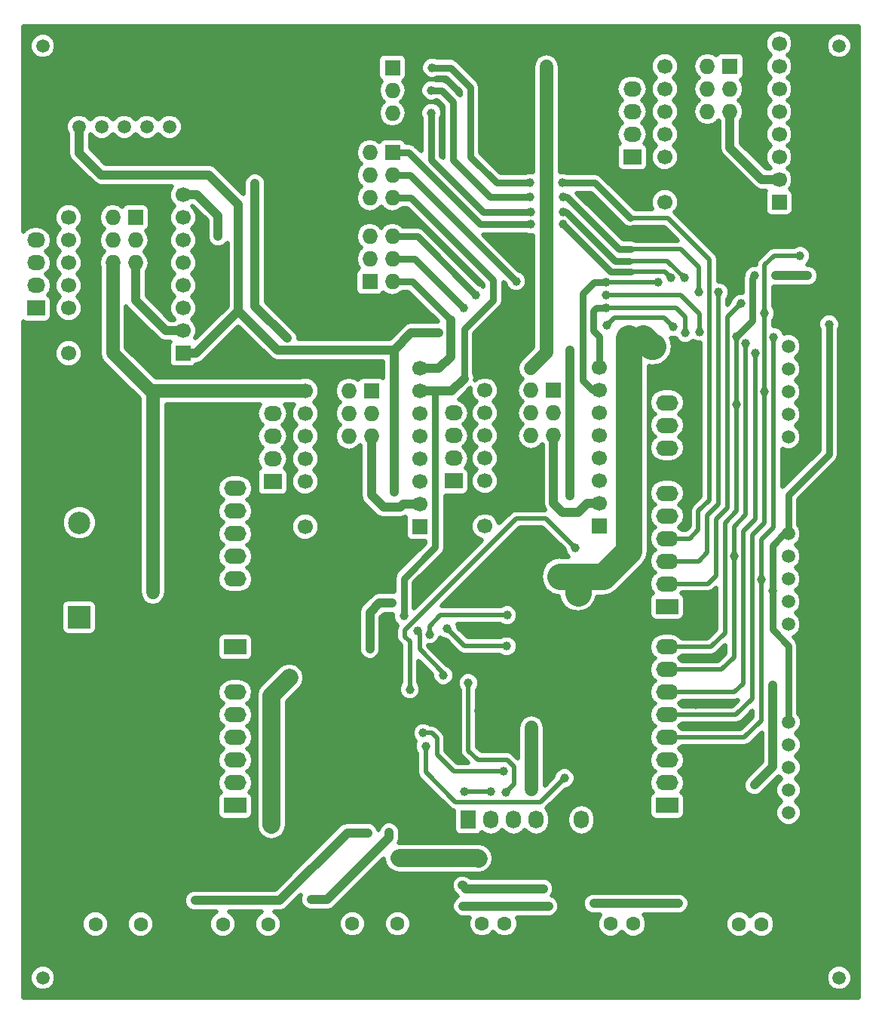
<source format=gbl>
G04 #@! TF.FileFunction,Copper,L2,Bot,Signal*
%FSLAX46Y46*%
G04 Gerber Fmt 4.6, Leading zero omitted, Abs format (unit mm)*
G04 Created by KiCad (PCBNEW 4.0.0-rc1-stable) date 23.12.2015 15:42:49*
%MOMM*%
G01*
G04 APERTURE LIST*
%ADD10C,0.150000*%
%ADD11C,2.500000*%
%ADD12R,2.500000X2.500000*%
%ADD13C,1.500000*%
%ADD14C,3.000000*%
%ADD15C,1.600000*%
%ADD16C,1.506220*%
%ADD17R,2.500000X1.727200*%
%ADD18O,2.500000X1.727200*%
%ADD19R,1.727200X2.032000*%
%ADD20O,1.727200X2.032000*%
%ADD21R,1.727200X1.727200*%
%ADD22O,1.727200X1.727200*%
%ADD23R,2.032000X1.727200*%
%ADD24O,2.032000X1.727200*%
%ADD25C,1.700000*%
%ADD26R,1.700000X1.700000*%
%ADD27C,1.000000*%
%ADD28C,3.000000*%
%ADD29C,0.500000*%
%ADD30C,1.500000*%
%ADD31C,2.000000*%
%ADD32C,1.000000*%
%ADD33C,0.750000*%
G04 APERTURE END LIST*
D10*
D11*
X7137400Y54084400D03*
D12*
X7137400Y59334400D03*
D13*
X3022600Y107594400D03*
D14*
X79933800Y5292400D03*
D15*
X81203800Y9042400D03*
X83743800Y9042400D03*
X86283800Y9042400D03*
D14*
X87553800Y5292400D03*
X65532000Y5317800D03*
D15*
X66802000Y9067800D03*
X69342000Y9067800D03*
X71882000Y9067800D03*
D14*
X73152000Y5317800D03*
X51079400Y5343200D03*
D15*
X52349400Y9093200D03*
X54889400Y9093200D03*
X57429400Y9093200D03*
D14*
X58699400Y5343200D03*
X36525200Y5343200D03*
D15*
X37795200Y9093200D03*
X40335200Y9093200D03*
X42875200Y9093200D03*
D14*
X44145200Y5343200D03*
X21971000Y5292400D03*
D15*
X23241000Y9042400D03*
X25781000Y9042400D03*
X28321000Y9042400D03*
D14*
X29591000Y5292400D03*
X7670800Y5292400D03*
D15*
X8940800Y9042400D03*
X11480800Y9042400D03*
X14020800Y9042400D03*
D14*
X15290800Y5292400D03*
D16*
X7086600Y98475800D03*
X7086600Y101015800D03*
X9626600Y98475800D03*
X9626600Y101015800D03*
X12166600Y98475800D03*
X12166600Y101015800D03*
X14706600Y98475800D03*
X14706600Y101015800D03*
X17246600Y98475800D03*
X17246600Y101015800D03*
X86741000Y73863200D03*
X89281000Y73863200D03*
X86741000Y71323200D03*
X89281000Y71323200D03*
X86741000Y68783200D03*
X89281000Y68783200D03*
X86741000Y66243200D03*
X89281000Y66243200D03*
X86741000Y63703200D03*
X89281000Y63703200D03*
X86741000Y52832000D03*
X89281000Y52832000D03*
X86741000Y50292000D03*
X89281000Y50292000D03*
X86741000Y47752000D03*
X89281000Y47752000D03*
X86741000Y45212000D03*
X89281000Y45212000D03*
X86741000Y42672000D03*
X89281000Y42672000D03*
X86791800Y31673800D03*
X89331800Y31673800D03*
X86791800Y29133800D03*
X89331800Y29133800D03*
X86791800Y26593800D03*
X89331800Y26593800D03*
X86791800Y24053800D03*
X89331800Y24053800D03*
X86791800Y21513800D03*
X89331800Y21513800D03*
D17*
X73138000Y22352000D03*
D18*
X73138000Y24892000D03*
X73138000Y27432000D03*
X73138000Y29972000D03*
X73138000Y32512000D03*
X73138000Y35052000D03*
X73138000Y37592000D03*
X73138000Y40132000D03*
D17*
X73138000Y44696000D03*
D18*
X73138000Y47236000D03*
X73138000Y49776000D03*
X73138000Y52316000D03*
X73138000Y54856000D03*
X73138000Y57396000D03*
X73138000Y59936000D03*
X73138000Y62476000D03*
X73138000Y65016000D03*
X73138000Y67556000D03*
D17*
X24638000Y22352000D03*
D18*
X24638000Y24892000D03*
X24638000Y27432000D03*
X24638000Y29972000D03*
X24638000Y32512000D03*
X24638000Y35052000D03*
D17*
X24638000Y40152000D03*
D18*
X24638000Y42692000D03*
X24638000Y45232000D03*
X24638000Y47772000D03*
X24638000Y50312000D03*
X24638000Y52852000D03*
X24638000Y55392000D03*
X24638000Y57932000D03*
D19*
X50825400Y20751800D03*
D20*
X53365400Y20751800D03*
X55905400Y20751800D03*
X58445400Y20751800D03*
X60985400Y20751800D03*
X63525400Y20751800D03*
D11*
X7112000Y38247500D03*
D12*
X7112000Y43497500D03*
D21*
X42291000Y95605600D03*
D22*
X39751000Y95605600D03*
X42291000Y93065600D03*
X39751000Y93065600D03*
X42291000Y90525600D03*
X39751000Y90525600D03*
D21*
X39751000Y81127600D03*
D22*
X42291000Y81127600D03*
X39751000Y83667600D03*
X42291000Y83667600D03*
X39751000Y86207600D03*
X42291000Y86207600D03*
D23*
X2260600Y78155800D03*
D24*
X2260600Y80695800D03*
X2260600Y83235800D03*
X2260600Y85775800D03*
D21*
X13436600Y88315800D03*
D22*
X10896600Y88315800D03*
X13436600Y85775800D03*
X10896600Y85775800D03*
X13436600Y83235800D03*
X10896600Y83235800D03*
D21*
X80200500Y105283000D03*
D22*
X77660500Y105283000D03*
X80200500Y102743000D03*
X77660500Y102743000D03*
X80200500Y100203000D03*
X77660500Y100203000D03*
D23*
X69215000Y95123000D03*
D24*
X69215000Y97663000D03*
X69215000Y100203000D03*
X69215000Y102743000D03*
D23*
X28829000Y58699400D03*
D24*
X28829000Y61239400D03*
X28829000Y63779400D03*
X28829000Y66319400D03*
D21*
X39941500Y68859400D03*
D22*
X37401500Y68859400D03*
X39941500Y66319400D03*
X37401500Y66319400D03*
X39941500Y63779400D03*
X37401500Y63779400D03*
D23*
X49149000Y58762900D03*
D24*
X49149000Y61302900D03*
X49149000Y63842900D03*
X49149000Y66382900D03*
D21*
X60388500Y68922900D03*
D22*
X57848500Y68922900D03*
X60388500Y66382900D03*
X57848500Y66382900D03*
X60388500Y63842900D03*
X57848500Y63842900D03*
D21*
X42291000Y105130600D03*
D22*
X39751000Y105130600D03*
X42291000Y102590600D03*
X39751000Y102590600D03*
X42291000Y100050600D03*
X39751000Y100050600D03*
D25*
X5920600Y88315800D03*
X5920600Y90855800D03*
X5920600Y85775800D03*
X5920600Y83235800D03*
X5920600Y80695800D03*
X5920600Y78155800D03*
X5920600Y75615800D03*
X5920600Y73075800D03*
D26*
X18770600Y73075800D03*
D25*
X18770600Y75615800D03*
X18770600Y78155800D03*
X18770600Y80695800D03*
X18770600Y83235800D03*
X18770600Y85775800D03*
X18770600Y90855800D03*
X18770600Y88315800D03*
X52682000Y68922900D03*
X52682000Y71462900D03*
X52682000Y66382900D03*
X52682000Y63842900D03*
X52682000Y61302900D03*
X52682000Y58762900D03*
X52682000Y56222900D03*
X52682000Y53682900D03*
D26*
X65532000Y53682900D03*
D25*
X65532000Y56222900D03*
X65532000Y58762900D03*
X65532000Y61302900D03*
X65532000Y63842900D03*
X65532000Y66382900D03*
X65532000Y71462900D03*
X65532000Y68922900D03*
X32489000Y68859400D03*
X32489000Y71399400D03*
X32489000Y66319400D03*
X32489000Y63779400D03*
X32489000Y61239400D03*
X32489000Y58699400D03*
X32489000Y56159400D03*
X32489000Y53619400D03*
D26*
X45339000Y53619400D03*
D25*
X45339000Y56159400D03*
X45339000Y58699400D03*
X45339000Y61239400D03*
X45339000Y63779400D03*
X45339000Y66319400D03*
X45339000Y71399400D03*
X45339000Y68859400D03*
X72875000Y105283000D03*
X72875000Y107823000D03*
X72875000Y102743000D03*
X72875000Y100203000D03*
X72875000Y97663000D03*
X72875000Y95123000D03*
X72875000Y92583000D03*
X72875000Y90043000D03*
D26*
X85725000Y90043000D03*
D25*
X85725000Y92583000D03*
X85725000Y95123000D03*
X85725000Y97663000D03*
X85725000Y100203000D03*
X85725000Y102743000D03*
X85725000Y107823000D03*
X85725000Y105283000D03*
D13*
X3022600Y3022600D03*
X92481400Y3022600D03*
X92481400Y107594400D03*
D27*
X71577200Y73837800D03*
X70408800Y74803000D03*
X63119000Y46202600D03*
X61137800Y48056800D03*
X68834000Y74803000D03*
X63119000Y48031400D03*
X58750200Y52959000D03*
X8356600Y79451200D03*
X75209400Y96164400D03*
X75209400Y92633800D03*
X76352400Y91033600D03*
X55245000Y59944000D03*
X55245000Y57429400D03*
X56515000Y56337200D03*
X35128200Y59969400D03*
X34925000Y56946800D03*
X35458400Y54559200D03*
X8382000Y76682600D03*
X8509000Y73863200D03*
X6985000Y32537400D03*
X23647400Y61417200D03*
X22961600Y65735200D03*
X21094700Y60109100D03*
X79044800Y39217600D03*
X76123800Y42138600D03*
X22555200Y82804000D03*
X31597600Y88265000D03*
X31597600Y94869000D03*
X31597600Y82804000D03*
X22555200Y79400400D03*
X32410400Y45491400D03*
X68275200Y25831800D03*
X76377800Y31242000D03*
X77952600Y23876000D03*
X77952600Y28346400D03*
X76377800Y33629600D03*
X65786000Y89077800D03*
X76225400Y69519800D03*
X55143400Y41960800D03*
X56921400Y52984400D03*
X51943000Y32969200D03*
X64922400Y31115000D03*
X44246800Y20955000D03*
X34213800Y38404800D03*
X19583400Y37642800D03*
X40233600Y24053800D03*
X19583400Y20320000D03*
X2921000Y51104800D03*
X2921000Y48768000D03*
X15392400Y46228000D03*
X39751000Y39928800D03*
X42240200Y45085000D03*
X57785000Y71374000D03*
X59588400Y105283000D03*
X57912000Y31115000D03*
X57912000Y24130000D03*
X43053000Y16433800D03*
X51950620Y16416020D03*
X30708600Y36677600D03*
X28727400Y20167600D03*
X47498000Y75387200D03*
X62230000Y57124600D03*
X62230000Y73456800D03*
X91338400Y76327000D03*
X84963000Y46431200D03*
X42468800Y57556400D03*
X48844200Y76809600D03*
X66370200Y76225400D03*
X83058000Y73075800D03*
X73837800Y76073000D03*
X43586400Y43611800D03*
X48006000Y36957000D03*
X45135800Y41910000D03*
X81457800Y78663800D03*
X57835800Y88925400D03*
X46659800Y100050600D03*
X61493400Y88950800D03*
X75082400Y81559400D03*
X81991200Y74193400D03*
X75184000Y75387200D03*
X66319400Y78181200D03*
X50292000Y78181200D03*
X80645000Y50292000D03*
X72161400Y81102200D03*
X85115400Y74904600D03*
X56184800Y81178400D03*
X66294000Y81102200D03*
X83743800Y47726600D03*
X76682600Y79933800D03*
X78943200Y79933800D03*
X57759600Y90601800D03*
X61442600Y90601800D03*
X46659800Y102590600D03*
X66319400Y79629000D03*
X51663600Y79629000D03*
X76758800Y75514200D03*
X80949800Y74930000D03*
X82981800Y81788000D03*
X88925400Y81788000D03*
X85344000Y81788000D03*
X80949800Y67335400D03*
X57861200Y87553800D03*
X61442600Y87579200D03*
X73609200Y81534000D03*
X84099400Y77571600D03*
X88087200Y84023200D03*
X84099400Y68783200D03*
X61341000Y92202000D03*
X46736000Y105130600D03*
X57759600Y92202000D03*
X53365400Y23901400D03*
X50368200Y23901400D03*
X55016400Y23850600D03*
X50825400Y36093400D03*
X55168800Y43713400D03*
X46456600Y41554400D03*
X48463200Y42164000D03*
X55118000Y40233600D03*
X20116800Y11684000D03*
X39497000Y19278600D03*
X33147000Y11811000D03*
X41935400Y19329400D03*
X59817000Y11049000D03*
X50215800Y11049000D03*
X50139600Y13385800D03*
X59232800Y13030200D03*
X74396600Y11353800D03*
X64922400Y11353800D03*
X22707600Y86207600D03*
X61620400Y25425400D03*
X46024800Y28981400D03*
X85039200Y35839400D03*
X54737000Y26162000D03*
X45745400Y30480000D03*
X82956400Y24638000D03*
X44246800Y35382200D03*
X62839600Y51231800D03*
X30454600Y74777600D03*
X26847800Y92151200D03*
D28*
X71577200Y73837800D02*
X71374000Y73837800D01*
X71374000Y73837800D02*
X70408800Y74803000D01*
X70408800Y74803000D02*
X70408800Y74805598D01*
X63119000Y46202600D02*
X63119000Y48031400D01*
X63119000Y48031400D02*
X61163200Y48031400D01*
X61163200Y48031400D02*
X61137800Y48056800D01*
X68834000Y74803000D02*
X68834000Y50927000D01*
X65938400Y48031400D02*
X63119000Y48031400D01*
X68834000Y50927000D02*
X65938400Y48031400D01*
D29*
X56921400Y52984400D02*
X58724800Y52984400D01*
X58724800Y52984400D02*
X58750200Y52959000D01*
X8382000Y76682600D02*
X8382000Y79425800D01*
X8382000Y79425800D02*
X8356600Y79451200D01*
X75209400Y92633800D02*
X75209400Y96164400D01*
X72875000Y92583000D02*
X75158600Y92583000D01*
X75158600Y92583000D02*
X75209400Y92633800D01*
X72875000Y92583000D02*
X74803000Y92583000D01*
X74803000Y92583000D02*
X76352400Y91033600D01*
X55245000Y57429400D02*
X55245000Y59944000D01*
X52682000Y56222900D02*
X54038500Y56222900D01*
X54038500Y56222900D02*
X55245000Y57429400D01*
X52682000Y56222900D02*
X56400700Y56222900D01*
X56400700Y56222900D02*
X56515000Y56337200D01*
X32489000Y56159400D02*
X34137600Y56159400D01*
X34137600Y56159400D02*
X35128200Y57150000D01*
X35128200Y57150000D02*
X35128200Y59969400D01*
X34137600Y56159400D02*
X34925000Y56946800D01*
X32489000Y56159400D02*
X33858200Y56159400D01*
X33858200Y56159400D02*
X35458400Y54559200D01*
X5920600Y75615800D02*
X7315200Y75615800D01*
X7315200Y75615800D02*
X8382000Y76682600D01*
X5920600Y75615800D02*
X6756400Y75615800D01*
X6756400Y75615800D02*
X8509000Y73863200D01*
X21094700Y60109100D02*
X21082000Y60096400D01*
X31597600Y82804000D02*
X31597600Y88265000D01*
X36779200Y100050600D02*
X39751000Y100050600D01*
X36779200Y100050600D02*
X31597600Y94869000D01*
X31597600Y88265000D02*
X31597600Y94869000D01*
X29133800Y46913800D02*
X30988000Y46913800D01*
X30988000Y46913800D02*
X32410400Y45491400D01*
X64922400Y25831800D02*
X68275200Y25831800D01*
X77952600Y28346400D02*
X77952600Y23876000D01*
X87020400Y18821400D02*
X83007200Y18821400D01*
X83007200Y18821400D02*
X77952600Y23876000D01*
X87020400Y18821400D02*
X89331800Y21132800D01*
X89331800Y21513800D02*
X89331800Y21132800D01*
X73138000Y59936000D02*
X74947400Y59936000D01*
X76225400Y61214000D02*
X76225400Y69519800D01*
X74947400Y59936000D02*
X76225400Y61214000D01*
D30*
X55143400Y41960800D02*
X59105800Y41960800D01*
X59588400Y41935400D02*
X59867800Y41935400D01*
X59842400Y41935400D02*
X59588400Y41935400D01*
X59867800Y41960800D02*
X59842400Y41935400D01*
X59105800Y41960800D02*
X59867800Y41960800D01*
X56921400Y52984400D02*
X56921400Y46405800D01*
X56921400Y46405800D02*
X59867800Y43459400D01*
X59867800Y43459400D02*
X59867800Y41935400D01*
X59867800Y41935400D02*
X59867800Y32969200D01*
D31*
X91503500Y80784700D02*
X91503500Y84416900D01*
X91503500Y84416900D02*
X91440000Y84480400D01*
X88315800Y87376000D02*
X88544400Y87376000D01*
X88315800Y87376000D02*
X87045800Y87376000D01*
X75209400Y92633800D02*
X80467200Y87376000D01*
X87045800Y87376000D02*
X80467200Y87376000D01*
X88544400Y87376000D02*
X91440000Y84480400D01*
X89281000Y78562200D02*
X90322400Y79603600D01*
X90322400Y79603600D02*
X91503500Y80784700D01*
X89281000Y78562200D02*
X89281000Y73863200D01*
D32*
X51943000Y32969200D02*
X59867800Y32969200D01*
X59867800Y32969200D02*
X63068200Y32969200D01*
X63068200Y32969200D02*
X64922400Y31115000D01*
D30*
X75209400Y106934000D02*
X75209400Y92633800D01*
X74320400Y107823000D02*
X75209400Y106934000D01*
X72875000Y107823000D02*
X74320400Y107823000D01*
X75209400Y92633800D02*
X75260200Y92583000D01*
D31*
X75260200Y92583000D02*
X72875000Y92583000D01*
X2921000Y51104800D02*
X2921000Y47294800D01*
D30*
X64922400Y31115000D02*
X64922400Y25831800D01*
X60985400Y21894800D02*
X60985400Y20751800D01*
X64922400Y25831800D02*
X60985400Y21894800D01*
D31*
X52682000Y71462900D02*
X54292500Y71462900D01*
X54419500Y56222900D02*
X52682000Y56222900D01*
X55245000Y57048400D02*
X54419500Y56222900D01*
X55245000Y70510400D02*
X55245000Y57048400D01*
X54292500Y71462900D02*
X55245000Y70510400D01*
X32489000Y71399400D02*
X33934400Y71399400D01*
X34925000Y56946800D02*
X34137600Y56159400D01*
X34925000Y70408800D02*
X34925000Y56946800D01*
X33934400Y71399400D02*
X34925000Y70408800D01*
X24638000Y45232000D02*
X27452000Y45232000D01*
X27452000Y45232000D02*
X29133800Y46913800D01*
X29133800Y46913800D02*
X29133800Y54279800D01*
X29133800Y54279800D02*
X31013400Y56159400D01*
X31013400Y56159400D02*
X32489000Y56159400D01*
D30*
X62357000Y12420600D02*
X62357000Y16713200D01*
X62357000Y12420600D02*
X62357000Y8492800D01*
X62357000Y8492800D02*
X63322200Y7527600D01*
X65532000Y5317800D02*
X63322200Y7527600D01*
X60985400Y18084800D02*
X60985400Y20751800D01*
X62357000Y16713200D02*
X60985400Y18084800D01*
D31*
X40233600Y24053800D02*
X41148000Y24053800D01*
X41148000Y24053800D02*
X44246800Y20955000D01*
X28600400Y39192200D02*
X33426400Y39192200D01*
X19583400Y37642800D02*
X27051000Y37642800D01*
X27051000Y37642800D02*
X28600400Y39192200D01*
X34213800Y38404800D02*
X34213800Y24028400D01*
X33426400Y39192200D02*
X34213800Y38404800D01*
X40233600Y24053800D02*
X35331400Y24053800D01*
X35331400Y24053800D02*
X34213800Y24053800D01*
X34213800Y24053800D02*
X34239200Y24028400D01*
X34239200Y24028400D02*
X34493200Y24028400D01*
X34493200Y24028400D02*
X34213800Y24028400D01*
X34213800Y24028400D02*
X34213800Y19939000D01*
X19583400Y20320000D02*
X23723600Y16179800D01*
X23723600Y16179800D02*
X30454600Y16179800D01*
X30454600Y16179800D02*
X34213800Y19939000D01*
X15290800Y5292400D02*
X15290800Y5892800D01*
X15290800Y5892800D02*
X16789400Y7391400D01*
X16789400Y7391400D02*
X16789400Y17526000D01*
X16789400Y17526000D02*
X19583400Y20320000D01*
X19583400Y20320000D02*
X19583400Y20294600D01*
X2921000Y48768000D02*
X2921000Y47294800D01*
X2921000Y38247500D02*
X7112000Y38247500D01*
X2921000Y38247500D02*
X2890700Y38277800D01*
X2921000Y39624000D02*
X2921000Y38277800D01*
X2921000Y10042200D02*
X7670800Y5292400D01*
X2921000Y38277800D02*
X2921000Y10042200D01*
X2921000Y39624000D02*
X2921000Y42438500D01*
X2921000Y47294800D02*
X2921000Y42438500D01*
X7112000Y38247500D02*
X14092100Y38247500D01*
X21076600Y45232000D02*
X24638000Y45232000D01*
X14092100Y38247500D02*
X21076600Y45232000D01*
X5920600Y90855800D02*
X7264400Y90855800D01*
X8382000Y76682600D02*
X7315200Y75615800D01*
X8382000Y89738200D02*
X8382000Y76682600D01*
X7264400Y90855800D02*
X8382000Y89738200D01*
D29*
X32489000Y71399400D02*
X32489000Y71419400D01*
X5920600Y90855800D02*
X5986600Y90855800D01*
D31*
X4267200Y59334400D02*
X2921000Y57988200D01*
X4267200Y59334400D02*
X7137400Y59334400D01*
X2921000Y57988200D02*
X2921000Y51104800D01*
D30*
X15392400Y46228000D02*
X15392400Y68859400D01*
X15392400Y68859400D02*
X15138400Y68859400D01*
D32*
X42240200Y45085000D02*
X40843200Y45085000D01*
X39751000Y43992800D02*
X39751000Y39928800D01*
X40843200Y45085000D02*
X39751000Y43992800D01*
D30*
X59588400Y75768200D02*
X59588400Y73177400D01*
X59588400Y75768200D02*
X59588400Y105283000D01*
X59588400Y73177400D02*
X57785000Y71374000D01*
X57912000Y25476200D02*
X57912000Y24130000D01*
X57912000Y31115000D02*
X57912000Y25476200D01*
D31*
X43053000Y16433800D02*
X51932840Y16433800D01*
X51932840Y16433800D02*
X51950620Y16416020D01*
X51950620Y16416020D02*
X51943000Y16408400D01*
X28727400Y20167600D02*
X28727400Y34696400D01*
X28727400Y34696400D02*
X30708600Y36677600D01*
D30*
X32489000Y68859400D02*
X15138400Y68859400D01*
X10896600Y73101200D02*
X10896600Y83235800D01*
X15138400Y68859400D02*
X10896600Y73101200D01*
D32*
X47498000Y75387200D02*
X44399200Y75387200D01*
X44399200Y75387200D02*
X42468800Y73456800D01*
X62230000Y73456800D02*
X62230000Y57124600D01*
D33*
X86741000Y57150000D02*
X91338400Y61747400D01*
X86741000Y52832000D02*
X86741000Y57150000D01*
X91338400Y61747400D02*
X91338400Y76327000D01*
X86741000Y52832000D02*
X86309200Y52832000D01*
X86309200Y52832000D02*
X84963000Y51485800D01*
X86791800Y39446200D02*
X86791800Y40259000D01*
X86791800Y40259000D02*
X84963000Y42087800D01*
X84963000Y42087800D02*
X84963000Y46431200D01*
X86791800Y31673800D02*
X86791800Y39446200D01*
X84963000Y46431200D02*
X84963000Y51485800D01*
D32*
X42468800Y73456800D02*
X42468800Y57556400D01*
X29413200Y73456800D02*
X42468800Y73456800D01*
X24993600Y77876400D02*
X29413200Y73456800D01*
X19735800Y93091000D02*
X21691600Y93091000D01*
X7086600Y98475800D02*
X7086600Y95580200D01*
X9575800Y93091000D02*
X7086600Y95580200D01*
X19735800Y93091000D02*
X9575800Y93091000D01*
X21691600Y93091000D02*
X24993600Y89789000D01*
X21437600Y74320400D02*
X24993600Y77876400D01*
X20193000Y73075800D02*
X21437600Y74320400D01*
X20193000Y73075800D02*
X18770600Y73075800D01*
X24993600Y77876400D02*
X24993600Y89789000D01*
D29*
X73812400Y76073000D02*
X72771000Y77114400D01*
X72771000Y77114400D02*
X67259200Y77114400D01*
X67259200Y77114400D02*
X66370200Y76225400D01*
X83058000Y73075800D02*
X83058000Y72212200D01*
X81661000Y35991800D02*
X81661000Y53111400D01*
X80721200Y35052000D02*
X81661000Y35991800D01*
X80721200Y35052000D02*
X73138000Y35052000D01*
X83058000Y54508400D02*
X83058000Y69951600D01*
X81661000Y53111400D02*
X83058000Y54508400D01*
X83058000Y69951600D02*
X83058000Y72212200D01*
X73837800Y76073000D02*
X73812400Y76073000D01*
D33*
X42291000Y81127600D02*
X44526200Y81127600D01*
X44526200Y81127600D02*
X48844200Y76809600D01*
D32*
X47523400Y71399400D02*
X45339000Y71399400D01*
X48844200Y72720200D02*
X47523400Y71399400D01*
X48844200Y76809600D02*
X48844200Y72720200D01*
D33*
X43586400Y43611800D02*
X43586400Y47802800D01*
X47091600Y68859400D02*
X47091600Y51308000D01*
D29*
X45339000Y40944800D02*
X45339000Y41706800D01*
X48006000Y37211000D02*
X45339000Y39878000D01*
X45339000Y39878000D02*
X45339000Y40944800D01*
X48006000Y36957000D02*
X48006000Y37211000D01*
X45339000Y41706800D02*
X45135800Y41910000D01*
D33*
X43586400Y47802800D02*
X47091600Y51308000D01*
X50368200Y70256400D02*
X50368200Y75793600D01*
D32*
X45339000Y68859400D02*
X47091600Y68859400D01*
X47091600Y68859400D02*
X48971200Y68859400D01*
X48971200Y68859400D02*
X50368200Y70256400D01*
D33*
X53619400Y79044800D02*
X53619400Y81280000D01*
X50368200Y75793600D02*
X53619400Y79044800D01*
X42291000Y90525600D02*
X44373800Y90525600D01*
X44373800Y90525600D02*
X53619400Y81280000D01*
D32*
X45309000Y68889400D02*
X45339000Y68859400D01*
D29*
X69951600Y83464400D02*
X73177400Y83464400D01*
X79933800Y69342000D02*
X79933800Y77139800D01*
X77538200Y47236000D02*
X77716000Y47236000D01*
X73138000Y47236000D02*
X77538200Y47236000D01*
X79933800Y55778400D02*
X79933800Y58394600D01*
X78638400Y54483000D02*
X79933800Y55778400D01*
X78638400Y48158400D02*
X78638400Y54483000D01*
X77716000Y47236000D02*
X78638400Y48158400D01*
X79933800Y69342000D02*
X79933800Y58394600D01*
X79933800Y77139800D02*
X81457800Y78663800D01*
X68935600Y83464400D02*
X69951600Y83464400D01*
D33*
X61823600Y88950800D02*
X67310000Y83464400D01*
X67310000Y83464400D02*
X68935600Y83464400D01*
X46659800Y94767400D02*
X52501800Y88925400D01*
X52501800Y88925400D02*
X57835800Y88925400D01*
X46659800Y94767400D02*
X46659800Y100050600D01*
X61493400Y88950800D02*
X61823600Y88950800D01*
D29*
X73177400Y83464400D02*
X75082400Y81559400D01*
X69418200Y78181200D02*
X74168000Y78181200D01*
X81991200Y72110600D02*
X81991200Y58521600D01*
X80645000Y53619400D02*
X80645000Y50292000D01*
X80645000Y53619400D02*
X81991200Y54965600D01*
X81991200Y54965600D02*
X81991200Y58521600D01*
X81991200Y74193400D02*
X81991200Y72110600D01*
X75184000Y77165200D02*
X75184000Y75387200D01*
X74168000Y78181200D02*
X75184000Y77165200D01*
D33*
X65532000Y71462900D02*
X65532000Y74980800D01*
X65201800Y78181200D02*
X66319400Y78181200D01*
X64871600Y77851000D02*
X65201800Y78181200D01*
X64871600Y75641200D02*
X64871600Y77851000D01*
X65532000Y74980800D02*
X64871600Y75641200D01*
D29*
X66319400Y78181200D02*
X69418200Y78181200D01*
X69418200Y78181200D02*
X69443600Y78181200D01*
D33*
X44805600Y83667600D02*
X42291000Y83667600D01*
X44805600Y83667600D02*
X50292000Y78181200D01*
D29*
X73138000Y37592000D02*
X79273400Y37592000D01*
X79273400Y37592000D02*
X80645000Y38963600D01*
X80645000Y38963600D02*
X80645000Y50292000D01*
X68986400Y81102200D02*
X72161400Y81102200D01*
X83743800Y52197000D02*
X85115400Y53568600D01*
X85115400Y53568600D02*
X85115400Y59588400D01*
X85115400Y59588400D02*
X85115400Y74904600D01*
X83743800Y52197000D02*
X83743800Y47726600D01*
D33*
X65532000Y68922900D02*
X64757300Y68922900D01*
X64757300Y68922900D02*
X63627000Y70053200D01*
X64897000Y81102200D02*
X66294000Y81102200D01*
X63627000Y79832200D02*
X64897000Y81102200D01*
X63627000Y70053200D02*
X63627000Y79832200D01*
D29*
X68986400Y81102200D02*
X69164200Y81102200D01*
D33*
X44297600Y93065600D02*
X56184800Y81178400D01*
X42291000Y93065600D02*
X44297600Y93065600D01*
D29*
X66294000Y81102200D02*
X68986400Y81102200D01*
X81813400Y29972000D02*
X83743800Y31902400D01*
X81813400Y29972000D02*
X73138000Y29972000D01*
X83743800Y31902400D02*
X83743800Y47726600D01*
X65532000Y68922900D02*
X65552500Y68922900D01*
X65532000Y68922900D02*
X65532000Y68859400D01*
X76682600Y79933800D02*
X76682600Y82727800D01*
X74650600Y84759800D02*
X70180200Y84759800D01*
X76682600Y82727800D02*
X74650600Y84759800D01*
X78943200Y79933800D02*
X78943200Y69367400D01*
X73138000Y49776000D02*
X76674600Y49776000D01*
X78943200Y56184800D02*
X78943200Y58445400D01*
X77647800Y54889400D02*
X78943200Y56184800D01*
X77647800Y50749200D02*
X77647800Y54889400D01*
X76674600Y49776000D02*
X77647800Y50749200D01*
X78943200Y69367400D02*
X78943200Y58445400D01*
X69113400Y84759800D02*
X70180200Y84759800D01*
D33*
X61442600Y90601800D02*
X61899800Y90601800D01*
X47802800Y102590600D02*
X49098200Y101295200D01*
X49098200Y101295200D02*
X49098200Y94792800D01*
X49098200Y94792800D02*
X53289200Y90601800D01*
X53289200Y90601800D02*
X57759600Y90601800D01*
X47802800Y102590600D02*
X46659800Y102590600D01*
X67741800Y84759800D02*
X69113400Y84759800D01*
X61899800Y90601800D02*
X67741800Y84759800D01*
D29*
X76758800Y75514200D02*
X76758800Y77520800D01*
X66319400Y79629000D02*
X69189600Y79629000D01*
D33*
X51663600Y79629000D02*
X45085000Y86207600D01*
X42291000Y86207600D02*
X45085000Y86207600D01*
D29*
X74650600Y79629000D02*
X69189600Y79629000D01*
X76758800Y77520800D02*
X74650600Y79629000D01*
D33*
X80949800Y74930000D02*
X80949800Y74980800D01*
D32*
X85344000Y81788000D02*
X88925400Y81788000D01*
D33*
X82702400Y81508600D02*
X82981800Y81788000D01*
X82702400Y76733400D02*
X82702400Y81508600D01*
X80949800Y74980800D02*
X82702400Y76733400D01*
D29*
X80949800Y74930000D02*
X80949800Y71323200D01*
X80949800Y71323200D02*
X80949800Y67335400D01*
X80949800Y67335400D02*
X80949800Y58369200D01*
X80949800Y58369200D02*
X80949800Y55397400D01*
X79629000Y54076600D02*
X80949800Y55397400D01*
X78054200Y40132000D02*
X73138000Y40132000D01*
X79629000Y41706800D02*
X79629000Y50393600D01*
X78054200Y40132000D02*
X79629000Y41706800D01*
X79629000Y50393600D02*
X79629000Y54076600D01*
X69545200Y82245200D02*
X72898000Y82245200D01*
X69113400Y82245200D02*
X69545200Y82245200D01*
D33*
X66776600Y82245200D02*
X69113400Y82245200D01*
X44094400Y95605600D02*
X52146200Y87553800D01*
X52146200Y87553800D02*
X57861200Y87553800D01*
X42291000Y95605600D02*
X44094400Y95605600D01*
X61442600Y87579200D02*
X66776600Y82245200D01*
D29*
X72898000Y82245200D02*
X73609200Y81534000D01*
X84099400Y72339200D02*
X84099400Y77571600D01*
X84099400Y77571600D02*
X84099400Y82981800D01*
X84099400Y68783200D02*
X84099400Y72339200D01*
X85140800Y84023200D02*
X88087200Y84023200D01*
X84099400Y82981800D02*
X85140800Y84023200D01*
X82702400Y34340800D02*
X82702400Y52679600D01*
X73138000Y32512000D02*
X80873600Y32512000D01*
X80873600Y32512000D02*
X82702400Y34340800D01*
X84099400Y54076600D02*
X84099400Y68783200D01*
X82702400Y52679600D02*
X84099400Y54076600D01*
X77901800Y76682600D02*
X77901800Y83591400D01*
X77901800Y69342000D02*
X77901800Y58445400D01*
X75709400Y52316000D02*
X76657200Y53263800D01*
X76657200Y53263800D02*
X76657200Y55372000D01*
X76657200Y55372000D02*
X77901800Y56616600D01*
X77901800Y56616600D02*
X77901800Y58445400D01*
X73138000Y52316000D02*
X75709400Y52316000D01*
X77901800Y69342000D02*
X77901800Y76682600D01*
X73228200Y88265000D02*
X68961000Y88265000D01*
X77901800Y83591400D02*
X73228200Y88265000D01*
D33*
X65024000Y92202000D02*
X68961000Y88265000D01*
X48844200Y105130600D02*
X46736000Y105130600D01*
X53975000Y92202000D02*
X57759600Y92202000D01*
X51054000Y95123000D02*
X53975000Y92202000D01*
X51054000Y102920800D02*
X51054000Y95123000D01*
X48844200Y105130600D02*
X51054000Y102920800D01*
X61341000Y92202000D02*
X65024000Y92202000D01*
D29*
X50368200Y23901400D02*
X53365400Y23901400D01*
X55956200Y24790400D02*
X55956200Y26695400D01*
X55016400Y23850600D02*
X55956200Y24790400D01*
X50825400Y28524200D02*
X50825400Y32588200D01*
X51892200Y27457400D02*
X50825400Y28524200D01*
X55194200Y27457400D02*
X51892200Y27457400D01*
X55956200Y26695400D02*
X55194200Y27457400D01*
X50825400Y32588200D02*
X50825400Y36093400D01*
X46456600Y42468800D02*
X47701200Y43713400D01*
X47701200Y43713400D02*
X55168800Y43713400D01*
X46456600Y41554400D02*
X46456600Y42468800D01*
X50393600Y40233600D02*
X48463200Y42164000D01*
X55118000Y40233600D02*
X50393600Y40233600D01*
D32*
X39497000Y19278600D02*
X37211000Y19278600D01*
X20116800Y11684000D02*
X28600400Y11684000D01*
X29616400Y11684000D02*
X28600400Y11684000D01*
X37211000Y19278600D02*
X29616400Y11684000D01*
X41935400Y19329400D02*
X41935400Y18745200D01*
X33147000Y11811000D02*
X35001200Y11811000D01*
X41935400Y18745200D02*
X35001200Y11811000D01*
X52882800Y11049000D02*
X50215800Y11049000D01*
X59817000Y11049000D02*
X52882800Y11049000D01*
X50139600Y13385800D02*
X50165000Y13385800D01*
X50520600Y13030200D02*
X59232800Y13030200D01*
X50165000Y13385800D02*
X50520600Y13030200D01*
X64922400Y11353800D02*
X74396600Y11353800D01*
X18770600Y90855800D02*
X20345400Y90855800D01*
X22707600Y88493600D02*
X22707600Y86207600D01*
X20345400Y90855800D02*
X22707600Y88493600D01*
X45339000Y56159400D02*
X43510200Y56159400D01*
X39941500Y59753500D02*
X39941500Y63779400D01*
X39941500Y57162700D02*
X39941500Y59753500D01*
X41300400Y55803800D02*
X39941500Y57162700D01*
X43154600Y55803800D02*
X41300400Y55803800D01*
X43510200Y56159400D02*
X43154600Y55803800D01*
X65532000Y56222900D02*
X64147700Y56222900D01*
X60388500Y58991500D02*
X60388500Y63842900D01*
X60388500Y56273700D02*
X60388500Y58991500D01*
X61391800Y55270400D02*
X60388500Y56273700D01*
X63195200Y55270400D02*
X61391800Y55270400D01*
X64147700Y56222900D02*
X63195200Y55270400D01*
X80200500Y100203000D02*
X80200500Y96151700D01*
X83769200Y92583000D02*
X85725000Y92583000D01*
X80200500Y96151700D02*
X83769200Y92583000D01*
X13436600Y83235800D02*
X13436600Y79019400D01*
X16840200Y75615800D02*
X18770600Y75615800D01*
X13436600Y79019400D02*
X16840200Y75615800D01*
D29*
X49352200Y22733000D02*
X49352200Y22758400D01*
X54559200Y22733000D02*
X58928000Y22733000D01*
X51816000Y22733000D02*
X54559200Y22733000D01*
X58928000Y22733000D02*
X61620400Y25425400D01*
X51816000Y22733000D02*
X49352200Y22733000D01*
X46024800Y26085800D02*
X46024800Y28981400D01*
X49352200Y22758400D02*
X46024800Y26085800D01*
D32*
X82956400Y24638000D02*
X82956400Y24663400D01*
X85039200Y26746200D02*
X85039200Y35839400D01*
X82956400Y24663400D02*
X85039200Y26746200D01*
D29*
X46710600Y30480000D02*
X45745400Y30480000D01*
X47294800Y29895800D02*
X46710600Y30480000D01*
X47294800Y28092400D02*
X47294800Y29895800D01*
X49225200Y26162000D02*
X47294800Y28092400D01*
X54737000Y26162000D02*
X49225200Y26162000D01*
D33*
X82981800Y24663400D02*
X82956400Y24638000D01*
D29*
X52908200Y51231800D02*
X56210200Y54533800D01*
X44246800Y40741600D02*
X43688000Y41300400D01*
X43688000Y41300400D02*
X43688000Y42011600D01*
X43688000Y42011600D02*
X52908200Y51231800D01*
X44246800Y35382200D02*
X44246800Y40741600D01*
X59537600Y54533800D02*
X62839600Y51231800D01*
X56210200Y54533800D02*
X59537600Y54533800D01*
D32*
X26847800Y78384400D02*
X30454600Y74777600D01*
X26847800Y92151200D02*
X26847800Y78384400D01*
D29*
G36*
X94679000Y825000D02*
X825000Y825000D01*
X825000Y2725541D01*
X1522340Y2725541D01*
X1750220Y2174028D01*
X2171809Y1751703D01*
X2722923Y1522861D01*
X3319659Y1522340D01*
X3871172Y1750220D01*
X4293497Y2171809D01*
X4522339Y2722923D01*
X4522341Y2725541D01*
X90981140Y2725541D01*
X91209020Y2174028D01*
X91630609Y1751703D01*
X92181723Y1522861D01*
X92778459Y1522340D01*
X93329972Y1750220D01*
X93752297Y2171809D01*
X93981139Y2722923D01*
X93981660Y3319659D01*
X93753780Y3871172D01*
X93332191Y4293497D01*
X92781077Y4522339D01*
X92184341Y4522860D01*
X91632828Y4294980D01*
X91210503Y3873391D01*
X90981661Y3322277D01*
X90981140Y2725541D01*
X4522341Y2725541D01*
X4522860Y3319659D01*
X4294980Y3871172D01*
X3873391Y4293497D01*
X3322277Y4522339D01*
X2725541Y4522860D01*
X2174028Y4294980D01*
X1751703Y3873391D01*
X1522861Y3322277D01*
X1522340Y2725541D01*
X825000Y2725541D01*
X825000Y8735439D01*
X7390532Y8735439D01*
X7626008Y8165543D01*
X8061649Y7729140D01*
X8631133Y7492670D01*
X9247761Y7492132D01*
X9817657Y7727608D01*
X10254060Y8163249D01*
X10490530Y8732733D01*
X10490532Y8735439D01*
X12470532Y8735439D01*
X12706008Y8165543D01*
X13141649Y7729140D01*
X13711133Y7492670D01*
X14327761Y7492132D01*
X14897657Y7727608D01*
X15334060Y8163249D01*
X15570530Y8732733D01*
X15571068Y9349361D01*
X15335592Y9919257D01*
X14899951Y10355660D01*
X14330467Y10592130D01*
X13713839Y10592668D01*
X13143943Y10357192D01*
X12707540Y9921551D01*
X12471070Y9352067D01*
X12470532Y8735439D01*
X10490532Y8735439D01*
X10491068Y9349361D01*
X10255592Y9919257D01*
X9819951Y10355660D01*
X9250467Y10592130D01*
X8633839Y10592668D01*
X8063943Y10357192D01*
X7627540Y9921551D01*
X7391070Y9352067D01*
X7390532Y8735439D01*
X825000Y8735439D01*
X825000Y11436450D01*
X18866583Y11436450D01*
X19056484Y10976857D01*
X19407807Y10624919D01*
X19867069Y10434217D01*
X20364350Y10433783D01*
X20364875Y10434000D01*
X22550033Y10434000D01*
X22364143Y10357192D01*
X21927740Y9921551D01*
X21691270Y9352067D01*
X21690732Y8735439D01*
X21926208Y8165543D01*
X22361849Y7729140D01*
X22931333Y7492670D01*
X23547961Y7492132D01*
X24117857Y7727608D01*
X24554260Y8163249D01*
X24790730Y8732733D01*
X24791268Y9349361D01*
X24555792Y9919257D01*
X24120151Y10355660D01*
X23931487Y10434000D01*
X27630033Y10434000D01*
X27444143Y10357192D01*
X27007740Y9921551D01*
X26771270Y9352067D01*
X26770732Y8735439D01*
X27006208Y8165543D01*
X27441849Y7729140D01*
X28011333Y7492670D01*
X28627961Y7492132D01*
X29197857Y7727608D01*
X29634260Y8163249D01*
X29870730Y8732733D01*
X29870776Y8786239D01*
X36244932Y8786239D01*
X36480408Y8216343D01*
X36916049Y7779940D01*
X37485533Y7543470D01*
X38102161Y7542932D01*
X38672057Y7778408D01*
X39108460Y8214049D01*
X39344930Y8783533D01*
X39344932Y8786239D01*
X41324932Y8786239D01*
X41560408Y8216343D01*
X41996049Y7779940D01*
X42565533Y7543470D01*
X43182161Y7542932D01*
X43752057Y7778408D01*
X44188460Y8214049D01*
X44424930Y8783533D01*
X44425468Y9400161D01*
X44189992Y9970057D01*
X43754351Y10406460D01*
X43184867Y10642930D01*
X42568239Y10643468D01*
X41998343Y10407992D01*
X41561940Y9972351D01*
X41325470Y9402867D01*
X41324932Y8786239D01*
X39344932Y8786239D01*
X39345468Y9400161D01*
X39109992Y9970057D01*
X38674351Y10406460D01*
X38104867Y10642930D01*
X37488239Y10643468D01*
X36918343Y10407992D01*
X36481940Y9972351D01*
X36245470Y9402867D01*
X36244932Y8786239D01*
X29870776Y8786239D01*
X29871268Y9349361D01*
X29635792Y9919257D01*
X29200151Y10355660D01*
X29011487Y10434000D01*
X29616400Y10434000D01*
X30094754Y10529151D01*
X30500283Y10800117D01*
X31994016Y12293850D01*
X31897217Y12060731D01*
X31896783Y11563450D01*
X32086684Y11103857D01*
X32438007Y10751919D01*
X32897269Y10561217D01*
X33394550Y10560783D01*
X33395075Y10561000D01*
X35001200Y10561000D01*
X35479554Y10656151D01*
X35885083Y10927117D01*
X38096216Y13138250D01*
X48889383Y13138250D01*
X49079284Y12678657D01*
X49430607Y12326719D01*
X49474569Y12308464D01*
X49625456Y12157577D01*
X49508657Y12109316D01*
X49156719Y11757993D01*
X48966017Y11298731D01*
X48965583Y10801450D01*
X49155484Y10341857D01*
X49506807Y9989919D01*
X49966069Y9799217D01*
X50463350Y9798783D01*
X50463875Y9799000D01*
X50964159Y9799000D01*
X50799670Y9402867D01*
X50799132Y8786239D01*
X51034608Y8216343D01*
X51470249Y7779940D01*
X52039733Y7543470D01*
X52656361Y7542932D01*
X53226257Y7778408D01*
X53619704Y8171168D01*
X54010249Y7779940D01*
X54579733Y7543470D01*
X55196361Y7542932D01*
X55766257Y7778408D01*
X56202660Y8214049D01*
X56439130Y8783533D01*
X56439668Y9400161D01*
X56274871Y9799000D01*
X59815909Y9799000D01*
X60064550Y9798783D01*
X60524143Y9988684D01*
X60876081Y10340007D01*
X61066783Y10799269D01*
X61067050Y11106250D01*
X63672183Y11106250D01*
X63862084Y10646657D01*
X64213407Y10294719D01*
X64672669Y10104017D01*
X65169950Y10103583D01*
X65170475Y10103800D01*
X65645863Y10103800D01*
X65488740Y9946951D01*
X65252270Y9377467D01*
X65251732Y8760839D01*
X65487208Y8190943D01*
X65922849Y7754540D01*
X66492333Y7518070D01*
X67108961Y7517532D01*
X67678857Y7753008D01*
X68072304Y8145768D01*
X68462849Y7754540D01*
X69032333Y7518070D01*
X69648961Y7517532D01*
X70218857Y7753008D01*
X70655260Y8188649D01*
X70882306Y8735439D01*
X79653532Y8735439D01*
X79889008Y8165543D01*
X80324649Y7729140D01*
X80894133Y7492670D01*
X81510761Y7492132D01*
X82080657Y7727608D01*
X82474104Y8120368D01*
X82864649Y7729140D01*
X83434133Y7492670D01*
X84050761Y7492132D01*
X84620657Y7727608D01*
X85057060Y8163249D01*
X85293530Y8732733D01*
X85294068Y9349361D01*
X85058592Y9919257D01*
X84622951Y10355660D01*
X84053467Y10592130D01*
X83436839Y10592668D01*
X82866943Y10357192D01*
X82473496Y9964432D01*
X82082951Y10355660D01*
X81513467Y10592130D01*
X80896839Y10592668D01*
X80326943Y10357192D01*
X79890540Y9921551D01*
X79654070Y9352067D01*
X79653532Y8735439D01*
X70882306Y8735439D01*
X70891730Y8758133D01*
X70892268Y9374761D01*
X70656792Y9944657D01*
X70497927Y10103800D01*
X74395509Y10103800D01*
X74644150Y10103583D01*
X75103743Y10293484D01*
X75455681Y10644807D01*
X75646383Y11104069D01*
X75646817Y11601350D01*
X75456916Y12060943D01*
X75105593Y12412881D01*
X74646331Y12603583D01*
X74149050Y12604017D01*
X74148525Y12603800D01*
X64923490Y12603800D01*
X64674850Y12604017D01*
X64215257Y12414116D01*
X63863319Y12062793D01*
X63672617Y11603531D01*
X63672183Y11106250D01*
X61067050Y11106250D01*
X61067217Y11296550D01*
X60877316Y11756143D01*
X60525993Y12108081D01*
X60209875Y12239344D01*
X60291881Y12321207D01*
X60482583Y12780469D01*
X60483017Y13277750D01*
X60293116Y13737343D01*
X59941793Y14089281D01*
X59482531Y14279983D01*
X58985250Y14280417D01*
X58984725Y14280200D01*
X51033143Y14280200D01*
X50972610Y14320647D01*
X50848593Y14444881D01*
X50685045Y14512792D01*
X50643354Y14540649D01*
X50594605Y14550346D01*
X50389331Y14635583D01*
X50165107Y14635779D01*
X50165000Y14635800D01*
X50140690Y14635800D01*
X49892050Y14636017D01*
X49432457Y14446116D01*
X49080519Y14094793D01*
X48889817Y13635531D01*
X48889383Y13138250D01*
X38096216Y13138250D01*
X41317727Y16359761D01*
X41436211Y15764104D01*
X41815563Y15196363D01*
X42383304Y14817011D01*
X43053000Y14683800D01*
X51815306Y14683800D01*
X51943000Y14658400D01*
X52612696Y14791611D01*
X53180437Y15170963D01*
X53188057Y15178583D01*
X53567409Y15746324D01*
X53700620Y16416020D01*
X53567409Y17085716D01*
X53188057Y17653457D01*
X53170277Y17671237D01*
X52602536Y18050589D01*
X51932840Y18183800D01*
X43053000Y18183800D01*
X43031964Y18179616D01*
X43090249Y18266846D01*
X43185400Y18745200D01*
X43185400Y19328309D01*
X43185617Y19576950D01*
X42995716Y20036543D01*
X42644393Y20388481D01*
X42185131Y20579183D01*
X41687850Y20579617D01*
X41228257Y20389716D01*
X40876319Y20038393D01*
X40705520Y19627063D01*
X40557316Y19985743D01*
X40205993Y20337681D01*
X39746731Y20528383D01*
X39249450Y20528817D01*
X39248925Y20528600D01*
X37211000Y20528600D01*
X36801782Y20447201D01*
X36732646Y20433449D01*
X36327116Y20162483D01*
X29098634Y12934000D01*
X20117890Y12934000D01*
X19869250Y12934217D01*
X19409657Y12744316D01*
X19057719Y12392993D01*
X18867017Y11933731D01*
X18866583Y11436450D01*
X825000Y11436450D01*
X825000Y35052000D01*
X22598818Y35052000D01*
X22721646Y34434502D01*
X23071430Y33911012D01*
X23264511Y33782000D01*
X23071430Y33652988D01*
X22721646Y33129498D01*
X22598818Y32512000D01*
X22721646Y31894502D01*
X23071430Y31371012D01*
X23264511Y31242000D01*
X23071430Y31112988D01*
X22721646Y30589498D01*
X22598818Y29972000D01*
X22721646Y29354502D01*
X23071430Y28831012D01*
X23264511Y28702000D01*
X23071430Y28572988D01*
X22721646Y28049498D01*
X22598818Y27432000D01*
X22721646Y26814502D01*
X23071430Y26291012D01*
X23264511Y26162000D01*
X23071430Y26032988D01*
X22721646Y25509498D01*
X22598818Y24892000D01*
X22721646Y24274502D01*
X23000348Y23857394D01*
X22854802Y23763738D01*
X22683554Y23513108D01*
X22623307Y23215600D01*
X22623307Y21488400D01*
X22675604Y21210467D01*
X22839862Y20955202D01*
X23090492Y20783954D01*
X23388000Y20723707D01*
X25888000Y20723707D01*
X26165933Y20776004D01*
X26421198Y20940262D01*
X26592446Y21190892D01*
X26652693Y21488400D01*
X26652693Y23215600D01*
X26600396Y23493533D01*
X26436138Y23748798D01*
X26276138Y23858121D01*
X26554354Y24274502D01*
X26677182Y24892000D01*
X26554354Y25509498D01*
X26204570Y26032988D01*
X26011489Y26162000D01*
X26204570Y26291012D01*
X26554354Y26814502D01*
X26677182Y27432000D01*
X26554354Y28049498D01*
X26204570Y28572988D01*
X26011489Y28702000D01*
X26204570Y28831012D01*
X26554354Y29354502D01*
X26677182Y29972000D01*
X26554354Y30589498D01*
X26204570Y31112988D01*
X26011489Y31242000D01*
X26204570Y31371012D01*
X26554354Y31894502D01*
X26677182Y32512000D01*
X26554354Y33129498D01*
X26204570Y33652988D01*
X26011489Y33782000D01*
X26204570Y33911012D01*
X26554354Y34434502D01*
X26606448Y34696400D01*
X26977400Y34696400D01*
X26977400Y20167600D01*
X27110611Y19497904D01*
X27489963Y18930163D01*
X28057704Y18550811D01*
X28727400Y18417600D01*
X29397096Y18550811D01*
X29964837Y18930163D01*
X30344189Y19497904D01*
X30477400Y20167600D01*
X30477400Y30232450D01*
X44495183Y30232450D01*
X44685084Y29772857D01*
X44907461Y29550091D01*
X44775017Y29231131D01*
X44774583Y28733850D01*
X44964484Y28274257D01*
X45024800Y28213835D01*
X45024800Y26085800D01*
X45100920Y25703116D01*
X45317693Y25378693D01*
X48593946Y22102440D01*
X48645093Y22025893D01*
X48969517Y21809120D01*
X49197107Y21763850D01*
X49197107Y19735800D01*
X49249404Y19457867D01*
X49413662Y19202602D01*
X49664292Y19031354D01*
X49961800Y18971107D01*
X51689000Y18971107D01*
X51966933Y19023404D01*
X52222198Y19187662D01*
X52333672Y19350809D01*
X52747902Y19074030D01*
X53365400Y18951202D01*
X53982898Y19074030D01*
X54506388Y19423814D01*
X54635400Y19616895D01*
X54764412Y19423814D01*
X55287902Y19074030D01*
X55905400Y18951202D01*
X56522898Y19074030D01*
X57046388Y19423814D01*
X57175400Y19616895D01*
X57304412Y19423814D01*
X57827902Y19074030D01*
X58445400Y18951202D01*
X59062898Y19074030D01*
X59586388Y19423814D01*
X59936172Y19947304D01*
X60059000Y20564802D01*
X60059000Y20938798D01*
X61911800Y20938798D01*
X61911800Y20564802D01*
X62034628Y19947304D01*
X62384412Y19423814D01*
X62907902Y19074030D01*
X63525400Y18951202D01*
X64142898Y19074030D01*
X64666388Y19423814D01*
X65016172Y19947304D01*
X65139000Y20564802D01*
X65139000Y20938798D01*
X65016172Y21556296D01*
X64666388Y22079786D01*
X64142898Y22429570D01*
X63525400Y22552398D01*
X62907902Y22429570D01*
X62384412Y22079786D01*
X62034628Y21556296D01*
X61911800Y20938798D01*
X60059000Y20938798D01*
X59936172Y21556296D01*
X59626321Y22020022D01*
X59635107Y22025893D01*
X61784469Y24175256D01*
X61867950Y24175183D01*
X62327543Y24365084D01*
X62679481Y24716407D01*
X62870183Y25175669D01*
X62870617Y25672950D01*
X62680716Y26132543D01*
X62329393Y26484481D01*
X61870131Y26675183D01*
X61372850Y26675617D01*
X60913257Y26485716D01*
X60561319Y26134393D01*
X60370617Y25675131D01*
X60370542Y25589756D01*
X59412000Y24631214D01*
X59412000Y31115000D01*
X59297819Y31689025D01*
X58972660Y32175660D01*
X58486025Y32500819D01*
X57912000Y32615000D01*
X57337975Y32500819D01*
X56851340Y32175660D01*
X56526181Y31689025D01*
X56412000Y31115000D01*
X56412000Y27653814D01*
X55901307Y28164507D01*
X55576884Y28381280D01*
X55194200Y28457400D01*
X52306414Y28457400D01*
X51825400Y28938414D01*
X51825400Y35325429D01*
X51884481Y35384407D01*
X52075183Y35843669D01*
X52075617Y36340950D01*
X51885716Y36800543D01*
X51534393Y37152481D01*
X51075131Y37343183D01*
X50577850Y37343617D01*
X50118257Y37153716D01*
X49766319Y36802393D01*
X49575617Y36343131D01*
X49575183Y35845850D01*
X49765084Y35386257D01*
X49825400Y35325835D01*
X49825400Y28524200D01*
X49901520Y28141516D01*
X50118293Y27817093D01*
X50773386Y27162000D01*
X49639414Y27162000D01*
X48294800Y28506614D01*
X48294800Y29895795D01*
X48294801Y29895800D01*
X48218680Y30278484D01*
X48038060Y30548800D01*
X48001907Y30602907D01*
X48001904Y30602909D01*
X47417707Y31187107D01*
X47093284Y31403880D01*
X46710600Y31480000D01*
X46513371Y31480000D01*
X46454393Y31539081D01*
X45995131Y31729783D01*
X45497850Y31730217D01*
X45038257Y31540316D01*
X44686319Y31188993D01*
X44495617Y30729731D01*
X44495183Y30232450D01*
X30477400Y30232450D01*
X30477400Y33971526D01*
X31946037Y35440163D01*
X32325389Y36007904D01*
X32458600Y36677600D01*
X32325389Y37347296D01*
X31946037Y37915037D01*
X31378296Y38294389D01*
X30708600Y38427600D01*
X30038904Y38294389D01*
X29471163Y37915037D01*
X27489963Y35933837D01*
X27110611Y35366096D01*
X26977400Y34696400D01*
X26606448Y34696400D01*
X26677182Y35052000D01*
X26554354Y35669498D01*
X26204570Y36192988D01*
X25681080Y36542772D01*
X25063582Y36665600D01*
X24212418Y36665600D01*
X23594920Y36542772D01*
X23071430Y36192988D01*
X22721646Y35669498D01*
X22598818Y35052000D01*
X825000Y35052000D01*
X825000Y41015600D01*
X22623307Y41015600D01*
X22623307Y39288400D01*
X22675604Y39010467D01*
X22839862Y38755202D01*
X23090492Y38583954D01*
X23388000Y38523707D01*
X25888000Y38523707D01*
X26165933Y38576004D01*
X26421198Y38740262D01*
X26592446Y38990892D01*
X26652693Y39288400D01*
X26652693Y41015600D01*
X26600396Y41293533D01*
X26436138Y41548798D01*
X26185508Y41720046D01*
X25888000Y41780293D01*
X23388000Y41780293D01*
X23110067Y41727996D01*
X22854802Y41563738D01*
X22683554Y41313108D01*
X22623307Y41015600D01*
X825000Y41015600D01*
X825000Y44747500D01*
X5097307Y44747500D01*
X5097307Y42247500D01*
X5149604Y41969567D01*
X5313862Y41714302D01*
X5564492Y41543054D01*
X5862000Y41482807D01*
X8362000Y41482807D01*
X8639933Y41535104D01*
X8895198Y41699362D01*
X9066446Y41949992D01*
X9126693Y42247500D01*
X9126693Y44747500D01*
X9074396Y45025433D01*
X8910138Y45280698D01*
X8659508Y45451946D01*
X8362000Y45512193D01*
X5862000Y45512193D01*
X5584067Y45459896D01*
X5328802Y45295638D01*
X5157554Y45045008D01*
X5097307Y44747500D01*
X825000Y44747500D01*
X825000Y53688321D01*
X5137054Y53688321D01*
X5440894Y52952971D01*
X6003012Y52389871D01*
X6737830Y52084748D01*
X7533479Y52084054D01*
X8268829Y52387894D01*
X8831929Y52950012D01*
X9137052Y53684830D01*
X9137746Y54480479D01*
X8833906Y55215829D01*
X8271788Y55778929D01*
X7536970Y56084052D01*
X6741321Y56084746D01*
X6005971Y55780906D01*
X5442871Y55218788D01*
X5137748Y54483970D01*
X5137054Y53688321D01*
X825000Y53688321D01*
X825000Y72758937D01*
X4320323Y72758937D01*
X4563395Y72170657D01*
X5013089Y71720177D01*
X5600944Y71476078D01*
X6237463Y71475523D01*
X6825743Y71718595D01*
X7276223Y72168289D01*
X7520322Y72756144D01*
X7520877Y73392663D01*
X7277805Y73980943D01*
X6828111Y74431423D01*
X6240256Y74675522D01*
X5603737Y74676077D01*
X5015457Y74433005D01*
X4564977Y73983311D01*
X4320878Y73395456D01*
X4320323Y72758937D01*
X825000Y72758937D01*
X825000Y76671176D01*
X947092Y76587754D01*
X1244600Y76527507D01*
X3276600Y76527507D01*
X3554533Y76579804D01*
X3809798Y76744062D01*
X3981046Y76994692D01*
X4041293Y77292200D01*
X4041293Y79019400D01*
X3988996Y79297333D01*
X3824738Y79552598D01*
X3661591Y79664072D01*
X3938370Y80078302D01*
X4061198Y80695800D01*
X3938370Y81313298D01*
X3588586Y81836788D01*
X3395505Y81965800D01*
X3588586Y82094812D01*
X3938370Y82618302D01*
X4061198Y83235800D01*
X3938370Y83853298D01*
X3588586Y84376788D01*
X3395505Y84505800D01*
X3588586Y84634812D01*
X3938370Y85158302D01*
X4061198Y85775800D01*
X3938370Y86393298D01*
X3588586Y86916788D01*
X3065096Y87266572D01*
X2447598Y87389400D01*
X2073602Y87389400D01*
X1456104Y87266572D01*
X932614Y86916788D01*
X825000Y86755732D01*
X825000Y87998937D01*
X4320323Y87998937D01*
X4563395Y87410657D01*
X4927857Y87045558D01*
X4564977Y86683311D01*
X4320878Y86095456D01*
X4320323Y85458937D01*
X4563395Y84870657D01*
X4927857Y84505558D01*
X4564977Y84143311D01*
X4320878Y83555456D01*
X4320323Y82918937D01*
X4563395Y82330657D01*
X4927857Y81965558D01*
X4564977Y81603311D01*
X4320878Y81015456D01*
X4320323Y80378937D01*
X4563395Y79790657D01*
X4927857Y79425558D01*
X4564977Y79063311D01*
X4320878Y78475456D01*
X4320323Y77838937D01*
X4563395Y77250657D01*
X5013089Y76800177D01*
X5600944Y76556078D01*
X6237463Y76555523D01*
X6825743Y76798595D01*
X7276223Y77248289D01*
X7520322Y77836144D01*
X7520877Y78472663D01*
X7277805Y79060943D01*
X6913343Y79426042D01*
X7276223Y79788289D01*
X7520322Y80376144D01*
X7520877Y81012663D01*
X7277805Y81600943D01*
X6913343Y81966042D01*
X7276223Y82328289D01*
X7520322Y82916144D01*
X7520877Y83552663D01*
X7277805Y84140943D01*
X6913343Y84506042D01*
X7276223Y84868289D01*
X7520322Y85456144D01*
X7520877Y86092663D01*
X7277805Y86680943D01*
X6913343Y87046042D01*
X7276223Y87408289D01*
X7520322Y87996144D01*
X7520877Y88632663D01*
X7277805Y89220943D01*
X6828111Y89671423D01*
X6240256Y89915522D01*
X5603737Y89916077D01*
X5015457Y89673005D01*
X4564977Y89223311D01*
X4320878Y88635456D01*
X4320323Y87998937D01*
X825000Y87998937D01*
X825000Y98178125D01*
X5583229Y98178125D01*
X5811582Y97625469D01*
X5836600Y97600407D01*
X5836600Y95580200D01*
X5917184Y95175081D01*
X5931751Y95101846D01*
X6202717Y94696317D01*
X8691916Y92207117D01*
X8930076Y92047984D01*
X9097446Y91936151D01*
X9575800Y91841000D01*
X17492802Y91841000D01*
X17414977Y91763311D01*
X17170878Y91175456D01*
X17170323Y90538937D01*
X17413395Y89950657D01*
X17777857Y89585558D01*
X17414977Y89223311D01*
X17170878Y88635456D01*
X17170323Y87998937D01*
X17413395Y87410657D01*
X17777857Y87045558D01*
X17414977Y86683311D01*
X17170878Y86095456D01*
X17170323Y85458937D01*
X17413395Y84870657D01*
X17777857Y84505558D01*
X17414977Y84143311D01*
X17170878Y83555456D01*
X17170323Y82918937D01*
X17413395Y82330657D01*
X17777857Y81965558D01*
X17414977Y81603311D01*
X17170878Y81015456D01*
X17170323Y80378937D01*
X17413395Y79790657D01*
X17777857Y79425558D01*
X17414977Y79063311D01*
X17170878Y78475456D01*
X17170323Y77838937D01*
X17413395Y77250657D01*
X17777857Y76885558D01*
X17758065Y76865800D01*
X17357967Y76865800D01*
X14686600Y79537166D01*
X14686600Y82226348D01*
X14927372Y82586690D01*
X15050200Y83204188D01*
X15050200Y83267412D01*
X14927372Y83884910D01*
X14577588Y84408400D01*
X14431818Y84505800D01*
X14577588Y84603200D01*
X14927372Y85126690D01*
X15050200Y85744188D01*
X15050200Y85807412D01*
X14927372Y86424910D01*
X14675223Y86802279D01*
X14833398Y86904062D01*
X15004646Y87154692D01*
X15064893Y87452200D01*
X15064893Y89179400D01*
X15012596Y89457333D01*
X14848338Y89712598D01*
X14597708Y89883846D01*
X14300200Y89944093D01*
X12573000Y89944093D01*
X12295067Y89891796D01*
X12039802Y89727538D01*
X11926928Y89562341D01*
X11514098Y89838184D01*
X10896600Y89961012D01*
X10279102Y89838184D01*
X9755612Y89488400D01*
X9405828Y88964910D01*
X9283000Y88347412D01*
X9283000Y88284188D01*
X9405828Y87666690D01*
X9755612Y87143200D01*
X9901382Y87045800D01*
X9755612Y86948400D01*
X9405828Y86424910D01*
X9283000Y85807412D01*
X9283000Y85744188D01*
X9405828Y85126690D01*
X9755612Y84603200D01*
X9901382Y84505800D01*
X9755612Y84408400D01*
X9405828Y83884910D01*
X9283000Y83267412D01*
X9283000Y83204188D01*
X9396600Y82633082D01*
X9396600Y73101200D01*
X9510781Y72527175D01*
X9835940Y72040540D01*
X13892400Y67984080D01*
X13892400Y46228000D01*
X14006581Y45653975D01*
X14331740Y45167340D01*
X14818375Y44842181D01*
X15392400Y44728000D01*
X15966425Y44842181D01*
X16453060Y45167340D01*
X16778219Y45653975D01*
X16892400Y46228000D01*
X16892400Y57932000D01*
X22598818Y57932000D01*
X22721646Y57314502D01*
X23071430Y56791012D01*
X23264511Y56662000D01*
X23071430Y56532988D01*
X22721646Y56009498D01*
X22598818Y55392000D01*
X22721646Y54774502D01*
X23071430Y54251012D01*
X23264511Y54122000D01*
X23071430Y53992988D01*
X22721646Y53469498D01*
X22598818Y52852000D01*
X22721646Y52234502D01*
X23071430Y51711012D01*
X23264511Y51582000D01*
X23071430Y51452988D01*
X22721646Y50929498D01*
X22598818Y50312000D01*
X22721646Y49694502D01*
X23071430Y49171012D01*
X23264511Y49042000D01*
X23071430Y48912988D01*
X22721646Y48389498D01*
X22598818Y47772000D01*
X22721646Y47154502D01*
X23071430Y46631012D01*
X23594920Y46281228D01*
X24212418Y46158400D01*
X25063582Y46158400D01*
X25681080Y46281228D01*
X26204570Y46631012D01*
X26554354Y47154502D01*
X26677182Y47772000D01*
X26554354Y48389498D01*
X26204570Y48912988D01*
X26011489Y49042000D01*
X26204570Y49171012D01*
X26554354Y49694502D01*
X26677182Y50312000D01*
X26554354Y50929498D01*
X26204570Y51452988D01*
X26011489Y51582000D01*
X26204570Y51711012D01*
X26554354Y52234502D01*
X26677182Y52852000D01*
X26587565Y53302537D01*
X30888723Y53302537D01*
X31131795Y52714257D01*
X31581489Y52263777D01*
X32169344Y52019678D01*
X32805863Y52019123D01*
X33394143Y52262195D01*
X33844623Y52711889D01*
X34088722Y53299744D01*
X34089277Y53936263D01*
X33846205Y54524543D01*
X33396511Y54975023D01*
X32808656Y55219122D01*
X32172137Y55219677D01*
X31583857Y54976605D01*
X31133377Y54526911D01*
X30889278Y53939056D01*
X30888723Y53302537D01*
X26587565Y53302537D01*
X26554354Y53469498D01*
X26204570Y53992988D01*
X26011489Y54122000D01*
X26204570Y54251012D01*
X26554354Y54774502D01*
X26677182Y55392000D01*
X26554354Y56009498D01*
X26204570Y56532988D01*
X26011489Y56662000D01*
X26204570Y56791012D01*
X26554354Y57314502D01*
X26677182Y57932000D01*
X26554354Y58549498D01*
X26204570Y59072988D01*
X25681080Y59422772D01*
X25063582Y59545600D01*
X24212418Y59545600D01*
X23594920Y59422772D01*
X23071430Y59072988D01*
X22721646Y58549498D01*
X22598818Y57932000D01*
X16892400Y57932000D01*
X16892400Y67359400D01*
X27433536Y67359400D01*
X27151230Y66936898D01*
X27028402Y66319400D01*
X27151230Y65701902D01*
X27501014Y65178412D01*
X27694095Y65049400D01*
X27501014Y64920388D01*
X27151230Y64396898D01*
X27028402Y63779400D01*
X27151230Y63161902D01*
X27501014Y62638412D01*
X27694095Y62509400D01*
X27501014Y62380388D01*
X27151230Y61856898D01*
X27028402Y61239400D01*
X27151230Y60621902D01*
X27428554Y60206857D01*
X27279802Y60111138D01*
X27108554Y59860508D01*
X27048307Y59563000D01*
X27048307Y57835800D01*
X27100604Y57557867D01*
X27264862Y57302602D01*
X27515492Y57131354D01*
X27813000Y57071107D01*
X29845000Y57071107D01*
X30122933Y57123404D01*
X30378198Y57287662D01*
X30549446Y57538292D01*
X30609693Y57835800D01*
X30609693Y59563000D01*
X30557396Y59840933D01*
X30393138Y60096198D01*
X30229991Y60207672D01*
X30506770Y60621902D01*
X30629598Y61239400D01*
X30506770Y61856898D01*
X30156986Y62380388D01*
X29963905Y62509400D01*
X30156986Y62638412D01*
X30506770Y63161902D01*
X30629598Y63779400D01*
X30506770Y64396898D01*
X30156986Y64920388D01*
X29963905Y65049400D01*
X30156986Y65178412D01*
X30506770Y65701902D01*
X30629598Y66319400D01*
X30506770Y66936898D01*
X30224464Y67359400D01*
X31266098Y67359400D01*
X31133377Y67226911D01*
X30889278Y66639056D01*
X30888723Y66002537D01*
X31131795Y65414257D01*
X31496257Y65049158D01*
X31133377Y64686911D01*
X30889278Y64099056D01*
X30888723Y63462537D01*
X31131795Y62874257D01*
X31496257Y62509158D01*
X31133377Y62146911D01*
X30889278Y61559056D01*
X30888723Y60922537D01*
X31131795Y60334257D01*
X31496257Y59969158D01*
X31133377Y59606911D01*
X30889278Y59019056D01*
X30888723Y58382537D01*
X31131795Y57794257D01*
X31581489Y57343777D01*
X32169344Y57099678D01*
X32805863Y57099123D01*
X33394143Y57342195D01*
X33844623Y57791889D01*
X34088722Y58379744D01*
X34089277Y59016263D01*
X33846205Y59604543D01*
X33481743Y59969642D01*
X33844623Y60331889D01*
X34088722Y60919744D01*
X34089277Y61556263D01*
X33846205Y62144543D01*
X33481743Y62509642D01*
X33844623Y62871889D01*
X34088722Y63459744D01*
X34089277Y64096263D01*
X33846205Y64684543D01*
X33481743Y65049642D01*
X33844623Y65411889D01*
X34088722Y65999744D01*
X34089277Y66636263D01*
X33846205Y67224543D01*
X33481743Y67589642D01*
X33844623Y67951889D01*
X34088722Y68539744D01*
X34089277Y69176263D01*
X33846205Y69764543D01*
X33396511Y70215023D01*
X32808656Y70459122D01*
X32172137Y70459677D01*
X31929448Y70359400D01*
X15759720Y70359400D01*
X12396600Y73722520D01*
X12396600Y78369162D01*
X12552717Y78135517D01*
X15956316Y74731917D01*
X16342410Y74473938D01*
X16361846Y74460951D01*
X16840200Y74365800D01*
X17313515Y74365800D01*
X17216154Y74223308D01*
X17155907Y73925800D01*
X17155907Y72225800D01*
X17208204Y71947867D01*
X17372462Y71692602D01*
X17623092Y71521354D01*
X17920600Y71461107D01*
X19620600Y71461107D01*
X19898533Y71513404D01*
X20153798Y71677662D01*
X20264771Y71840076D01*
X20671354Y71920951D01*
X21076883Y72191917D01*
X22321483Y73436516D01*
X22321485Y73436519D01*
X24993600Y76108634D01*
X28529316Y72572917D01*
X28879099Y72339200D01*
X28934846Y72301951D01*
X29413200Y72206800D01*
X41218800Y72206800D01*
X41218800Y70348055D01*
X41102608Y70427446D01*
X40805100Y70487693D01*
X39077900Y70487693D01*
X38799967Y70435396D01*
X38544702Y70271138D01*
X38431828Y70105941D01*
X38018998Y70381784D01*
X37401500Y70504612D01*
X36784002Y70381784D01*
X36260512Y70032000D01*
X35910728Y69508510D01*
X35787900Y68891012D01*
X35787900Y68827788D01*
X35910728Y68210290D01*
X36260512Y67686800D01*
X36406282Y67589400D01*
X36260512Y67492000D01*
X35910728Y66968510D01*
X35787900Y66351012D01*
X35787900Y66287788D01*
X35910728Y65670290D01*
X36260512Y65146800D01*
X36406282Y65049400D01*
X36260512Y64952000D01*
X35910728Y64428510D01*
X35787900Y63811012D01*
X35787900Y63747788D01*
X35910728Y63130290D01*
X36260512Y62606800D01*
X36784002Y62257016D01*
X37401500Y62134188D01*
X38018998Y62257016D01*
X38542488Y62606800D01*
X38671500Y62799881D01*
X38691500Y62769948D01*
X38691500Y57162700D01*
X38773183Y56752054D01*
X38786651Y56684346D01*
X39057617Y56278817D01*
X40416517Y54919916D01*
X40798187Y54664893D01*
X40822046Y54648951D01*
X41300400Y54553800D01*
X43154600Y54553800D01*
X43632954Y54648951D01*
X43780652Y54747640D01*
X43724307Y54469400D01*
X43724307Y52769400D01*
X43776604Y52491467D01*
X43940862Y52236202D01*
X44191492Y52064954D01*
X44489000Y52004707D01*
X45966600Y52004707D01*
X45966600Y51773990D01*
X42790905Y48598295D01*
X42547036Y48233319D01*
X42461400Y47802800D01*
X42461400Y46334808D01*
X41992650Y46335217D01*
X41992125Y46335000D01*
X40843200Y46335000D01*
X40408986Y46248629D01*
X40364846Y46239849D01*
X39959316Y45968883D01*
X38867117Y44876683D01*
X38596151Y44471154D01*
X38501000Y43992800D01*
X38501000Y39929890D01*
X38500783Y39681250D01*
X38690684Y39221657D01*
X39042007Y38869719D01*
X39501269Y38679017D01*
X39998550Y38678583D01*
X40458143Y38868484D01*
X40810081Y39219807D01*
X41000783Y39679069D01*
X41001217Y40176350D01*
X41001000Y40176875D01*
X41001000Y43475034D01*
X41360967Y43835000D01*
X42239109Y43835000D01*
X42336594Y43834915D01*
X42336183Y43364250D01*
X42526084Y42904657D01*
X42872960Y42557174D01*
X42764120Y42394284D01*
X42734923Y42247500D01*
X42688000Y42011600D01*
X42688000Y41300400D01*
X42764120Y40917716D01*
X42980893Y40593293D01*
X43246800Y40327386D01*
X43246800Y36150171D01*
X43187719Y36091193D01*
X42997017Y35631931D01*
X42996583Y35134650D01*
X43186484Y34675057D01*
X43537807Y34323119D01*
X43997069Y34132417D01*
X44494350Y34131983D01*
X44953943Y34321884D01*
X45305881Y34673207D01*
X45496583Y35132469D01*
X45497017Y35629750D01*
X45307116Y36089343D01*
X45246800Y36149765D01*
X45246800Y38555986D01*
X46756077Y37046709D01*
X46755783Y36709450D01*
X46945684Y36249857D01*
X47297007Y35897919D01*
X47756269Y35707217D01*
X48253550Y35706783D01*
X48713143Y35896684D01*
X49065081Y36248007D01*
X49255783Y36707269D01*
X49256217Y37204550D01*
X49066316Y37664143D01*
X48714993Y38016081D01*
X48544222Y38086991D01*
X46339000Y40292214D01*
X46339000Y40304502D01*
X46704150Y40304183D01*
X47163743Y40494084D01*
X47515681Y40845407D01*
X47661855Y41197433D01*
X47754207Y41104919D01*
X48213469Y40914217D01*
X48298844Y40914142D01*
X49686493Y39526493D01*
X50010916Y39309720D01*
X50393600Y39233600D01*
X54350029Y39233600D01*
X54409007Y39174519D01*
X54868269Y38983817D01*
X55365550Y38983383D01*
X55825143Y39173284D01*
X56177081Y39524607D01*
X56367783Y39983869D01*
X56368217Y40481150D01*
X56178316Y40940743D01*
X55826993Y41292681D01*
X55367731Y41483383D01*
X54870450Y41483817D01*
X54410857Y41293916D01*
X54350435Y41233600D01*
X50807814Y41233600D01*
X49713344Y42328070D01*
X49713417Y42411550D01*
X49588694Y42713400D01*
X54400829Y42713400D01*
X54459807Y42654319D01*
X54919069Y42463617D01*
X55416350Y42463183D01*
X55875943Y42653084D01*
X56227881Y43004407D01*
X56418583Y43463669D01*
X56419017Y43960950D01*
X56229116Y44420543D01*
X55877793Y44772481D01*
X55418531Y44963183D01*
X54921250Y44963617D01*
X54461657Y44773716D01*
X54401235Y44713400D01*
X47804014Y44713400D01*
X56624414Y53533800D01*
X59123386Y53533800D01*
X61589456Y51067730D01*
X61589383Y50984250D01*
X61779284Y50524657D01*
X62022116Y50281400D01*
X61265495Y50281400D01*
X61137800Y50306800D01*
X60276762Y50135529D01*
X59546810Y49647790D01*
X59059071Y48917838D01*
X58887800Y48056800D01*
X59059071Y47195762D01*
X59546810Y46465810D01*
X59572210Y46440410D01*
X60302162Y45952671D01*
X60944113Y45824979D01*
X61040271Y45341562D01*
X61528010Y44611610D01*
X62257962Y44123871D01*
X63119000Y43952600D01*
X63980038Y44123871D01*
X64709990Y44611610D01*
X65197729Y45341562D01*
X65285218Y45781400D01*
X65938400Y45781400D01*
X66799438Y45952671D01*
X67529390Y46440410D01*
X70424990Y49336010D01*
X70591264Y49584857D01*
X70912729Y50065962D01*
X71084000Y50927000D01*
X71084000Y67556000D01*
X71098818Y67556000D01*
X71221646Y66938502D01*
X71571430Y66415012D01*
X71764511Y66286000D01*
X71571430Y66156988D01*
X71221646Y65633498D01*
X71098818Y65016000D01*
X71221646Y64398502D01*
X71571430Y63875012D01*
X71764511Y63746000D01*
X71571430Y63616988D01*
X71221646Y63093498D01*
X71098818Y62476000D01*
X71221646Y61858502D01*
X71571430Y61335012D01*
X72094920Y60985228D01*
X72712418Y60862400D01*
X73563582Y60862400D01*
X74181080Y60985228D01*
X74704570Y61335012D01*
X75054354Y61858502D01*
X75177182Y62476000D01*
X75054354Y63093498D01*
X74704570Y63616988D01*
X74511489Y63746000D01*
X74704570Y63875012D01*
X75054354Y64398502D01*
X75177182Y65016000D01*
X75054354Y65633498D01*
X74704570Y66156988D01*
X74511489Y66286000D01*
X74704570Y66415012D01*
X75054354Y66938502D01*
X75177182Y67556000D01*
X75054354Y68173498D01*
X74704570Y68696988D01*
X74181080Y69046772D01*
X73563582Y69169600D01*
X72712418Y69169600D01*
X72094920Y69046772D01*
X71571430Y68696988D01*
X71221646Y68173498D01*
X71098818Y67556000D01*
X71084000Y67556000D01*
X71084000Y71645485D01*
X71374000Y71587800D01*
X71577200Y71587800D01*
X72438238Y71759071D01*
X73168190Y72246810D01*
X73655929Y72976762D01*
X73827200Y73837800D01*
X73655929Y74698838D01*
X73566967Y74831979D01*
X73588069Y74823217D01*
X74064703Y74822801D01*
X74123684Y74680057D01*
X74475007Y74328119D01*
X74934269Y74137417D01*
X75431550Y74136983D01*
X75891143Y74326884D01*
X76034731Y74470221D01*
X76049807Y74455119D01*
X76509069Y74264417D01*
X76901800Y74264074D01*
X76901800Y57030814D01*
X75950093Y56079107D01*
X75733320Y55754684D01*
X75669190Y55432279D01*
X75657200Y55372000D01*
X75657200Y53678014D01*
X75295186Y53316000D01*
X74798775Y53316000D01*
X74704570Y53456988D01*
X74511489Y53586000D01*
X74704570Y53715012D01*
X75054354Y54238502D01*
X75177182Y54856000D01*
X75054354Y55473498D01*
X74704570Y55996988D01*
X74511489Y56126000D01*
X74704570Y56255012D01*
X75054354Y56778502D01*
X75177182Y57396000D01*
X75054354Y58013498D01*
X74704570Y58536988D01*
X74181080Y58886772D01*
X73563582Y59009600D01*
X72712418Y59009600D01*
X72094920Y58886772D01*
X71571430Y58536988D01*
X71221646Y58013498D01*
X71098818Y57396000D01*
X71221646Y56778502D01*
X71571430Y56255012D01*
X71764511Y56126000D01*
X71571430Y55996988D01*
X71221646Y55473498D01*
X71098818Y54856000D01*
X71221646Y54238502D01*
X71571430Y53715012D01*
X71764511Y53586000D01*
X71571430Y53456988D01*
X71221646Y52933498D01*
X71098818Y52316000D01*
X71221646Y51698502D01*
X71571430Y51175012D01*
X71764511Y51046000D01*
X71571430Y50916988D01*
X71221646Y50393498D01*
X71098818Y49776000D01*
X71221646Y49158502D01*
X71571430Y48635012D01*
X71764511Y48506000D01*
X71571430Y48376988D01*
X71221646Y47853498D01*
X71098818Y47236000D01*
X71221646Y46618502D01*
X71500348Y46201394D01*
X71354802Y46107738D01*
X71183554Y45857108D01*
X71123307Y45559600D01*
X71123307Y43832400D01*
X71175604Y43554467D01*
X71339862Y43299202D01*
X71590492Y43127954D01*
X71888000Y43067707D01*
X74388000Y43067707D01*
X74665933Y43120004D01*
X74921198Y43284262D01*
X75092446Y43534892D01*
X75152693Y43832400D01*
X75152693Y45559600D01*
X75100396Y45837533D01*
X74936138Y46092798D01*
X74776138Y46202121D01*
X74798775Y46236000D01*
X77716000Y46236000D01*
X78098684Y46312120D01*
X78423107Y46528893D01*
X78629000Y46734786D01*
X78629000Y42121013D01*
X77639986Y41132000D01*
X74798775Y41132000D01*
X74704570Y41272988D01*
X74181080Y41622772D01*
X73563582Y41745600D01*
X72712418Y41745600D01*
X72094920Y41622772D01*
X71571430Y41272988D01*
X71221646Y40749498D01*
X71098818Y40132000D01*
X71221646Y39514502D01*
X71571430Y38991012D01*
X71764511Y38862000D01*
X71571430Y38732988D01*
X71221646Y38209498D01*
X71098818Y37592000D01*
X71221646Y36974502D01*
X71571430Y36451012D01*
X71764511Y36322000D01*
X71571430Y36192988D01*
X71221646Y35669498D01*
X71098818Y35052000D01*
X71221646Y34434502D01*
X71571430Y33911012D01*
X71764511Y33782000D01*
X71571430Y33652988D01*
X71221646Y33129498D01*
X71098818Y32512000D01*
X71221646Y31894502D01*
X71571430Y31371012D01*
X71764511Y31242000D01*
X71571430Y31112988D01*
X71221646Y30589498D01*
X71098818Y29972000D01*
X71221646Y29354502D01*
X71571430Y28831012D01*
X71764511Y28702000D01*
X71571430Y28572988D01*
X71221646Y28049498D01*
X71098818Y27432000D01*
X71221646Y26814502D01*
X71571430Y26291012D01*
X71764511Y26162000D01*
X71571430Y26032988D01*
X71221646Y25509498D01*
X71098818Y24892000D01*
X71221646Y24274502D01*
X71500348Y23857394D01*
X71354802Y23763738D01*
X71183554Y23513108D01*
X71123307Y23215600D01*
X71123307Y21488400D01*
X71175604Y21210467D01*
X71339862Y20955202D01*
X71590492Y20783954D01*
X71888000Y20723707D01*
X74388000Y20723707D01*
X74665933Y20776004D01*
X74921198Y20940262D01*
X75092446Y21190892D01*
X75152693Y21488400D01*
X75152693Y23215600D01*
X75100396Y23493533D01*
X74936138Y23748798D01*
X74776138Y23858121D01*
X75054354Y24274502D01*
X75177182Y24892000D01*
X75054354Y25509498D01*
X74704570Y26032988D01*
X74511489Y26162000D01*
X74704570Y26291012D01*
X75054354Y26814502D01*
X75177182Y27432000D01*
X75054354Y28049498D01*
X74704570Y28572988D01*
X74511489Y28702000D01*
X74704570Y28831012D01*
X74798775Y28972000D01*
X81813400Y28972000D01*
X82196084Y29048120D01*
X82520507Y29264893D01*
X83789200Y30533586D01*
X83789200Y27263966D01*
X82072517Y25547283D01*
X82021553Y25471010D01*
X81897319Y25346993D01*
X81829408Y25183445D01*
X81801551Y25141754D01*
X81791854Y25093005D01*
X81706617Y24887731D01*
X81706421Y24663507D01*
X81706400Y24663400D01*
X81706400Y24639090D01*
X81706183Y24390450D01*
X81896084Y23930857D01*
X82247407Y23578919D01*
X82706669Y23388217D01*
X83203950Y23387783D01*
X83663543Y23577684D01*
X84015481Y23929007D01*
X84033736Y23972970D01*
X85660383Y25599617D01*
X85936080Y25323438D01*
X85518268Y24906355D01*
X85288951Y24354099D01*
X85288429Y23756125D01*
X85516782Y23203469D01*
X85936080Y22783438D01*
X85518268Y22366355D01*
X85288951Y21814099D01*
X85288429Y21216125D01*
X85516782Y20663469D01*
X85939245Y20240268D01*
X86491501Y20010951D01*
X87089475Y20010429D01*
X87642131Y20238782D01*
X88065332Y20661245D01*
X88294649Y21213501D01*
X88295171Y21811475D01*
X88066818Y22364131D01*
X87647520Y22784162D01*
X88065332Y23201245D01*
X88294649Y23753501D01*
X88295171Y24351475D01*
X88066818Y24904131D01*
X87647520Y25324162D01*
X88065332Y25741245D01*
X88294649Y26293501D01*
X88295171Y26891475D01*
X88066818Y27444131D01*
X87647520Y27864162D01*
X88065332Y28281245D01*
X88294649Y28833501D01*
X88295171Y29431475D01*
X88066818Y29984131D01*
X87647520Y30404162D01*
X88065332Y30821245D01*
X88294649Y31373501D01*
X88295171Y31971475D01*
X88066818Y32524131D01*
X87916800Y32674411D01*
X87916800Y40259000D01*
X87831164Y40689519D01*
X87587295Y41054495D01*
X87346125Y41295665D01*
X87591331Y41396982D01*
X88014532Y41819445D01*
X88243849Y42371701D01*
X88244371Y42969675D01*
X88016018Y43522331D01*
X87596720Y43942362D01*
X88014532Y44359445D01*
X88243849Y44911701D01*
X88244371Y45509675D01*
X88016018Y46062331D01*
X87596720Y46482362D01*
X88014532Y46899445D01*
X88243849Y47451701D01*
X88244371Y48049675D01*
X88016018Y48602331D01*
X87596720Y49022362D01*
X88014532Y49439445D01*
X88243849Y49991701D01*
X88244371Y50589675D01*
X88016018Y51142331D01*
X87596720Y51562362D01*
X88014532Y51979445D01*
X88243849Y52531701D01*
X88244371Y53129675D01*
X88016018Y53682331D01*
X87866000Y53832611D01*
X87866000Y56684010D01*
X92133895Y60951905D01*
X92377764Y61316881D01*
X92463400Y61747400D01*
X92463400Y75776758D01*
X92588183Y76077269D01*
X92588617Y76574550D01*
X92398716Y77034143D01*
X92047393Y77386081D01*
X91588131Y77576783D01*
X91090850Y77577217D01*
X90631257Y77387316D01*
X90279319Y77035993D01*
X90088617Y76576731D01*
X90088183Y76079450D01*
X90213400Y75776403D01*
X90213400Y62213390D01*
X86115400Y58115390D01*
X86115400Y62335428D01*
X86440701Y62200351D01*
X87038675Y62199829D01*
X87591331Y62428182D01*
X88014532Y62850645D01*
X88243849Y63402901D01*
X88244371Y64000875D01*
X88016018Y64553531D01*
X87596720Y64973562D01*
X88014532Y65390645D01*
X88243849Y65942901D01*
X88244371Y66540875D01*
X88016018Y67093531D01*
X87596720Y67513562D01*
X88014532Y67930645D01*
X88243849Y68482901D01*
X88244371Y69080875D01*
X88016018Y69633531D01*
X87596720Y70053562D01*
X88014532Y70470645D01*
X88243849Y71022901D01*
X88244371Y71620875D01*
X88016018Y72173531D01*
X87596720Y72593562D01*
X88014532Y73010645D01*
X88243849Y73562901D01*
X88244371Y74160875D01*
X88016018Y74713531D01*
X87593555Y75136732D01*
X87041299Y75366049D01*
X86443325Y75366571D01*
X86301272Y75307876D01*
X86175716Y75611743D01*
X85824393Y75963681D01*
X85365131Y76154383D01*
X85099400Y76154615D01*
X85099400Y76803629D01*
X85158481Y76862607D01*
X85349183Y77321869D01*
X85349617Y77819150D01*
X85159716Y78278743D01*
X85099400Y78339165D01*
X85099400Y80538213D01*
X85591550Y80537783D01*
X85592075Y80538000D01*
X88924309Y80538000D01*
X89172950Y80537783D01*
X89632543Y80727684D01*
X89984481Y81079007D01*
X90175183Y81538269D01*
X90175617Y82035550D01*
X89985716Y82495143D01*
X89634393Y82847081D01*
X89175131Y83037783D01*
X88869640Y83038050D01*
X89146281Y83314207D01*
X89336983Y83773469D01*
X89337417Y84270750D01*
X89147516Y84730343D01*
X88796193Y85082281D01*
X88336931Y85272983D01*
X87839650Y85273417D01*
X87380057Y85083516D01*
X87319635Y85023200D01*
X85140800Y85023200D01*
X84758116Y84947080D01*
X84433693Y84730307D01*
X83392293Y83688907D01*
X83175520Y83364484D01*
X83110557Y83037889D01*
X82734250Y83038217D01*
X82274657Y82848316D01*
X81922719Y82496993D01*
X81737091Y82049950D01*
X81663036Y81939119D01*
X81577400Y81508600D01*
X81577400Y79913697D01*
X81210250Y79914017D01*
X80750657Y79724116D01*
X80398719Y79372793D01*
X80208017Y78913531D01*
X80207942Y78828156D01*
X79943200Y78563414D01*
X79943200Y79165829D01*
X80002281Y79224807D01*
X80192983Y79684069D01*
X80193417Y80181350D01*
X80003516Y80640943D01*
X79652193Y80992881D01*
X79192931Y81183583D01*
X78901800Y81183837D01*
X78901800Y83591395D01*
X78901801Y83591400D01*
X78825680Y83974084D01*
X78699984Y84162200D01*
X78608907Y84298507D01*
X78608904Y84298509D01*
X74001074Y88906340D01*
X74230623Y89135489D01*
X74474722Y89723344D01*
X74475277Y90359863D01*
X74232205Y90948143D01*
X73782511Y91398623D01*
X73194656Y91642722D01*
X72558137Y91643277D01*
X71969857Y91400205D01*
X71519377Y90950511D01*
X71275278Y90362656D01*
X71274723Y89726137D01*
X71465261Y89265000D01*
X69551990Y89265000D01*
X65819495Y92997495D01*
X65764879Y93033988D01*
X65454519Y93241364D01*
X65024000Y93327000D01*
X61891242Y93327000D01*
X61590731Y93451783D01*
X61093450Y93452217D01*
X61088400Y93450130D01*
X61088400Y102743000D01*
X67414402Y102743000D01*
X67537230Y102125502D01*
X67887014Y101602012D01*
X68080095Y101473000D01*
X67887014Y101343988D01*
X67537230Y100820498D01*
X67414402Y100203000D01*
X67537230Y99585502D01*
X67887014Y99062012D01*
X68080095Y98933000D01*
X67887014Y98803988D01*
X67537230Y98280498D01*
X67414402Y97663000D01*
X67537230Y97045502D01*
X67814554Y96630457D01*
X67665802Y96534738D01*
X67494554Y96284108D01*
X67434307Y95986600D01*
X67434307Y94259400D01*
X67486604Y93981467D01*
X67650862Y93726202D01*
X67901492Y93554954D01*
X68199000Y93494707D01*
X70231000Y93494707D01*
X70508933Y93547004D01*
X70764198Y93711262D01*
X70935446Y93961892D01*
X70995693Y94259400D01*
X70995693Y95986600D01*
X70943396Y96264533D01*
X70779138Y96519798D01*
X70615991Y96631272D01*
X70892770Y97045502D01*
X71015598Y97663000D01*
X70892770Y98280498D01*
X70542986Y98803988D01*
X70349905Y98933000D01*
X70542986Y99062012D01*
X70892770Y99585502D01*
X71015598Y100203000D01*
X70892770Y100820498D01*
X70542986Y101343988D01*
X70349905Y101473000D01*
X70542986Y101602012D01*
X70892770Y102125502D01*
X71015598Y102743000D01*
X70892770Y103360498D01*
X70542986Y103883988D01*
X70019496Y104233772D01*
X69401998Y104356600D01*
X69028002Y104356600D01*
X68410504Y104233772D01*
X67887014Y103883988D01*
X67537230Y103360498D01*
X67414402Y102743000D01*
X61088400Y102743000D01*
X61088400Y104966137D01*
X71274723Y104966137D01*
X71517795Y104377857D01*
X71882257Y104012758D01*
X71519377Y103650511D01*
X71275278Y103062656D01*
X71274723Y102426137D01*
X71517795Y101837857D01*
X71882257Y101472758D01*
X71519377Y101110511D01*
X71275278Y100522656D01*
X71274723Y99886137D01*
X71517795Y99297857D01*
X71882257Y98932758D01*
X71519377Y98570511D01*
X71275278Y97982656D01*
X71274723Y97346137D01*
X71517795Y96757857D01*
X71882257Y96392758D01*
X71519377Y96030511D01*
X71275278Y95442656D01*
X71274723Y94806137D01*
X71517795Y94217857D01*
X71967489Y93767377D01*
X72555344Y93523278D01*
X73191863Y93522723D01*
X73780143Y93765795D01*
X74230623Y94215489D01*
X74474722Y94803344D01*
X74475277Y95439863D01*
X74232205Y96028143D01*
X73867743Y96393242D01*
X74230623Y96755489D01*
X74474722Y97343344D01*
X74475277Y97979863D01*
X74232205Y98568143D01*
X73867743Y98933242D01*
X74230623Y99295489D01*
X74474722Y99883344D01*
X74475277Y100519863D01*
X74232205Y101108143D01*
X73867743Y101473242D01*
X74230623Y101835489D01*
X74474722Y102423344D01*
X74475277Y103059863D01*
X74232205Y103648143D01*
X73867743Y104013242D01*
X74230623Y104375489D01*
X74474722Y104963344D01*
X74475028Y105314612D01*
X76046900Y105314612D01*
X76046900Y105251388D01*
X76169728Y104633890D01*
X76519512Y104110400D01*
X76665282Y104013000D01*
X76519512Y103915600D01*
X76169728Y103392110D01*
X76046900Y102774612D01*
X76046900Y102711388D01*
X76169728Y102093890D01*
X76519512Y101570400D01*
X76665282Y101473000D01*
X76519512Y101375600D01*
X76169728Y100852110D01*
X76046900Y100234612D01*
X76046900Y100171388D01*
X76169728Y99553890D01*
X76519512Y99030400D01*
X77043002Y98680616D01*
X77660500Y98557788D01*
X78277998Y98680616D01*
X78801488Y99030400D01*
X78930500Y99223481D01*
X78950500Y99193548D01*
X78950500Y96151700D01*
X79045651Y95673346D01*
X79316617Y95267817D01*
X82885317Y91699116D01*
X83118639Y91543216D01*
X83290846Y91428151D01*
X83769200Y91333000D01*
X84267915Y91333000D01*
X84170554Y91190508D01*
X84110307Y90893000D01*
X84110307Y89193000D01*
X84162604Y88915067D01*
X84326862Y88659802D01*
X84577492Y88488554D01*
X84875000Y88428307D01*
X86575000Y88428307D01*
X86852933Y88480604D01*
X87108198Y88644862D01*
X87279446Y88895492D01*
X87339693Y89193000D01*
X87339693Y90893000D01*
X87287396Y91170933D01*
X87123138Y91426198D01*
X86949646Y91544740D01*
X87080623Y91675489D01*
X87324722Y92263344D01*
X87325277Y92899863D01*
X87082205Y93488143D01*
X86717743Y93853242D01*
X87080623Y94215489D01*
X87324722Y94803344D01*
X87325277Y95439863D01*
X87082205Y96028143D01*
X86717743Y96393242D01*
X87080623Y96755489D01*
X87324722Y97343344D01*
X87325277Y97979863D01*
X87082205Y98568143D01*
X86717743Y98933242D01*
X87080623Y99295489D01*
X87324722Y99883344D01*
X87325277Y100519863D01*
X87082205Y101108143D01*
X86717743Y101473242D01*
X87080623Y101835489D01*
X87324722Y102423344D01*
X87325277Y103059863D01*
X87082205Y103648143D01*
X86717743Y104013242D01*
X87080623Y104375489D01*
X87324722Y104963344D01*
X87325277Y105599863D01*
X87082205Y106188143D01*
X86717743Y106553242D01*
X87080623Y106915489D01*
X87239181Y107297341D01*
X90981140Y107297341D01*
X91209020Y106745828D01*
X91630609Y106323503D01*
X92181723Y106094661D01*
X92778459Y106094140D01*
X93329972Y106322020D01*
X93752297Y106743609D01*
X93981139Y107294723D01*
X93981660Y107891459D01*
X93753780Y108442972D01*
X93332191Y108865297D01*
X92781077Y109094139D01*
X92184341Y109094660D01*
X91632828Y108866780D01*
X91210503Y108445191D01*
X90981661Y107894077D01*
X90981140Y107297341D01*
X87239181Y107297341D01*
X87324722Y107503344D01*
X87325277Y108139863D01*
X87082205Y108728143D01*
X86632511Y109178623D01*
X86044656Y109422722D01*
X85408137Y109423277D01*
X84819857Y109180205D01*
X84369377Y108730511D01*
X84125278Y108142656D01*
X84124723Y107506137D01*
X84367795Y106917857D01*
X84732257Y106552758D01*
X84369377Y106190511D01*
X84125278Y105602656D01*
X84124723Y104966137D01*
X84367795Y104377857D01*
X84732257Y104012758D01*
X84369377Y103650511D01*
X84125278Y103062656D01*
X84124723Y102426137D01*
X84367795Y101837857D01*
X84732257Y101472758D01*
X84369377Y101110511D01*
X84125278Y100522656D01*
X84124723Y99886137D01*
X84367795Y99297857D01*
X84732257Y98932758D01*
X84369377Y98570511D01*
X84125278Y97982656D01*
X84124723Y97346137D01*
X84367795Y96757857D01*
X84732257Y96392758D01*
X84369377Y96030511D01*
X84125278Y95442656D01*
X84124723Y94806137D01*
X84367795Y94217857D01*
X84732257Y93852758D01*
X84712465Y93833000D01*
X84286967Y93833000D01*
X81450500Y96669466D01*
X81450500Y99193548D01*
X81691272Y99553890D01*
X81814100Y100171388D01*
X81814100Y100234612D01*
X81691272Y100852110D01*
X81341488Y101375600D01*
X81195718Y101473000D01*
X81341488Y101570400D01*
X81691272Y102093890D01*
X81814100Y102711388D01*
X81814100Y102774612D01*
X81691272Y103392110D01*
X81439123Y103769479D01*
X81597298Y103871262D01*
X81768546Y104121892D01*
X81828793Y104419400D01*
X81828793Y106146600D01*
X81776496Y106424533D01*
X81612238Y106679798D01*
X81361608Y106851046D01*
X81064100Y106911293D01*
X79336900Y106911293D01*
X79058967Y106858996D01*
X78803702Y106694738D01*
X78690828Y106529541D01*
X78277998Y106805384D01*
X77660500Y106928212D01*
X77043002Y106805384D01*
X76519512Y106455600D01*
X76169728Y105932110D01*
X76046900Y105314612D01*
X74475028Y105314612D01*
X74475277Y105599863D01*
X74232205Y106188143D01*
X73782511Y106638623D01*
X73194656Y106882722D01*
X72558137Y106883277D01*
X71969857Y106640205D01*
X71519377Y106190511D01*
X71275278Y105602656D01*
X71274723Y104966137D01*
X61088400Y104966137D01*
X61088400Y105283000D01*
X60974219Y105857025D01*
X60649060Y106343660D01*
X60162425Y106668819D01*
X59588400Y106783000D01*
X59014375Y106668819D01*
X58527740Y106343660D01*
X58202581Y105857025D01*
X58088400Y105283000D01*
X58088400Y93418951D01*
X58009331Y93451783D01*
X57512050Y93452217D01*
X57209003Y93327000D01*
X54440990Y93327000D01*
X52179000Y95588990D01*
X52179000Y102920800D01*
X52093364Y103351319D01*
X51849495Y103716295D01*
X49639695Y105926095D01*
X49543840Y105990143D01*
X49274719Y106169964D01*
X48844200Y106255600D01*
X47286242Y106255600D01*
X46985731Y106380383D01*
X46488450Y106380817D01*
X46028857Y106190916D01*
X45676919Y105839593D01*
X45486217Y105380331D01*
X45485783Y104883050D01*
X45675684Y104423457D01*
X46027007Y104071519D01*
X46486269Y103880817D01*
X46983550Y103880383D01*
X47286597Y104005600D01*
X48378210Y104005600D01*
X49929000Y102454810D01*
X49929000Y102037857D01*
X49893695Y102090695D01*
X48598295Y103386095D01*
X48334205Y103562554D01*
X48233319Y103629964D01*
X47802800Y103715600D01*
X47210042Y103715600D01*
X46909531Y103840383D01*
X46412250Y103840817D01*
X45952657Y103650916D01*
X45600719Y103299593D01*
X45410017Y102840331D01*
X45409583Y102343050D01*
X45599484Y101883457D01*
X45950807Y101531519D01*
X46410069Y101340817D01*
X46907350Y101340383D01*
X47210397Y101465600D01*
X47336810Y101465600D01*
X47973200Y100829210D01*
X47973200Y95044990D01*
X47784800Y95233390D01*
X47784800Y99500358D01*
X47909583Y99800869D01*
X47910017Y100298150D01*
X47720116Y100757743D01*
X47368793Y101109681D01*
X46909531Y101300383D01*
X46412250Y101300817D01*
X45952657Y101110916D01*
X45600719Y100759593D01*
X45410017Y100300331D01*
X45409583Y99803050D01*
X45534800Y99500003D01*
X45534800Y95756190D01*
X44889895Y96401095D01*
X44824730Y96444637D01*
X44524919Y96644964D01*
X44094400Y96730600D01*
X43870107Y96730600D01*
X43866996Y96747133D01*
X43702738Y97002398D01*
X43452108Y97173646D01*
X43154600Y97233893D01*
X41427400Y97233893D01*
X41149467Y97181596D01*
X40894202Y97017338D01*
X40781328Y96852141D01*
X40368498Y97127984D01*
X39751000Y97250812D01*
X39133502Y97127984D01*
X38610012Y96778200D01*
X38260228Y96254710D01*
X38137400Y95637212D01*
X38137400Y95573988D01*
X38260228Y94956490D01*
X38610012Y94433000D01*
X38755782Y94335600D01*
X38610012Y94238200D01*
X38260228Y93714710D01*
X38137400Y93097212D01*
X38137400Y93033988D01*
X38260228Y92416490D01*
X38610012Y91893000D01*
X38755782Y91795600D01*
X38610012Y91698200D01*
X38260228Y91174710D01*
X38137400Y90557212D01*
X38137400Y90493988D01*
X38260228Y89876490D01*
X38610012Y89353000D01*
X39133502Y89003216D01*
X39751000Y88880388D01*
X40368498Y89003216D01*
X40891988Y89353000D01*
X41021000Y89546081D01*
X41150012Y89353000D01*
X41673502Y89003216D01*
X42291000Y88880388D01*
X42908498Y89003216D01*
X43431988Y89353000D01*
X43463793Y89400600D01*
X43907810Y89400600D01*
X52494400Y80814010D01*
X52494400Y80566061D01*
X52372593Y80688081D01*
X52069763Y80813827D01*
X45880495Y87003095D01*
X45815330Y87046637D01*
X45515519Y87246964D01*
X45085000Y87332600D01*
X43463793Y87332600D01*
X43431988Y87380200D01*
X42908498Y87729984D01*
X42291000Y87852812D01*
X41673502Y87729984D01*
X41150012Y87380200D01*
X41021000Y87187119D01*
X40891988Y87380200D01*
X40368498Y87729984D01*
X39751000Y87852812D01*
X39133502Y87729984D01*
X38610012Y87380200D01*
X38260228Y86856710D01*
X38137400Y86239212D01*
X38137400Y86175988D01*
X38260228Y85558490D01*
X38610012Y85035000D01*
X38755782Y84937600D01*
X38610012Y84840200D01*
X38260228Y84316710D01*
X38137400Y83699212D01*
X38137400Y83635988D01*
X38260228Y83018490D01*
X38512377Y82641121D01*
X38354202Y82539338D01*
X38182954Y82288708D01*
X38122707Y81991200D01*
X38122707Y80264000D01*
X38175004Y79986067D01*
X38339262Y79730802D01*
X38589892Y79559554D01*
X38887400Y79499307D01*
X40614600Y79499307D01*
X40892533Y79551604D01*
X41147798Y79715862D01*
X41260672Y79881059D01*
X41673502Y79605216D01*
X42291000Y79482388D01*
X42908498Y79605216D01*
X43431988Y79955000D01*
X43463793Y80002600D01*
X44060210Y80002600D01*
X47425546Y76637264D01*
X47250450Y76637417D01*
X47249925Y76637200D01*
X44399200Y76637200D01*
X43920846Y76542049D01*
X43515317Y76271084D01*
X41951034Y74706800D01*
X31704539Y74706800D01*
X31704817Y75025150D01*
X31514916Y75484743D01*
X31163593Y75836681D01*
X31163068Y75836899D01*
X28097800Y78902166D01*
X28097800Y92150109D01*
X28098017Y92398750D01*
X27908116Y92858343D01*
X27556793Y93210281D01*
X27097531Y93400983D01*
X26600250Y93401417D01*
X26140657Y93211516D01*
X25788719Y92860193D01*
X25598017Y92400931D01*
X25597583Y91903650D01*
X25597800Y91903125D01*
X25597800Y90952567D01*
X22575483Y93974883D01*
X22169954Y94245849D01*
X21691600Y94341000D01*
X10093567Y94341000D01*
X8336600Y96097966D01*
X8336600Y97599754D01*
X8356962Y97620080D01*
X8774045Y97202268D01*
X9326301Y96972951D01*
X9924275Y96972429D01*
X10476931Y97200782D01*
X10896962Y97620080D01*
X11314045Y97202268D01*
X11866301Y96972951D01*
X12464275Y96972429D01*
X13016931Y97200782D01*
X13436962Y97620080D01*
X13854045Y97202268D01*
X14406301Y96972951D01*
X15004275Y96972429D01*
X15556931Y97200782D01*
X15976962Y97620080D01*
X16394045Y97202268D01*
X16946301Y96972951D01*
X17544275Y96972429D01*
X18096931Y97200782D01*
X18520132Y97623245D01*
X18749449Y98175501D01*
X18749971Y98773475D01*
X18521618Y99326131D01*
X18099155Y99749332D01*
X17546899Y99978649D01*
X16948925Y99979171D01*
X16396269Y99750818D01*
X15976238Y99331520D01*
X15559155Y99749332D01*
X15006899Y99978649D01*
X14408925Y99979171D01*
X13856269Y99750818D01*
X13436238Y99331520D01*
X13019155Y99749332D01*
X12466899Y99978649D01*
X11868925Y99979171D01*
X11316269Y99750818D01*
X10896238Y99331520D01*
X10479155Y99749332D01*
X9926899Y99978649D01*
X9328925Y99979171D01*
X8776269Y99750818D01*
X8356238Y99331520D01*
X7939155Y99749332D01*
X7386899Y99978649D01*
X6788925Y99979171D01*
X6236269Y99750818D01*
X5813068Y99328355D01*
X5583751Y98776099D01*
X5583229Y98178125D01*
X825000Y98178125D01*
X825000Y105994200D01*
X40662707Y105994200D01*
X40662707Y104267000D01*
X40715004Y103989067D01*
X40879262Y103733802D01*
X41051661Y103616007D01*
X40800228Y103239710D01*
X40677400Y102622212D01*
X40677400Y102558988D01*
X40800228Y101941490D01*
X41150012Y101418000D01*
X41295782Y101320600D01*
X41150012Y101223200D01*
X40800228Y100699710D01*
X40677400Y100082212D01*
X40677400Y100018988D01*
X40800228Y99401490D01*
X41150012Y98878000D01*
X41673502Y98528216D01*
X42291000Y98405388D01*
X42908498Y98528216D01*
X43431988Y98878000D01*
X43781772Y99401490D01*
X43904600Y100018988D01*
X43904600Y100082212D01*
X43781772Y100699710D01*
X43431988Y101223200D01*
X43286218Y101320600D01*
X43431988Y101418000D01*
X43781772Y101941490D01*
X43904600Y102558988D01*
X43904600Y102622212D01*
X43781772Y103239710D01*
X43529623Y103617079D01*
X43687798Y103718862D01*
X43859046Y103969492D01*
X43919293Y104267000D01*
X43919293Y105994200D01*
X43866996Y106272133D01*
X43702738Y106527398D01*
X43452108Y106698646D01*
X43154600Y106758893D01*
X41427400Y106758893D01*
X41149467Y106706596D01*
X40894202Y106542338D01*
X40722954Y106291708D01*
X40662707Y105994200D01*
X825000Y105994200D01*
X825000Y107297341D01*
X1522340Y107297341D01*
X1750220Y106745828D01*
X2171809Y106323503D01*
X2722923Y106094661D01*
X3319659Y106094140D01*
X3871172Y106322020D01*
X4293497Y106743609D01*
X4522339Y107294723D01*
X4522860Y107891459D01*
X4294980Y108442972D01*
X3873391Y108865297D01*
X3322277Y109094139D01*
X2725541Y109094660D01*
X2174028Y108866780D01*
X1751703Y108445191D01*
X1522861Y107894077D01*
X1522340Y107297341D01*
X825000Y107297341D01*
X825000Y109792000D01*
X94679000Y109792000D01*
X94679000Y825000D01*
X94679000Y825000D01*
G37*
X94679000Y825000D02*
X825000Y825000D01*
X825000Y2725541D01*
X1522340Y2725541D01*
X1750220Y2174028D01*
X2171809Y1751703D01*
X2722923Y1522861D01*
X3319659Y1522340D01*
X3871172Y1750220D01*
X4293497Y2171809D01*
X4522339Y2722923D01*
X4522341Y2725541D01*
X90981140Y2725541D01*
X91209020Y2174028D01*
X91630609Y1751703D01*
X92181723Y1522861D01*
X92778459Y1522340D01*
X93329972Y1750220D01*
X93752297Y2171809D01*
X93981139Y2722923D01*
X93981660Y3319659D01*
X93753780Y3871172D01*
X93332191Y4293497D01*
X92781077Y4522339D01*
X92184341Y4522860D01*
X91632828Y4294980D01*
X91210503Y3873391D01*
X90981661Y3322277D01*
X90981140Y2725541D01*
X4522341Y2725541D01*
X4522860Y3319659D01*
X4294980Y3871172D01*
X3873391Y4293497D01*
X3322277Y4522339D01*
X2725541Y4522860D01*
X2174028Y4294980D01*
X1751703Y3873391D01*
X1522861Y3322277D01*
X1522340Y2725541D01*
X825000Y2725541D01*
X825000Y8735439D01*
X7390532Y8735439D01*
X7626008Y8165543D01*
X8061649Y7729140D01*
X8631133Y7492670D01*
X9247761Y7492132D01*
X9817657Y7727608D01*
X10254060Y8163249D01*
X10490530Y8732733D01*
X10490532Y8735439D01*
X12470532Y8735439D01*
X12706008Y8165543D01*
X13141649Y7729140D01*
X13711133Y7492670D01*
X14327761Y7492132D01*
X14897657Y7727608D01*
X15334060Y8163249D01*
X15570530Y8732733D01*
X15571068Y9349361D01*
X15335592Y9919257D01*
X14899951Y10355660D01*
X14330467Y10592130D01*
X13713839Y10592668D01*
X13143943Y10357192D01*
X12707540Y9921551D01*
X12471070Y9352067D01*
X12470532Y8735439D01*
X10490532Y8735439D01*
X10491068Y9349361D01*
X10255592Y9919257D01*
X9819951Y10355660D01*
X9250467Y10592130D01*
X8633839Y10592668D01*
X8063943Y10357192D01*
X7627540Y9921551D01*
X7391070Y9352067D01*
X7390532Y8735439D01*
X825000Y8735439D01*
X825000Y11436450D01*
X18866583Y11436450D01*
X19056484Y10976857D01*
X19407807Y10624919D01*
X19867069Y10434217D01*
X20364350Y10433783D01*
X20364875Y10434000D01*
X22550033Y10434000D01*
X22364143Y10357192D01*
X21927740Y9921551D01*
X21691270Y9352067D01*
X21690732Y8735439D01*
X21926208Y8165543D01*
X22361849Y7729140D01*
X22931333Y7492670D01*
X23547961Y7492132D01*
X24117857Y7727608D01*
X24554260Y8163249D01*
X24790730Y8732733D01*
X24791268Y9349361D01*
X24555792Y9919257D01*
X24120151Y10355660D01*
X23931487Y10434000D01*
X27630033Y10434000D01*
X27444143Y10357192D01*
X27007740Y9921551D01*
X26771270Y9352067D01*
X26770732Y8735439D01*
X27006208Y8165543D01*
X27441849Y7729140D01*
X28011333Y7492670D01*
X28627961Y7492132D01*
X29197857Y7727608D01*
X29634260Y8163249D01*
X29870730Y8732733D01*
X29870776Y8786239D01*
X36244932Y8786239D01*
X36480408Y8216343D01*
X36916049Y7779940D01*
X37485533Y7543470D01*
X38102161Y7542932D01*
X38672057Y7778408D01*
X39108460Y8214049D01*
X39344930Y8783533D01*
X39344932Y8786239D01*
X41324932Y8786239D01*
X41560408Y8216343D01*
X41996049Y7779940D01*
X42565533Y7543470D01*
X43182161Y7542932D01*
X43752057Y7778408D01*
X44188460Y8214049D01*
X44424930Y8783533D01*
X44425468Y9400161D01*
X44189992Y9970057D01*
X43754351Y10406460D01*
X43184867Y10642930D01*
X42568239Y10643468D01*
X41998343Y10407992D01*
X41561940Y9972351D01*
X41325470Y9402867D01*
X41324932Y8786239D01*
X39344932Y8786239D01*
X39345468Y9400161D01*
X39109992Y9970057D01*
X38674351Y10406460D01*
X38104867Y10642930D01*
X37488239Y10643468D01*
X36918343Y10407992D01*
X36481940Y9972351D01*
X36245470Y9402867D01*
X36244932Y8786239D01*
X29870776Y8786239D01*
X29871268Y9349361D01*
X29635792Y9919257D01*
X29200151Y10355660D01*
X29011487Y10434000D01*
X29616400Y10434000D01*
X30094754Y10529151D01*
X30500283Y10800117D01*
X31994016Y12293850D01*
X31897217Y12060731D01*
X31896783Y11563450D01*
X32086684Y11103857D01*
X32438007Y10751919D01*
X32897269Y10561217D01*
X33394550Y10560783D01*
X33395075Y10561000D01*
X35001200Y10561000D01*
X35479554Y10656151D01*
X35885083Y10927117D01*
X38096216Y13138250D01*
X48889383Y13138250D01*
X49079284Y12678657D01*
X49430607Y12326719D01*
X49474569Y12308464D01*
X49625456Y12157577D01*
X49508657Y12109316D01*
X49156719Y11757993D01*
X48966017Y11298731D01*
X48965583Y10801450D01*
X49155484Y10341857D01*
X49506807Y9989919D01*
X49966069Y9799217D01*
X50463350Y9798783D01*
X50463875Y9799000D01*
X50964159Y9799000D01*
X50799670Y9402867D01*
X50799132Y8786239D01*
X51034608Y8216343D01*
X51470249Y7779940D01*
X52039733Y7543470D01*
X52656361Y7542932D01*
X53226257Y7778408D01*
X53619704Y8171168D01*
X54010249Y7779940D01*
X54579733Y7543470D01*
X55196361Y7542932D01*
X55766257Y7778408D01*
X56202660Y8214049D01*
X56439130Y8783533D01*
X56439668Y9400161D01*
X56274871Y9799000D01*
X59815909Y9799000D01*
X60064550Y9798783D01*
X60524143Y9988684D01*
X60876081Y10340007D01*
X61066783Y10799269D01*
X61067050Y11106250D01*
X63672183Y11106250D01*
X63862084Y10646657D01*
X64213407Y10294719D01*
X64672669Y10104017D01*
X65169950Y10103583D01*
X65170475Y10103800D01*
X65645863Y10103800D01*
X65488740Y9946951D01*
X65252270Y9377467D01*
X65251732Y8760839D01*
X65487208Y8190943D01*
X65922849Y7754540D01*
X66492333Y7518070D01*
X67108961Y7517532D01*
X67678857Y7753008D01*
X68072304Y8145768D01*
X68462849Y7754540D01*
X69032333Y7518070D01*
X69648961Y7517532D01*
X70218857Y7753008D01*
X70655260Y8188649D01*
X70882306Y8735439D01*
X79653532Y8735439D01*
X79889008Y8165543D01*
X80324649Y7729140D01*
X80894133Y7492670D01*
X81510761Y7492132D01*
X82080657Y7727608D01*
X82474104Y8120368D01*
X82864649Y7729140D01*
X83434133Y7492670D01*
X84050761Y7492132D01*
X84620657Y7727608D01*
X85057060Y8163249D01*
X85293530Y8732733D01*
X85294068Y9349361D01*
X85058592Y9919257D01*
X84622951Y10355660D01*
X84053467Y10592130D01*
X83436839Y10592668D01*
X82866943Y10357192D01*
X82473496Y9964432D01*
X82082951Y10355660D01*
X81513467Y10592130D01*
X80896839Y10592668D01*
X80326943Y10357192D01*
X79890540Y9921551D01*
X79654070Y9352067D01*
X79653532Y8735439D01*
X70882306Y8735439D01*
X70891730Y8758133D01*
X70892268Y9374761D01*
X70656792Y9944657D01*
X70497927Y10103800D01*
X74395509Y10103800D01*
X74644150Y10103583D01*
X75103743Y10293484D01*
X75455681Y10644807D01*
X75646383Y11104069D01*
X75646817Y11601350D01*
X75456916Y12060943D01*
X75105593Y12412881D01*
X74646331Y12603583D01*
X74149050Y12604017D01*
X74148525Y12603800D01*
X64923490Y12603800D01*
X64674850Y12604017D01*
X64215257Y12414116D01*
X63863319Y12062793D01*
X63672617Y11603531D01*
X63672183Y11106250D01*
X61067050Y11106250D01*
X61067217Y11296550D01*
X60877316Y11756143D01*
X60525993Y12108081D01*
X60209875Y12239344D01*
X60291881Y12321207D01*
X60482583Y12780469D01*
X60483017Y13277750D01*
X60293116Y13737343D01*
X59941793Y14089281D01*
X59482531Y14279983D01*
X58985250Y14280417D01*
X58984725Y14280200D01*
X51033143Y14280200D01*
X50972610Y14320647D01*
X50848593Y14444881D01*
X50685045Y14512792D01*
X50643354Y14540649D01*
X50594605Y14550346D01*
X50389331Y14635583D01*
X50165107Y14635779D01*
X50165000Y14635800D01*
X50140690Y14635800D01*
X49892050Y14636017D01*
X49432457Y14446116D01*
X49080519Y14094793D01*
X48889817Y13635531D01*
X48889383Y13138250D01*
X38096216Y13138250D01*
X41317727Y16359761D01*
X41436211Y15764104D01*
X41815563Y15196363D01*
X42383304Y14817011D01*
X43053000Y14683800D01*
X51815306Y14683800D01*
X51943000Y14658400D01*
X52612696Y14791611D01*
X53180437Y15170963D01*
X53188057Y15178583D01*
X53567409Y15746324D01*
X53700620Y16416020D01*
X53567409Y17085716D01*
X53188057Y17653457D01*
X53170277Y17671237D01*
X52602536Y18050589D01*
X51932840Y18183800D01*
X43053000Y18183800D01*
X43031964Y18179616D01*
X43090249Y18266846D01*
X43185400Y18745200D01*
X43185400Y19328309D01*
X43185617Y19576950D01*
X42995716Y20036543D01*
X42644393Y20388481D01*
X42185131Y20579183D01*
X41687850Y20579617D01*
X41228257Y20389716D01*
X40876319Y20038393D01*
X40705520Y19627063D01*
X40557316Y19985743D01*
X40205993Y20337681D01*
X39746731Y20528383D01*
X39249450Y20528817D01*
X39248925Y20528600D01*
X37211000Y20528600D01*
X36801782Y20447201D01*
X36732646Y20433449D01*
X36327116Y20162483D01*
X29098634Y12934000D01*
X20117890Y12934000D01*
X19869250Y12934217D01*
X19409657Y12744316D01*
X19057719Y12392993D01*
X18867017Y11933731D01*
X18866583Y11436450D01*
X825000Y11436450D01*
X825000Y35052000D01*
X22598818Y35052000D01*
X22721646Y34434502D01*
X23071430Y33911012D01*
X23264511Y33782000D01*
X23071430Y33652988D01*
X22721646Y33129498D01*
X22598818Y32512000D01*
X22721646Y31894502D01*
X23071430Y31371012D01*
X23264511Y31242000D01*
X23071430Y31112988D01*
X22721646Y30589498D01*
X22598818Y29972000D01*
X22721646Y29354502D01*
X23071430Y28831012D01*
X23264511Y28702000D01*
X23071430Y28572988D01*
X22721646Y28049498D01*
X22598818Y27432000D01*
X22721646Y26814502D01*
X23071430Y26291012D01*
X23264511Y26162000D01*
X23071430Y26032988D01*
X22721646Y25509498D01*
X22598818Y24892000D01*
X22721646Y24274502D01*
X23000348Y23857394D01*
X22854802Y23763738D01*
X22683554Y23513108D01*
X22623307Y23215600D01*
X22623307Y21488400D01*
X22675604Y21210467D01*
X22839862Y20955202D01*
X23090492Y20783954D01*
X23388000Y20723707D01*
X25888000Y20723707D01*
X26165933Y20776004D01*
X26421198Y20940262D01*
X26592446Y21190892D01*
X26652693Y21488400D01*
X26652693Y23215600D01*
X26600396Y23493533D01*
X26436138Y23748798D01*
X26276138Y23858121D01*
X26554354Y24274502D01*
X26677182Y24892000D01*
X26554354Y25509498D01*
X26204570Y26032988D01*
X26011489Y26162000D01*
X26204570Y26291012D01*
X26554354Y26814502D01*
X26677182Y27432000D01*
X26554354Y28049498D01*
X26204570Y28572988D01*
X26011489Y28702000D01*
X26204570Y28831012D01*
X26554354Y29354502D01*
X26677182Y29972000D01*
X26554354Y30589498D01*
X26204570Y31112988D01*
X26011489Y31242000D01*
X26204570Y31371012D01*
X26554354Y31894502D01*
X26677182Y32512000D01*
X26554354Y33129498D01*
X26204570Y33652988D01*
X26011489Y33782000D01*
X26204570Y33911012D01*
X26554354Y34434502D01*
X26606448Y34696400D01*
X26977400Y34696400D01*
X26977400Y20167600D01*
X27110611Y19497904D01*
X27489963Y18930163D01*
X28057704Y18550811D01*
X28727400Y18417600D01*
X29397096Y18550811D01*
X29964837Y18930163D01*
X30344189Y19497904D01*
X30477400Y20167600D01*
X30477400Y30232450D01*
X44495183Y30232450D01*
X44685084Y29772857D01*
X44907461Y29550091D01*
X44775017Y29231131D01*
X44774583Y28733850D01*
X44964484Y28274257D01*
X45024800Y28213835D01*
X45024800Y26085800D01*
X45100920Y25703116D01*
X45317693Y25378693D01*
X48593946Y22102440D01*
X48645093Y22025893D01*
X48969517Y21809120D01*
X49197107Y21763850D01*
X49197107Y19735800D01*
X49249404Y19457867D01*
X49413662Y19202602D01*
X49664292Y19031354D01*
X49961800Y18971107D01*
X51689000Y18971107D01*
X51966933Y19023404D01*
X52222198Y19187662D01*
X52333672Y19350809D01*
X52747902Y19074030D01*
X53365400Y18951202D01*
X53982898Y19074030D01*
X54506388Y19423814D01*
X54635400Y19616895D01*
X54764412Y19423814D01*
X55287902Y19074030D01*
X55905400Y18951202D01*
X56522898Y19074030D01*
X57046388Y19423814D01*
X57175400Y19616895D01*
X57304412Y19423814D01*
X57827902Y19074030D01*
X58445400Y18951202D01*
X59062898Y19074030D01*
X59586388Y19423814D01*
X59936172Y19947304D01*
X60059000Y20564802D01*
X60059000Y20938798D01*
X61911800Y20938798D01*
X61911800Y20564802D01*
X62034628Y19947304D01*
X62384412Y19423814D01*
X62907902Y19074030D01*
X63525400Y18951202D01*
X64142898Y19074030D01*
X64666388Y19423814D01*
X65016172Y19947304D01*
X65139000Y20564802D01*
X65139000Y20938798D01*
X65016172Y21556296D01*
X64666388Y22079786D01*
X64142898Y22429570D01*
X63525400Y22552398D01*
X62907902Y22429570D01*
X62384412Y22079786D01*
X62034628Y21556296D01*
X61911800Y20938798D01*
X60059000Y20938798D01*
X59936172Y21556296D01*
X59626321Y22020022D01*
X59635107Y22025893D01*
X61784469Y24175256D01*
X61867950Y24175183D01*
X62327543Y24365084D01*
X62679481Y24716407D01*
X62870183Y25175669D01*
X62870617Y25672950D01*
X62680716Y26132543D01*
X62329393Y26484481D01*
X61870131Y26675183D01*
X61372850Y26675617D01*
X60913257Y26485716D01*
X60561319Y26134393D01*
X60370617Y25675131D01*
X60370542Y25589756D01*
X59412000Y24631214D01*
X59412000Y31115000D01*
X59297819Y31689025D01*
X58972660Y32175660D01*
X58486025Y32500819D01*
X57912000Y32615000D01*
X57337975Y32500819D01*
X56851340Y32175660D01*
X56526181Y31689025D01*
X56412000Y31115000D01*
X56412000Y27653814D01*
X55901307Y28164507D01*
X55576884Y28381280D01*
X55194200Y28457400D01*
X52306414Y28457400D01*
X51825400Y28938414D01*
X51825400Y35325429D01*
X51884481Y35384407D01*
X52075183Y35843669D01*
X52075617Y36340950D01*
X51885716Y36800543D01*
X51534393Y37152481D01*
X51075131Y37343183D01*
X50577850Y37343617D01*
X50118257Y37153716D01*
X49766319Y36802393D01*
X49575617Y36343131D01*
X49575183Y35845850D01*
X49765084Y35386257D01*
X49825400Y35325835D01*
X49825400Y28524200D01*
X49901520Y28141516D01*
X50118293Y27817093D01*
X50773386Y27162000D01*
X49639414Y27162000D01*
X48294800Y28506614D01*
X48294800Y29895795D01*
X48294801Y29895800D01*
X48218680Y30278484D01*
X48038060Y30548800D01*
X48001907Y30602907D01*
X48001904Y30602909D01*
X47417707Y31187107D01*
X47093284Y31403880D01*
X46710600Y31480000D01*
X46513371Y31480000D01*
X46454393Y31539081D01*
X45995131Y31729783D01*
X45497850Y31730217D01*
X45038257Y31540316D01*
X44686319Y31188993D01*
X44495617Y30729731D01*
X44495183Y30232450D01*
X30477400Y30232450D01*
X30477400Y33971526D01*
X31946037Y35440163D01*
X32325389Y36007904D01*
X32458600Y36677600D01*
X32325389Y37347296D01*
X31946037Y37915037D01*
X31378296Y38294389D01*
X30708600Y38427600D01*
X30038904Y38294389D01*
X29471163Y37915037D01*
X27489963Y35933837D01*
X27110611Y35366096D01*
X26977400Y34696400D01*
X26606448Y34696400D01*
X26677182Y35052000D01*
X26554354Y35669498D01*
X26204570Y36192988D01*
X25681080Y36542772D01*
X25063582Y36665600D01*
X24212418Y36665600D01*
X23594920Y36542772D01*
X23071430Y36192988D01*
X22721646Y35669498D01*
X22598818Y35052000D01*
X825000Y35052000D01*
X825000Y41015600D01*
X22623307Y41015600D01*
X22623307Y39288400D01*
X22675604Y39010467D01*
X22839862Y38755202D01*
X23090492Y38583954D01*
X23388000Y38523707D01*
X25888000Y38523707D01*
X26165933Y38576004D01*
X26421198Y38740262D01*
X26592446Y38990892D01*
X26652693Y39288400D01*
X26652693Y41015600D01*
X26600396Y41293533D01*
X26436138Y41548798D01*
X26185508Y41720046D01*
X25888000Y41780293D01*
X23388000Y41780293D01*
X23110067Y41727996D01*
X22854802Y41563738D01*
X22683554Y41313108D01*
X22623307Y41015600D01*
X825000Y41015600D01*
X825000Y44747500D01*
X5097307Y44747500D01*
X5097307Y42247500D01*
X5149604Y41969567D01*
X5313862Y41714302D01*
X5564492Y41543054D01*
X5862000Y41482807D01*
X8362000Y41482807D01*
X8639933Y41535104D01*
X8895198Y41699362D01*
X9066446Y41949992D01*
X9126693Y42247500D01*
X9126693Y44747500D01*
X9074396Y45025433D01*
X8910138Y45280698D01*
X8659508Y45451946D01*
X8362000Y45512193D01*
X5862000Y45512193D01*
X5584067Y45459896D01*
X5328802Y45295638D01*
X5157554Y45045008D01*
X5097307Y44747500D01*
X825000Y44747500D01*
X825000Y53688321D01*
X5137054Y53688321D01*
X5440894Y52952971D01*
X6003012Y52389871D01*
X6737830Y52084748D01*
X7533479Y52084054D01*
X8268829Y52387894D01*
X8831929Y52950012D01*
X9137052Y53684830D01*
X9137746Y54480479D01*
X8833906Y55215829D01*
X8271788Y55778929D01*
X7536970Y56084052D01*
X6741321Y56084746D01*
X6005971Y55780906D01*
X5442871Y55218788D01*
X5137748Y54483970D01*
X5137054Y53688321D01*
X825000Y53688321D01*
X825000Y72758937D01*
X4320323Y72758937D01*
X4563395Y72170657D01*
X5013089Y71720177D01*
X5600944Y71476078D01*
X6237463Y71475523D01*
X6825743Y71718595D01*
X7276223Y72168289D01*
X7520322Y72756144D01*
X7520877Y73392663D01*
X7277805Y73980943D01*
X6828111Y74431423D01*
X6240256Y74675522D01*
X5603737Y74676077D01*
X5015457Y74433005D01*
X4564977Y73983311D01*
X4320878Y73395456D01*
X4320323Y72758937D01*
X825000Y72758937D01*
X825000Y76671176D01*
X947092Y76587754D01*
X1244600Y76527507D01*
X3276600Y76527507D01*
X3554533Y76579804D01*
X3809798Y76744062D01*
X3981046Y76994692D01*
X4041293Y77292200D01*
X4041293Y79019400D01*
X3988996Y79297333D01*
X3824738Y79552598D01*
X3661591Y79664072D01*
X3938370Y80078302D01*
X4061198Y80695800D01*
X3938370Y81313298D01*
X3588586Y81836788D01*
X3395505Y81965800D01*
X3588586Y82094812D01*
X3938370Y82618302D01*
X4061198Y83235800D01*
X3938370Y83853298D01*
X3588586Y84376788D01*
X3395505Y84505800D01*
X3588586Y84634812D01*
X3938370Y85158302D01*
X4061198Y85775800D01*
X3938370Y86393298D01*
X3588586Y86916788D01*
X3065096Y87266572D01*
X2447598Y87389400D01*
X2073602Y87389400D01*
X1456104Y87266572D01*
X932614Y86916788D01*
X825000Y86755732D01*
X825000Y87998937D01*
X4320323Y87998937D01*
X4563395Y87410657D01*
X4927857Y87045558D01*
X4564977Y86683311D01*
X4320878Y86095456D01*
X4320323Y85458937D01*
X4563395Y84870657D01*
X4927857Y84505558D01*
X4564977Y84143311D01*
X4320878Y83555456D01*
X4320323Y82918937D01*
X4563395Y82330657D01*
X4927857Y81965558D01*
X4564977Y81603311D01*
X4320878Y81015456D01*
X4320323Y80378937D01*
X4563395Y79790657D01*
X4927857Y79425558D01*
X4564977Y79063311D01*
X4320878Y78475456D01*
X4320323Y77838937D01*
X4563395Y77250657D01*
X5013089Y76800177D01*
X5600944Y76556078D01*
X6237463Y76555523D01*
X6825743Y76798595D01*
X7276223Y77248289D01*
X7520322Y77836144D01*
X7520877Y78472663D01*
X7277805Y79060943D01*
X6913343Y79426042D01*
X7276223Y79788289D01*
X7520322Y80376144D01*
X7520877Y81012663D01*
X7277805Y81600943D01*
X6913343Y81966042D01*
X7276223Y82328289D01*
X7520322Y82916144D01*
X7520877Y83552663D01*
X7277805Y84140943D01*
X6913343Y84506042D01*
X7276223Y84868289D01*
X7520322Y85456144D01*
X7520877Y86092663D01*
X7277805Y86680943D01*
X6913343Y87046042D01*
X7276223Y87408289D01*
X7520322Y87996144D01*
X7520877Y88632663D01*
X7277805Y89220943D01*
X6828111Y89671423D01*
X6240256Y89915522D01*
X5603737Y89916077D01*
X5015457Y89673005D01*
X4564977Y89223311D01*
X4320878Y88635456D01*
X4320323Y87998937D01*
X825000Y87998937D01*
X825000Y98178125D01*
X5583229Y98178125D01*
X5811582Y97625469D01*
X5836600Y97600407D01*
X5836600Y95580200D01*
X5917184Y95175081D01*
X5931751Y95101846D01*
X6202717Y94696317D01*
X8691916Y92207117D01*
X8930076Y92047984D01*
X9097446Y91936151D01*
X9575800Y91841000D01*
X17492802Y91841000D01*
X17414977Y91763311D01*
X17170878Y91175456D01*
X17170323Y90538937D01*
X17413395Y89950657D01*
X17777857Y89585558D01*
X17414977Y89223311D01*
X17170878Y88635456D01*
X17170323Y87998937D01*
X17413395Y87410657D01*
X17777857Y87045558D01*
X17414977Y86683311D01*
X17170878Y86095456D01*
X17170323Y85458937D01*
X17413395Y84870657D01*
X17777857Y84505558D01*
X17414977Y84143311D01*
X17170878Y83555456D01*
X17170323Y82918937D01*
X17413395Y82330657D01*
X17777857Y81965558D01*
X17414977Y81603311D01*
X17170878Y81015456D01*
X17170323Y80378937D01*
X17413395Y79790657D01*
X17777857Y79425558D01*
X17414977Y79063311D01*
X17170878Y78475456D01*
X17170323Y77838937D01*
X17413395Y77250657D01*
X17777857Y76885558D01*
X17758065Y76865800D01*
X17357967Y76865800D01*
X14686600Y79537166D01*
X14686600Y82226348D01*
X14927372Y82586690D01*
X15050200Y83204188D01*
X15050200Y83267412D01*
X14927372Y83884910D01*
X14577588Y84408400D01*
X14431818Y84505800D01*
X14577588Y84603200D01*
X14927372Y85126690D01*
X15050200Y85744188D01*
X15050200Y85807412D01*
X14927372Y86424910D01*
X14675223Y86802279D01*
X14833398Y86904062D01*
X15004646Y87154692D01*
X15064893Y87452200D01*
X15064893Y89179400D01*
X15012596Y89457333D01*
X14848338Y89712598D01*
X14597708Y89883846D01*
X14300200Y89944093D01*
X12573000Y89944093D01*
X12295067Y89891796D01*
X12039802Y89727538D01*
X11926928Y89562341D01*
X11514098Y89838184D01*
X10896600Y89961012D01*
X10279102Y89838184D01*
X9755612Y89488400D01*
X9405828Y88964910D01*
X9283000Y88347412D01*
X9283000Y88284188D01*
X9405828Y87666690D01*
X9755612Y87143200D01*
X9901382Y87045800D01*
X9755612Y86948400D01*
X9405828Y86424910D01*
X9283000Y85807412D01*
X9283000Y85744188D01*
X9405828Y85126690D01*
X9755612Y84603200D01*
X9901382Y84505800D01*
X9755612Y84408400D01*
X9405828Y83884910D01*
X9283000Y83267412D01*
X9283000Y83204188D01*
X9396600Y82633082D01*
X9396600Y73101200D01*
X9510781Y72527175D01*
X9835940Y72040540D01*
X13892400Y67984080D01*
X13892400Y46228000D01*
X14006581Y45653975D01*
X14331740Y45167340D01*
X14818375Y44842181D01*
X15392400Y44728000D01*
X15966425Y44842181D01*
X16453060Y45167340D01*
X16778219Y45653975D01*
X16892400Y46228000D01*
X16892400Y57932000D01*
X22598818Y57932000D01*
X22721646Y57314502D01*
X23071430Y56791012D01*
X23264511Y56662000D01*
X23071430Y56532988D01*
X22721646Y56009498D01*
X22598818Y55392000D01*
X22721646Y54774502D01*
X23071430Y54251012D01*
X23264511Y54122000D01*
X23071430Y53992988D01*
X22721646Y53469498D01*
X22598818Y52852000D01*
X22721646Y52234502D01*
X23071430Y51711012D01*
X23264511Y51582000D01*
X23071430Y51452988D01*
X22721646Y50929498D01*
X22598818Y50312000D01*
X22721646Y49694502D01*
X23071430Y49171012D01*
X23264511Y49042000D01*
X23071430Y48912988D01*
X22721646Y48389498D01*
X22598818Y47772000D01*
X22721646Y47154502D01*
X23071430Y46631012D01*
X23594920Y46281228D01*
X24212418Y46158400D01*
X25063582Y46158400D01*
X25681080Y46281228D01*
X26204570Y46631012D01*
X26554354Y47154502D01*
X26677182Y47772000D01*
X26554354Y48389498D01*
X26204570Y48912988D01*
X26011489Y49042000D01*
X26204570Y49171012D01*
X26554354Y49694502D01*
X26677182Y50312000D01*
X26554354Y50929498D01*
X26204570Y51452988D01*
X26011489Y51582000D01*
X26204570Y51711012D01*
X26554354Y52234502D01*
X26677182Y52852000D01*
X26587565Y53302537D01*
X30888723Y53302537D01*
X31131795Y52714257D01*
X31581489Y52263777D01*
X32169344Y52019678D01*
X32805863Y52019123D01*
X33394143Y52262195D01*
X33844623Y52711889D01*
X34088722Y53299744D01*
X34089277Y53936263D01*
X33846205Y54524543D01*
X33396511Y54975023D01*
X32808656Y55219122D01*
X32172137Y55219677D01*
X31583857Y54976605D01*
X31133377Y54526911D01*
X30889278Y53939056D01*
X30888723Y53302537D01*
X26587565Y53302537D01*
X26554354Y53469498D01*
X26204570Y53992988D01*
X26011489Y54122000D01*
X26204570Y54251012D01*
X26554354Y54774502D01*
X26677182Y55392000D01*
X26554354Y56009498D01*
X26204570Y56532988D01*
X26011489Y56662000D01*
X26204570Y56791012D01*
X26554354Y57314502D01*
X26677182Y57932000D01*
X26554354Y58549498D01*
X26204570Y59072988D01*
X25681080Y59422772D01*
X25063582Y59545600D01*
X24212418Y59545600D01*
X23594920Y59422772D01*
X23071430Y59072988D01*
X22721646Y58549498D01*
X22598818Y57932000D01*
X16892400Y57932000D01*
X16892400Y67359400D01*
X27433536Y67359400D01*
X27151230Y66936898D01*
X27028402Y66319400D01*
X27151230Y65701902D01*
X27501014Y65178412D01*
X27694095Y65049400D01*
X27501014Y64920388D01*
X27151230Y64396898D01*
X27028402Y63779400D01*
X27151230Y63161902D01*
X27501014Y62638412D01*
X27694095Y62509400D01*
X27501014Y62380388D01*
X27151230Y61856898D01*
X27028402Y61239400D01*
X27151230Y60621902D01*
X27428554Y60206857D01*
X27279802Y60111138D01*
X27108554Y59860508D01*
X27048307Y59563000D01*
X27048307Y57835800D01*
X27100604Y57557867D01*
X27264862Y57302602D01*
X27515492Y57131354D01*
X27813000Y57071107D01*
X29845000Y57071107D01*
X30122933Y57123404D01*
X30378198Y57287662D01*
X30549446Y57538292D01*
X30609693Y57835800D01*
X30609693Y59563000D01*
X30557396Y59840933D01*
X30393138Y60096198D01*
X30229991Y60207672D01*
X30506770Y60621902D01*
X30629598Y61239400D01*
X30506770Y61856898D01*
X30156986Y62380388D01*
X29963905Y62509400D01*
X30156986Y62638412D01*
X30506770Y63161902D01*
X30629598Y63779400D01*
X30506770Y64396898D01*
X30156986Y64920388D01*
X29963905Y65049400D01*
X30156986Y65178412D01*
X30506770Y65701902D01*
X30629598Y66319400D01*
X30506770Y66936898D01*
X30224464Y67359400D01*
X31266098Y67359400D01*
X31133377Y67226911D01*
X30889278Y66639056D01*
X30888723Y66002537D01*
X31131795Y65414257D01*
X31496257Y65049158D01*
X31133377Y64686911D01*
X30889278Y64099056D01*
X30888723Y63462537D01*
X31131795Y62874257D01*
X31496257Y62509158D01*
X31133377Y62146911D01*
X30889278Y61559056D01*
X30888723Y60922537D01*
X31131795Y60334257D01*
X31496257Y59969158D01*
X31133377Y59606911D01*
X30889278Y59019056D01*
X30888723Y58382537D01*
X31131795Y57794257D01*
X31581489Y57343777D01*
X32169344Y57099678D01*
X32805863Y57099123D01*
X33394143Y57342195D01*
X33844623Y57791889D01*
X34088722Y58379744D01*
X34089277Y59016263D01*
X33846205Y59604543D01*
X33481743Y59969642D01*
X33844623Y60331889D01*
X34088722Y60919744D01*
X34089277Y61556263D01*
X33846205Y62144543D01*
X33481743Y62509642D01*
X33844623Y62871889D01*
X34088722Y63459744D01*
X34089277Y64096263D01*
X33846205Y64684543D01*
X33481743Y65049642D01*
X33844623Y65411889D01*
X34088722Y65999744D01*
X34089277Y66636263D01*
X33846205Y67224543D01*
X33481743Y67589642D01*
X33844623Y67951889D01*
X34088722Y68539744D01*
X34089277Y69176263D01*
X33846205Y69764543D01*
X33396511Y70215023D01*
X32808656Y70459122D01*
X32172137Y70459677D01*
X31929448Y70359400D01*
X15759720Y70359400D01*
X12396600Y73722520D01*
X12396600Y78369162D01*
X12552717Y78135517D01*
X15956316Y74731917D01*
X16342410Y74473938D01*
X16361846Y74460951D01*
X16840200Y74365800D01*
X17313515Y74365800D01*
X17216154Y74223308D01*
X17155907Y73925800D01*
X17155907Y72225800D01*
X17208204Y71947867D01*
X17372462Y71692602D01*
X17623092Y71521354D01*
X17920600Y71461107D01*
X19620600Y71461107D01*
X19898533Y71513404D01*
X20153798Y71677662D01*
X20264771Y71840076D01*
X20671354Y71920951D01*
X21076883Y72191917D01*
X22321483Y73436516D01*
X22321485Y73436519D01*
X24993600Y76108634D01*
X28529316Y72572917D01*
X28879099Y72339200D01*
X28934846Y72301951D01*
X29413200Y72206800D01*
X41218800Y72206800D01*
X41218800Y70348055D01*
X41102608Y70427446D01*
X40805100Y70487693D01*
X39077900Y70487693D01*
X38799967Y70435396D01*
X38544702Y70271138D01*
X38431828Y70105941D01*
X38018998Y70381784D01*
X37401500Y70504612D01*
X36784002Y70381784D01*
X36260512Y70032000D01*
X35910728Y69508510D01*
X35787900Y68891012D01*
X35787900Y68827788D01*
X35910728Y68210290D01*
X36260512Y67686800D01*
X36406282Y67589400D01*
X36260512Y67492000D01*
X35910728Y66968510D01*
X35787900Y66351012D01*
X35787900Y66287788D01*
X35910728Y65670290D01*
X36260512Y65146800D01*
X36406282Y65049400D01*
X36260512Y64952000D01*
X35910728Y64428510D01*
X35787900Y63811012D01*
X35787900Y63747788D01*
X35910728Y63130290D01*
X36260512Y62606800D01*
X36784002Y62257016D01*
X37401500Y62134188D01*
X38018998Y62257016D01*
X38542488Y62606800D01*
X38671500Y62799881D01*
X38691500Y62769948D01*
X38691500Y57162700D01*
X38773183Y56752054D01*
X38786651Y56684346D01*
X39057617Y56278817D01*
X40416517Y54919916D01*
X40798187Y54664893D01*
X40822046Y54648951D01*
X41300400Y54553800D01*
X43154600Y54553800D01*
X43632954Y54648951D01*
X43780652Y54747640D01*
X43724307Y54469400D01*
X43724307Y52769400D01*
X43776604Y52491467D01*
X43940862Y52236202D01*
X44191492Y52064954D01*
X44489000Y52004707D01*
X45966600Y52004707D01*
X45966600Y51773990D01*
X42790905Y48598295D01*
X42547036Y48233319D01*
X42461400Y47802800D01*
X42461400Y46334808D01*
X41992650Y46335217D01*
X41992125Y46335000D01*
X40843200Y46335000D01*
X40408986Y46248629D01*
X40364846Y46239849D01*
X39959316Y45968883D01*
X38867117Y44876683D01*
X38596151Y44471154D01*
X38501000Y43992800D01*
X38501000Y39929890D01*
X38500783Y39681250D01*
X38690684Y39221657D01*
X39042007Y38869719D01*
X39501269Y38679017D01*
X39998550Y38678583D01*
X40458143Y38868484D01*
X40810081Y39219807D01*
X41000783Y39679069D01*
X41001217Y40176350D01*
X41001000Y40176875D01*
X41001000Y43475034D01*
X41360967Y43835000D01*
X42239109Y43835000D01*
X42336594Y43834915D01*
X42336183Y43364250D01*
X42526084Y42904657D01*
X42872960Y42557174D01*
X42764120Y42394284D01*
X42734923Y42247500D01*
X42688000Y42011600D01*
X42688000Y41300400D01*
X42764120Y40917716D01*
X42980893Y40593293D01*
X43246800Y40327386D01*
X43246800Y36150171D01*
X43187719Y36091193D01*
X42997017Y35631931D01*
X42996583Y35134650D01*
X43186484Y34675057D01*
X43537807Y34323119D01*
X43997069Y34132417D01*
X44494350Y34131983D01*
X44953943Y34321884D01*
X45305881Y34673207D01*
X45496583Y35132469D01*
X45497017Y35629750D01*
X45307116Y36089343D01*
X45246800Y36149765D01*
X45246800Y38555986D01*
X46756077Y37046709D01*
X46755783Y36709450D01*
X46945684Y36249857D01*
X47297007Y35897919D01*
X47756269Y35707217D01*
X48253550Y35706783D01*
X48713143Y35896684D01*
X49065081Y36248007D01*
X49255783Y36707269D01*
X49256217Y37204550D01*
X49066316Y37664143D01*
X48714993Y38016081D01*
X48544222Y38086991D01*
X46339000Y40292214D01*
X46339000Y40304502D01*
X46704150Y40304183D01*
X47163743Y40494084D01*
X47515681Y40845407D01*
X47661855Y41197433D01*
X47754207Y41104919D01*
X48213469Y40914217D01*
X48298844Y40914142D01*
X49686493Y39526493D01*
X50010916Y39309720D01*
X50393600Y39233600D01*
X54350029Y39233600D01*
X54409007Y39174519D01*
X54868269Y38983817D01*
X55365550Y38983383D01*
X55825143Y39173284D01*
X56177081Y39524607D01*
X56367783Y39983869D01*
X56368217Y40481150D01*
X56178316Y40940743D01*
X55826993Y41292681D01*
X55367731Y41483383D01*
X54870450Y41483817D01*
X54410857Y41293916D01*
X54350435Y41233600D01*
X50807814Y41233600D01*
X49713344Y42328070D01*
X49713417Y42411550D01*
X49588694Y42713400D01*
X54400829Y42713400D01*
X54459807Y42654319D01*
X54919069Y42463617D01*
X55416350Y42463183D01*
X55875943Y42653084D01*
X56227881Y43004407D01*
X56418583Y43463669D01*
X56419017Y43960950D01*
X56229116Y44420543D01*
X55877793Y44772481D01*
X55418531Y44963183D01*
X54921250Y44963617D01*
X54461657Y44773716D01*
X54401235Y44713400D01*
X47804014Y44713400D01*
X56624414Y53533800D01*
X59123386Y53533800D01*
X61589456Y51067730D01*
X61589383Y50984250D01*
X61779284Y50524657D01*
X62022116Y50281400D01*
X61265495Y50281400D01*
X61137800Y50306800D01*
X60276762Y50135529D01*
X59546810Y49647790D01*
X59059071Y48917838D01*
X58887800Y48056800D01*
X59059071Y47195762D01*
X59546810Y46465810D01*
X59572210Y46440410D01*
X60302162Y45952671D01*
X60944113Y45824979D01*
X61040271Y45341562D01*
X61528010Y44611610D01*
X62257962Y44123871D01*
X63119000Y43952600D01*
X63980038Y44123871D01*
X64709990Y44611610D01*
X65197729Y45341562D01*
X65285218Y45781400D01*
X65938400Y45781400D01*
X66799438Y45952671D01*
X67529390Y46440410D01*
X70424990Y49336010D01*
X70591264Y49584857D01*
X70912729Y50065962D01*
X71084000Y50927000D01*
X71084000Y67556000D01*
X71098818Y67556000D01*
X71221646Y66938502D01*
X71571430Y66415012D01*
X71764511Y66286000D01*
X71571430Y66156988D01*
X71221646Y65633498D01*
X71098818Y65016000D01*
X71221646Y64398502D01*
X71571430Y63875012D01*
X71764511Y63746000D01*
X71571430Y63616988D01*
X71221646Y63093498D01*
X71098818Y62476000D01*
X71221646Y61858502D01*
X71571430Y61335012D01*
X72094920Y60985228D01*
X72712418Y60862400D01*
X73563582Y60862400D01*
X74181080Y60985228D01*
X74704570Y61335012D01*
X75054354Y61858502D01*
X75177182Y62476000D01*
X75054354Y63093498D01*
X74704570Y63616988D01*
X74511489Y63746000D01*
X74704570Y63875012D01*
X75054354Y64398502D01*
X75177182Y65016000D01*
X75054354Y65633498D01*
X74704570Y66156988D01*
X74511489Y66286000D01*
X74704570Y66415012D01*
X75054354Y66938502D01*
X75177182Y67556000D01*
X75054354Y68173498D01*
X74704570Y68696988D01*
X74181080Y69046772D01*
X73563582Y69169600D01*
X72712418Y69169600D01*
X72094920Y69046772D01*
X71571430Y68696988D01*
X71221646Y68173498D01*
X71098818Y67556000D01*
X71084000Y67556000D01*
X71084000Y71645485D01*
X71374000Y71587800D01*
X71577200Y71587800D01*
X72438238Y71759071D01*
X73168190Y72246810D01*
X73655929Y72976762D01*
X73827200Y73837800D01*
X73655929Y74698838D01*
X73566967Y74831979D01*
X73588069Y74823217D01*
X74064703Y74822801D01*
X74123684Y74680057D01*
X74475007Y74328119D01*
X74934269Y74137417D01*
X75431550Y74136983D01*
X75891143Y74326884D01*
X76034731Y74470221D01*
X76049807Y74455119D01*
X76509069Y74264417D01*
X76901800Y74264074D01*
X76901800Y57030814D01*
X75950093Y56079107D01*
X75733320Y55754684D01*
X75669190Y55432279D01*
X75657200Y55372000D01*
X75657200Y53678014D01*
X75295186Y53316000D01*
X74798775Y53316000D01*
X74704570Y53456988D01*
X74511489Y53586000D01*
X74704570Y53715012D01*
X75054354Y54238502D01*
X75177182Y54856000D01*
X75054354Y55473498D01*
X74704570Y55996988D01*
X74511489Y56126000D01*
X74704570Y56255012D01*
X75054354Y56778502D01*
X75177182Y57396000D01*
X75054354Y58013498D01*
X74704570Y58536988D01*
X74181080Y58886772D01*
X73563582Y59009600D01*
X72712418Y59009600D01*
X72094920Y58886772D01*
X71571430Y58536988D01*
X71221646Y58013498D01*
X71098818Y57396000D01*
X71221646Y56778502D01*
X71571430Y56255012D01*
X71764511Y56126000D01*
X71571430Y55996988D01*
X71221646Y55473498D01*
X71098818Y54856000D01*
X71221646Y54238502D01*
X71571430Y53715012D01*
X71764511Y53586000D01*
X71571430Y53456988D01*
X71221646Y52933498D01*
X71098818Y52316000D01*
X71221646Y51698502D01*
X71571430Y51175012D01*
X71764511Y51046000D01*
X71571430Y50916988D01*
X71221646Y50393498D01*
X71098818Y49776000D01*
X71221646Y49158502D01*
X71571430Y48635012D01*
X71764511Y48506000D01*
X71571430Y48376988D01*
X71221646Y47853498D01*
X71098818Y47236000D01*
X71221646Y46618502D01*
X71500348Y46201394D01*
X71354802Y46107738D01*
X71183554Y45857108D01*
X71123307Y45559600D01*
X71123307Y43832400D01*
X71175604Y43554467D01*
X71339862Y43299202D01*
X71590492Y43127954D01*
X71888000Y43067707D01*
X74388000Y43067707D01*
X74665933Y43120004D01*
X74921198Y43284262D01*
X75092446Y43534892D01*
X75152693Y43832400D01*
X75152693Y45559600D01*
X75100396Y45837533D01*
X74936138Y46092798D01*
X74776138Y46202121D01*
X74798775Y46236000D01*
X77716000Y46236000D01*
X78098684Y46312120D01*
X78423107Y46528893D01*
X78629000Y46734786D01*
X78629000Y42121013D01*
X77639986Y41132000D01*
X74798775Y41132000D01*
X74704570Y41272988D01*
X74181080Y41622772D01*
X73563582Y41745600D01*
X72712418Y41745600D01*
X72094920Y41622772D01*
X71571430Y41272988D01*
X71221646Y40749498D01*
X71098818Y40132000D01*
X71221646Y39514502D01*
X71571430Y38991012D01*
X71764511Y38862000D01*
X71571430Y38732988D01*
X71221646Y38209498D01*
X71098818Y37592000D01*
X71221646Y36974502D01*
X71571430Y36451012D01*
X71764511Y36322000D01*
X71571430Y36192988D01*
X71221646Y35669498D01*
X71098818Y35052000D01*
X71221646Y34434502D01*
X71571430Y33911012D01*
X71764511Y33782000D01*
X71571430Y33652988D01*
X71221646Y33129498D01*
X71098818Y32512000D01*
X71221646Y31894502D01*
X71571430Y31371012D01*
X71764511Y31242000D01*
X71571430Y31112988D01*
X71221646Y30589498D01*
X71098818Y29972000D01*
X71221646Y29354502D01*
X71571430Y28831012D01*
X71764511Y28702000D01*
X71571430Y28572988D01*
X71221646Y28049498D01*
X71098818Y27432000D01*
X71221646Y26814502D01*
X71571430Y26291012D01*
X71764511Y26162000D01*
X71571430Y26032988D01*
X71221646Y25509498D01*
X71098818Y24892000D01*
X71221646Y24274502D01*
X71500348Y23857394D01*
X71354802Y23763738D01*
X71183554Y23513108D01*
X71123307Y23215600D01*
X71123307Y21488400D01*
X71175604Y21210467D01*
X71339862Y20955202D01*
X71590492Y20783954D01*
X71888000Y20723707D01*
X74388000Y20723707D01*
X74665933Y20776004D01*
X74921198Y20940262D01*
X75092446Y21190892D01*
X75152693Y21488400D01*
X75152693Y23215600D01*
X75100396Y23493533D01*
X74936138Y23748798D01*
X74776138Y23858121D01*
X75054354Y24274502D01*
X75177182Y24892000D01*
X75054354Y25509498D01*
X74704570Y26032988D01*
X74511489Y26162000D01*
X74704570Y26291012D01*
X75054354Y26814502D01*
X75177182Y27432000D01*
X75054354Y28049498D01*
X74704570Y28572988D01*
X74511489Y28702000D01*
X74704570Y28831012D01*
X74798775Y28972000D01*
X81813400Y28972000D01*
X82196084Y29048120D01*
X82520507Y29264893D01*
X83789200Y30533586D01*
X83789200Y27263966D01*
X82072517Y25547283D01*
X82021553Y25471010D01*
X81897319Y25346993D01*
X81829408Y25183445D01*
X81801551Y25141754D01*
X81791854Y25093005D01*
X81706617Y24887731D01*
X81706421Y24663507D01*
X81706400Y24663400D01*
X81706400Y24639090D01*
X81706183Y24390450D01*
X81896084Y23930857D01*
X82247407Y23578919D01*
X82706669Y23388217D01*
X83203950Y23387783D01*
X83663543Y23577684D01*
X84015481Y23929007D01*
X84033736Y23972970D01*
X85660383Y25599617D01*
X85936080Y25323438D01*
X85518268Y24906355D01*
X85288951Y24354099D01*
X85288429Y23756125D01*
X85516782Y23203469D01*
X85936080Y22783438D01*
X85518268Y22366355D01*
X85288951Y21814099D01*
X85288429Y21216125D01*
X85516782Y20663469D01*
X85939245Y20240268D01*
X86491501Y20010951D01*
X87089475Y20010429D01*
X87642131Y20238782D01*
X88065332Y20661245D01*
X88294649Y21213501D01*
X88295171Y21811475D01*
X88066818Y22364131D01*
X87647520Y22784162D01*
X88065332Y23201245D01*
X88294649Y23753501D01*
X88295171Y24351475D01*
X88066818Y24904131D01*
X87647520Y25324162D01*
X88065332Y25741245D01*
X88294649Y26293501D01*
X88295171Y26891475D01*
X88066818Y27444131D01*
X87647520Y27864162D01*
X88065332Y28281245D01*
X88294649Y28833501D01*
X88295171Y29431475D01*
X88066818Y29984131D01*
X87647520Y30404162D01*
X88065332Y30821245D01*
X88294649Y31373501D01*
X88295171Y31971475D01*
X88066818Y32524131D01*
X87916800Y32674411D01*
X87916800Y40259000D01*
X87831164Y40689519D01*
X87587295Y41054495D01*
X87346125Y41295665D01*
X87591331Y41396982D01*
X88014532Y41819445D01*
X88243849Y42371701D01*
X88244371Y42969675D01*
X88016018Y43522331D01*
X87596720Y43942362D01*
X88014532Y44359445D01*
X88243849Y44911701D01*
X88244371Y45509675D01*
X88016018Y46062331D01*
X87596720Y46482362D01*
X88014532Y46899445D01*
X88243849Y47451701D01*
X88244371Y48049675D01*
X88016018Y48602331D01*
X87596720Y49022362D01*
X88014532Y49439445D01*
X88243849Y49991701D01*
X88244371Y50589675D01*
X88016018Y51142331D01*
X87596720Y51562362D01*
X88014532Y51979445D01*
X88243849Y52531701D01*
X88244371Y53129675D01*
X88016018Y53682331D01*
X87866000Y53832611D01*
X87866000Y56684010D01*
X92133895Y60951905D01*
X92377764Y61316881D01*
X92463400Y61747400D01*
X92463400Y75776758D01*
X92588183Y76077269D01*
X92588617Y76574550D01*
X92398716Y77034143D01*
X92047393Y77386081D01*
X91588131Y77576783D01*
X91090850Y77577217D01*
X90631257Y77387316D01*
X90279319Y77035993D01*
X90088617Y76576731D01*
X90088183Y76079450D01*
X90213400Y75776403D01*
X90213400Y62213390D01*
X86115400Y58115390D01*
X86115400Y62335428D01*
X86440701Y62200351D01*
X87038675Y62199829D01*
X87591331Y62428182D01*
X88014532Y62850645D01*
X88243849Y63402901D01*
X88244371Y64000875D01*
X88016018Y64553531D01*
X87596720Y64973562D01*
X88014532Y65390645D01*
X88243849Y65942901D01*
X88244371Y66540875D01*
X88016018Y67093531D01*
X87596720Y67513562D01*
X88014532Y67930645D01*
X88243849Y68482901D01*
X88244371Y69080875D01*
X88016018Y69633531D01*
X87596720Y70053562D01*
X88014532Y70470645D01*
X88243849Y71022901D01*
X88244371Y71620875D01*
X88016018Y72173531D01*
X87596720Y72593562D01*
X88014532Y73010645D01*
X88243849Y73562901D01*
X88244371Y74160875D01*
X88016018Y74713531D01*
X87593555Y75136732D01*
X87041299Y75366049D01*
X86443325Y75366571D01*
X86301272Y75307876D01*
X86175716Y75611743D01*
X85824393Y75963681D01*
X85365131Y76154383D01*
X85099400Y76154615D01*
X85099400Y76803629D01*
X85158481Y76862607D01*
X85349183Y77321869D01*
X85349617Y77819150D01*
X85159716Y78278743D01*
X85099400Y78339165D01*
X85099400Y80538213D01*
X85591550Y80537783D01*
X85592075Y80538000D01*
X88924309Y80538000D01*
X89172950Y80537783D01*
X89632543Y80727684D01*
X89984481Y81079007D01*
X90175183Y81538269D01*
X90175617Y82035550D01*
X89985716Y82495143D01*
X89634393Y82847081D01*
X89175131Y83037783D01*
X88869640Y83038050D01*
X89146281Y83314207D01*
X89336983Y83773469D01*
X89337417Y84270750D01*
X89147516Y84730343D01*
X88796193Y85082281D01*
X88336931Y85272983D01*
X87839650Y85273417D01*
X87380057Y85083516D01*
X87319635Y85023200D01*
X85140800Y85023200D01*
X84758116Y84947080D01*
X84433693Y84730307D01*
X83392293Y83688907D01*
X83175520Y83364484D01*
X83110557Y83037889D01*
X82734250Y83038217D01*
X82274657Y82848316D01*
X81922719Y82496993D01*
X81737091Y82049950D01*
X81663036Y81939119D01*
X81577400Y81508600D01*
X81577400Y79913697D01*
X81210250Y79914017D01*
X80750657Y79724116D01*
X80398719Y79372793D01*
X80208017Y78913531D01*
X80207942Y78828156D01*
X79943200Y78563414D01*
X79943200Y79165829D01*
X80002281Y79224807D01*
X80192983Y79684069D01*
X80193417Y80181350D01*
X80003516Y80640943D01*
X79652193Y80992881D01*
X79192931Y81183583D01*
X78901800Y81183837D01*
X78901800Y83591395D01*
X78901801Y83591400D01*
X78825680Y83974084D01*
X78699984Y84162200D01*
X78608907Y84298507D01*
X78608904Y84298509D01*
X74001074Y88906340D01*
X74230623Y89135489D01*
X74474722Y89723344D01*
X74475277Y90359863D01*
X74232205Y90948143D01*
X73782511Y91398623D01*
X73194656Y91642722D01*
X72558137Y91643277D01*
X71969857Y91400205D01*
X71519377Y90950511D01*
X71275278Y90362656D01*
X71274723Y89726137D01*
X71465261Y89265000D01*
X69551990Y89265000D01*
X65819495Y92997495D01*
X65764879Y93033988D01*
X65454519Y93241364D01*
X65024000Y93327000D01*
X61891242Y93327000D01*
X61590731Y93451783D01*
X61093450Y93452217D01*
X61088400Y93450130D01*
X61088400Y102743000D01*
X67414402Y102743000D01*
X67537230Y102125502D01*
X67887014Y101602012D01*
X68080095Y101473000D01*
X67887014Y101343988D01*
X67537230Y100820498D01*
X67414402Y100203000D01*
X67537230Y99585502D01*
X67887014Y99062012D01*
X68080095Y98933000D01*
X67887014Y98803988D01*
X67537230Y98280498D01*
X67414402Y97663000D01*
X67537230Y97045502D01*
X67814554Y96630457D01*
X67665802Y96534738D01*
X67494554Y96284108D01*
X67434307Y95986600D01*
X67434307Y94259400D01*
X67486604Y93981467D01*
X67650862Y93726202D01*
X67901492Y93554954D01*
X68199000Y93494707D01*
X70231000Y93494707D01*
X70508933Y93547004D01*
X70764198Y93711262D01*
X70935446Y93961892D01*
X70995693Y94259400D01*
X70995693Y95986600D01*
X70943396Y96264533D01*
X70779138Y96519798D01*
X70615991Y96631272D01*
X70892770Y97045502D01*
X71015598Y97663000D01*
X70892770Y98280498D01*
X70542986Y98803988D01*
X70349905Y98933000D01*
X70542986Y99062012D01*
X70892770Y99585502D01*
X71015598Y100203000D01*
X70892770Y100820498D01*
X70542986Y101343988D01*
X70349905Y101473000D01*
X70542986Y101602012D01*
X70892770Y102125502D01*
X71015598Y102743000D01*
X70892770Y103360498D01*
X70542986Y103883988D01*
X70019496Y104233772D01*
X69401998Y104356600D01*
X69028002Y104356600D01*
X68410504Y104233772D01*
X67887014Y103883988D01*
X67537230Y103360498D01*
X67414402Y102743000D01*
X61088400Y102743000D01*
X61088400Y104966137D01*
X71274723Y104966137D01*
X71517795Y104377857D01*
X71882257Y104012758D01*
X71519377Y103650511D01*
X71275278Y103062656D01*
X71274723Y102426137D01*
X71517795Y101837857D01*
X71882257Y101472758D01*
X71519377Y101110511D01*
X71275278Y100522656D01*
X71274723Y99886137D01*
X71517795Y99297857D01*
X71882257Y98932758D01*
X71519377Y98570511D01*
X71275278Y97982656D01*
X71274723Y97346137D01*
X71517795Y96757857D01*
X71882257Y96392758D01*
X71519377Y96030511D01*
X71275278Y95442656D01*
X71274723Y94806137D01*
X71517795Y94217857D01*
X71967489Y93767377D01*
X72555344Y93523278D01*
X73191863Y93522723D01*
X73780143Y93765795D01*
X74230623Y94215489D01*
X74474722Y94803344D01*
X74475277Y95439863D01*
X74232205Y96028143D01*
X73867743Y96393242D01*
X74230623Y96755489D01*
X74474722Y97343344D01*
X74475277Y97979863D01*
X74232205Y98568143D01*
X73867743Y98933242D01*
X74230623Y99295489D01*
X74474722Y99883344D01*
X74475277Y100519863D01*
X74232205Y101108143D01*
X73867743Y101473242D01*
X74230623Y101835489D01*
X74474722Y102423344D01*
X74475277Y103059863D01*
X74232205Y103648143D01*
X73867743Y104013242D01*
X74230623Y104375489D01*
X74474722Y104963344D01*
X74475028Y105314612D01*
X76046900Y105314612D01*
X76046900Y105251388D01*
X76169728Y104633890D01*
X76519512Y104110400D01*
X76665282Y104013000D01*
X76519512Y103915600D01*
X76169728Y103392110D01*
X76046900Y102774612D01*
X76046900Y102711388D01*
X76169728Y102093890D01*
X76519512Y101570400D01*
X76665282Y101473000D01*
X76519512Y101375600D01*
X76169728Y100852110D01*
X76046900Y100234612D01*
X76046900Y100171388D01*
X76169728Y99553890D01*
X76519512Y99030400D01*
X77043002Y98680616D01*
X77660500Y98557788D01*
X78277998Y98680616D01*
X78801488Y99030400D01*
X78930500Y99223481D01*
X78950500Y99193548D01*
X78950500Y96151700D01*
X79045651Y95673346D01*
X79316617Y95267817D01*
X82885317Y91699116D01*
X83118639Y91543216D01*
X83290846Y91428151D01*
X83769200Y91333000D01*
X84267915Y91333000D01*
X84170554Y91190508D01*
X84110307Y90893000D01*
X84110307Y89193000D01*
X84162604Y88915067D01*
X84326862Y88659802D01*
X84577492Y88488554D01*
X84875000Y88428307D01*
X86575000Y88428307D01*
X86852933Y88480604D01*
X87108198Y88644862D01*
X87279446Y88895492D01*
X87339693Y89193000D01*
X87339693Y90893000D01*
X87287396Y91170933D01*
X87123138Y91426198D01*
X86949646Y91544740D01*
X87080623Y91675489D01*
X87324722Y92263344D01*
X87325277Y92899863D01*
X87082205Y93488143D01*
X86717743Y93853242D01*
X87080623Y94215489D01*
X87324722Y94803344D01*
X87325277Y95439863D01*
X87082205Y96028143D01*
X86717743Y96393242D01*
X87080623Y96755489D01*
X87324722Y97343344D01*
X87325277Y97979863D01*
X87082205Y98568143D01*
X86717743Y98933242D01*
X87080623Y99295489D01*
X87324722Y99883344D01*
X87325277Y100519863D01*
X87082205Y101108143D01*
X86717743Y101473242D01*
X87080623Y101835489D01*
X87324722Y102423344D01*
X87325277Y103059863D01*
X87082205Y103648143D01*
X86717743Y104013242D01*
X87080623Y104375489D01*
X87324722Y104963344D01*
X87325277Y105599863D01*
X87082205Y106188143D01*
X86717743Y106553242D01*
X87080623Y106915489D01*
X87239181Y107297341D01*
X90981140Y107297341D01*
X91209020Y106745828D01*
X91630609Y106323503D01*
X92181723Y106094661D01*
X92778459Y106094140D01*
X93329972Y106322020D01*
X93752297Y106743609D01*
X93981139Y107294723D01*
X93981660Y107891459D01*
X93753780Y108442972D01*
X93332191Y108865297D01*
X92781077Y109094139D01*
X92184341Y109094660D01*
X91632828Y108866780D01*
X91210503Y108445191D01*
X90981661Y107894077D01*
X90981140Y107297341D01*
X87239181Y107297341D01*
X87324722Y107503344D01*
X87325277Y108139863D01*
X87082205Y108728143D01*
X86632511Y109178623D01*
X86044656Y109422722D01*
X85408137Y109423277D01*
X84819857Y109180205D01*
X84369377Y108730511D01*
X84125278Y108142656D01*
X84124723Y107506137D01*
X84367795Y106917857D01*
X84732257Y106552758D01*
X84369377Y106190511D01*
X84125278Y105602656D01*
X84124723Y104966137D01*
X84367795Y104377857D01*
X84732257Y104012758D01*
X84369377Y103650511D01*
X84125278Y103062656D01*
X84124723Y102426137D01*
X84367795Y101837857D01*
X84732257Y101472758D01*
X84369377Y101110511D01*
X84125278Y100522656D01*
X84124723Y99886137D01*
X84367795Y99297857D01*
X84732257Y98932758D01*
X84369377Y98570511D01*
X84125278Y97982656D01*
X84124723Y97346137D01*
X84367795Y96757857D01*
X84732257Y96392758D01*
X84369377Y96030511D01*
X84125278Y95442656D01*
X84124723Y94806137D01*
X84367795Y94217857D01*
X84732257Y93852758D01*
X84712465Y93833000D01*
X84286967Y93833000D01*
X81450500Y96669466D01*
X81450500Y99193548D01*
X81691272Y99553890D01*
X81814100Y100171388D01*
X81814100Y100234612D01*
X81691272Y100852110D01*
X81341488Y101375600D01*
X81195718Y101473000D01*
X81341488Y101570400D01*
X81691272Y102093890D01*
X81814100Y102711388D01*
X81814100Y102774612D01*
X81691272Y103392110D01*
X81439123Y103769479D01*
X81597298Y103871262D01*
X81768546Y104121892D01*
X81828793Y104419400D01*
X81828793Y106146600D01*
X81776496Y106424533D01*
X81612238Y106679798D01*
X81361608Y106851046D01*
X81064100Y106911293D01*
X79336900Y106911293D01*
X79058967Y106858996D01*
X78803702Y106694738D01*
X78690828Y106529541D01*
X78277998Y106805384D01*
X77660500Y106928212D01*
X77043002Y106805384D01*
X76519512Y106455600D01*
X76169728Y105932110D01*
X76046900Y105314612D01*
X74475028Y105314612D01*
X74475277Y105599863D01*
X74232205Y106188143D01*
X73782511Y106638623D01*
X73194656Y106882722D01*
X72558137Y106883277D01*
X71969857Y106640205D01*
X71519377Y106190511D01*
X71275278Y105602656D01*
X71274723Y104966137D01*
X61088400Y104966137D01*
X61088400Y105283000D01*
X60974219Y105857025D01*
X60649060Y106343660D01*
X60162425Y106668819D01*
X59588400Y106783000D01*
X59014375Y106668819D01*
X58527740Y106343660D01*
X58202581Y105857025D01*
X58088400Y105283000D01*
X58088400Y93418951D01*
X58009331Y93451783D01*
X57512050Y93452217D01*
X57209003Y93327000D01*
X54440990Y93327000D01*
X52179000Y95588990D01*
X52179000Y102920800D01*
X52093364Y103351319D01*
X51849495Y103716295D01*
X49639695Y105926095D01*
X49543840Y105990143D01*
X49274719Y106169964D01*
X48844200Y106255600D01*
X47286242Y106255600D01*
X46985731Y106380383D01*
X46488450Y106380817D01*
X46028857Y106190916D01*
X45676919Y105839593D01*
X45486217Y105380331D01*
X45485783Y104883050D01*
X45675684Y104423457D01*
X46027007Y104071519D01*
X46486269Y103880817D01*
X46983550Y103880383D01*
X47286597Y104005600D01*
X48378210Y104005600D01*
X49929000Y102454810D01*
X49929000Y102037857D01*
X49893695Y102090695D01*
X48598295Y103386095D01*
X48334205Y103562554D01*
X48233319Y103629964D01*
X47802800Y103715600D01*
X47210042Y103715600D01*
X46909531Y103840383D01*
X46412250Y103840817D01*
X45952657Y103650916D01*
X45600719Y103299593D01*
X45410017Y102840331D01*
X45409583Y102343050D01*
X45599484Y101883457D01*
X45950807Y101531519D01*
X46410069Y101340817D01*
X46907350Y101340383D01*
X47210397Y101465600D01*
X47336810Y101465600D01*
X47973200Y100829210D01*
X47973200Y95044990D01*
X47784800Y95233390D01*
X47784800Y99500358D01*
X47909583Y99800869D01*
X47910017Y100298150D01*
X47720116Y100757743D01*
X47368793Y101109681D01*
X46909531Y101300383D01*
X46412250Y101300817D01*
X45952657Y101110916D01*
X45600719Y100759593D01*
X45410017Y100300331D01*
X45409583Y99803050D01*
X45534800Y99500003D01*
X45534800Y95756190D01*
X44889895Y96401095D01*
X44824730Y96444637D01*
X44524919Y96644964D01*
X44094400Y96730600D01*
X43870107Y96730600D01*
X43866996Y96747133D01*
X43702738Y97002398D01*
X43452108Y97173646D01*
X43154600Y97233893D01*
X41427400Y97233893D01*
X41149467Y97181596D01*
X40894202Y97017338D01*
X40781328Y96852141D01*
X40368498Y97127984D01*
X39751000Y97250812D01*
X39133502Y97127984D01*
X38610012Y96778200D01*
X38260228Y96254710D01*
X38137400Y95637212D01*
X38137400Y95573988D01*
X38260228Y94956490D01*
X38610012Y94433000D01*
X38755782Y94335600D01*
X38610012Y94238200D01*
X38260228Y93714710D01*
X38137400Y93097212D01*
X38137400Y93033988D01*
X38260228Y92416490D01*
X38610012Y91893000D01*
X38755782Y91795600D01*
X38610012Y91698200D01*
X38260228Y91174710D01*
X38137400Y90557212D01*
X38137400Y90493988D01*
X38260228Y89876490D01*
X38610012Y89353000D01*
X39133502Y89003216D01*
X39751000Y88880388D01*
X40368498Y89003216D01*
X40891988Y89353000D01*
X41021000Y89546081D01*
X41150012Y89353000D01*
X41673502Y89003216D01*
X42291000Y88880388D01*
X42908498Y89003216D01*
X43431988Y89353000D01*
X43463793Y89400600D01*
X43907810Y89400600D01*
X52494400Y80814010D01*
X52494400Y80566061D01*
X52372593Y80688081D01*
X52069763Y80813827D01*
X45880495Y87003095D01*
X45815330Y87046637D01*
X45515519Y87246964D01*
X45085000Y87332600D01*
X43463793Y87332600D01*
X43431988Y87380200D01*
X42908498Y87729984D01*
X42291000Y87852812D01*
X41673502Y87729984D01*
X41150012Y87380200D01*
X41021000Y87187119D01*
X40891988Y87380200D01*
X40368498Y87729984D01*
X39751000Y87852812D01*
X39133502Y87729984D01*
X38610012Y87380200D01*
X38260228Y86856710D01*
X38137400Y86239212D01*
X38137400Y86175988D01*
X38260228Y85558490D01*
X38610012Y85035000D01*
X38755782Y84937600D01*
X38610012Y84840200D01*
X38260228Y84316710D01*
X38137400Y83699212D01*
X38137400Y83635988D01*
X38260228Y83018490D01*
X38512377Y82641121D01*
X38354202Y82539338D01*
X38182954Y82288708D01*
X38122707Y81991200D01*
X38122707Y80264000D01*
X38175004Y79986067D01*
X38339262Y79730802D01*
X38589892Y79559554D01*
X38887400Y79499307D01*
X40614600Y79499307D01*
X40892533Y79551604D01*
X41147798Y79715862D01*
X41260672Y79881059D01*
X41673502Y79605216D01*
X42291000Y79482388D01*
X42908498Y79605216D01*
X43431988Y79955000D01*
X43463793Y80002600D01*
X44060210Y80002600D01*
X47425546Y76637264D01*
X47250450Y76637417D01*
X47249925Y76637200D01*
X44399200Y76637200D01*
X43920846Y76542049D01*
X43515317Y76271084D01*
X41951034Y74706800D01*
X31704539Y74706800D01*
X31704817Y75025150D01*
X31514916Y75484743D01*
X31163593Y75836681D01*
X31163068Y75836899D01*
X28097800Y78902166D01*
X28097800Y92150109D01*
X28098017Y92398750D01*
X27908116Y92858343D01*
X27556793Y93210281D01*
X27097531Y93400983D01*
X26600250Y93401417D01*
X26140657Y93211516D01*
X25788719Y92860193D01*
X25598017Y92400931D01*
X25597583Y91903650D01*
X25597800Y91903125D01*
X25597800Y90952567D01*
X22575483Y93974883D01*
X22169954Y94245849D01*
X21691600Y94341000D01*
X10093567Y94341000D01*
X8336600Y96097966D01*
X8336600Y97599754D01*
X8356962Y97620080D01*
X8774045Y97202268D01*
X9326301Y96972951D01*
X9924275Y96972429D01*
X10476931Y97200782D01*
X10896962Y97620080D01*
X11314045Y97202268D01*
X11866301Y96972951D01*
X12464275Y96972429D01*
X13016931Y97200782D01*
X13436962Y97620080D01*
X13854045Y97202268D01*
X14406301Y96972951D01*
X15004275Y96972429D01*
X15556931Y97200782D01*
X15976962Y97620080D01*
X16394045Y97202268D01*
X16946301Y96972951D01*
X17544275Y96972429D01*
X18096931Y97200782D01*
X18520132Y97623245D01*
X18749449Y98175501D01*
X18749971Y98773475D01*
X18521618Y99326131D01*
X18099155Y99749332D01*
X17546899Y99978649D01*
X16948925Y99979171D01*
X16396269Y99750818D01*
X15976238Y99331520D01*
X15559155Y99749332D01*
X15006899Y99978649D01*
X14408925Y99979171D01*
X13856269Y99750818D01*
X13436238Y99331520D01*
X13019155Y99749332D01*
X12466899Y99978649D01*
X11868925Y99979171D01*
X11316269Y99750818D01*
X10896238Y99331520D01*
X10479155Y99749332D01*
X9926899Y99978649D01*
X9328925Y99979171D01*
X8776269Y99750818D01*
X8356238Y99331520D01*
X7939155Y99749332D01*
X7386899Y99978649D01*
X6788925Y99979171D01*
X6236269Y99750818D01*
X5813068Y99328355D01*
X5583751Y98776099D01*
X5583229Y98178125D01*
X825000Y98178125D01*
X825000Y105994200D01*
X40662707Y105994200D01*
X40662707Y104267000D01*
X40715004Y103989067D01*
X40879262Y103733802D01*
X41051661Y103616007D01*
X40800228Y103239710D01*
X40677400Y102622212D01*
X40677400Y102558988D01*
X40800228Y101941490D01*
X41150012Y101418000D01*
X41295782Y101320600D01*
X41150012Y101223200D01*
X40800228Y100699710D01*
X40677400Y100082212D01*
X40677400Y100018988D01*
X40800228Y99401490D01*
X41150012Y98878000D01*
X41673502Y98528216D01*
X42291000Y98405388D01*
X42908498Y98528216D01*
X43431988Y98878000D01*
X43781772Y99401490D01*
X43904600Y100018988D01*
X43904600Y100082212D01*
X43781772Y100699710D01*
X43431988Y101223200D01*
X43286218Y101320600D01*
X43431988Y101418000D01*
X43781772Y101941490D01*
X43904600Y102558988D01*
X43904600Y102622212D01*
X43781772Y103239710D01*
X43529623Y103617079D01*
X43687798Y103718862D01*
X43859046Y103969492D01*
X43919293Y104267000D01*
X43919293Y105994200D01*
X43866996Y106272133D01*
X43702738Y106527398D01*
X43452108Y106698646D01*
X43154600Y106758893D01*
X41427400Y106758893D01*
X41149467Y106706596D01*
X40894202Y106542338D01*
X40722954Y106291708D01*
X40662707Y105994200D01*
X825000Y105994200D01*
X825000Y107297341D01*
X1522340Y107297341D01*
X1750220Y106745828D01*
X2171809Y106323503D01*
X2722923Y106094661D01*
X3319659Y106094140D01*
X3871172Y106322020D01*
X4293497Y106743609D01*
X4522339Y107294723D01*
X4522860Y107891459D01*
X4294980Y108442972D01*
X3873391Y108865297D01*
X3322277Y109094139D01*
X2725541Y109094660D01*
X2174028Y108866780D01*
X1751703Y108445191D01*
X1522861Y107894077D01*
X1522340Y107297341D01*
X825000Y107297341D01*
X825000Y109792000D01*
X94679000Y109792000D01*
X94679000Y825000D01*
G36*
X82743800Y32316614D02*
X81399186Y30972000D01*
X74798775Y30972000D01*
X74704570Y31112988D01*
X74511489Y31242000D01*
X74704570Y31371012D01*
X74798775Y31512000D01*
X80873600Y31512000D01*
X81256284Y31588120D01*
X81580707Y31804893D01*
X82743800Y32967986D01*
X82743800Y32316614D01*
X82743800Y32316614D01*
G37*
X82743800Y32316614D02*
X81399186Y30972000D01*
X74798775Y30972000D01*
X74704570Y31112988D01*
X74511489Y31242000D01*
X74704570Y31371012D01*
X74798775Y31512000D01*
X80873600Y31512000D01*
X81256284Y31588120D01*
X81580707Y31804893D01*
X82743800Y32967986D01*
X82743800Y32316614D01*
G36*
X80459386Y33512000D02*
X74798775Y33512000D01*
X74704570Y33652988D01*
X74511489Y33782000D01*
X74704570Y33911012D01*
X74798775Y34052000D01*
X80721200Y34052000D01*
X81068460Y34121074D01*
X80459386Y33512000D01*
X80459386Y33512000D01*
G37*
X80459386Y33512000D02*
X74798775Y33512000D01*
X74704570Y33652988D01*
X74511489Y33782000D01*
X74704570Y33911012D01*
X74798775Y34052000D01*
X80721200Y34052000D01*
X81068460Y34121074D01*
X80459386Y33512000D01*
G36*
X79645000Y39377814D02*
X78859186Y38592000D01*
X74798775Y38592000D01*
X74704570Y38732988D01*
X74511489Y38862000D01*
X74704570Y38991012D01*
X74798775Y39132000D01*
X78054200Y39132000D01*
X78436884Y39208120D01*
X78761307Y39424893D01*
X79645000Y40308587D01*
X79645000Y39377814D01*
X79645000Y39377814D01*
G37*
X79645000Y39377814D02*
X78859186Y38592000D01*
X74798775Y38592000D01*
X74704570Y38732988D01*
X74511489Y38862000D01*
X74704570Y38991012D01*
X74798775Y39132000D01*
X78054200Y39132000D01*
X78436884Y39208120D01*
X78761307Y39424893D01*
X79645000Y40308587D01*
X79645000Y39377814D01*
G36*
X57611469Y86304017D02*
X58088400Y86303601D01*
X58088400Y73798720D01*
X56724340Y72434660D01*
X56399181Y71948025D01*
X56285000Y71374000D01*
X56399181Y70799975D01*
X56724340Y70313340D01*
X56878937Y70210042D01*
X56707512Y70095500D01*
X56357728Y69572010D01*
X56234900Y68954512D01*
X56234900Y68891288D01*
X56357728Y68273790D01*
X56707512Y67750300D01*
X56853282Y67652900D01*
X56707512Y67555500D01*
X56357728Y67032010D01*
X56234900Y66414512D01*
X56234900Y66351288D01*
X56357728Y65733790D01*
X56707512Y65210300D01*
X56853282Y65112900D01*
X56707512Y65015500D01*
X56357728Y64492010D01*
X56234900Y63874512D01*
X56234900Y63811288D01*
X56357728Y63193790D01*
X56707512Y62670300D01*
X57231002Y62320516D01*
X57848500Y62197688D01*
X58465998Y62320516D01*
X58989488Y62670300D01*
X59118500Y62863381D01*
X59138500Y62833448D01*
X59138500Y56273700D01*
X59224264Y55842537D01*
X59233651Y55795346D01*
X59408411Y55533800D01*
X56210200Y55533800D01*
X55827517Y55457680D01*
X55729220Y55392000D01*
X55503093Y55240907D01*
X54276333Y54014147D01*
X54039205Y54588043D01*
X53589511Y55038523D01*
X53001656Y55282622D01*
X52365137Y55283177D01*
X51776857Y55040105D01*
X51326377Y54590411D01*
X51082278Y54002556D01*
X51081723Y53366037D01*
X51324795Y52777757D01*
X51774489Y52327277D01*
X52350346Y52088160D01*
X44711400Y44449214D01*
X44711400Y47336810D01*
X47887095Y50512505D01*
X48130964Y50877481D01*
X48216600Y51308000D01*
X48216600Y57134607D01*
X50165000Y57134607D01*
X50442933Y57186904D01*
X50698198Y57351162D01*
X50869446Y57601792D01*
X50929693Y57899300D01*
X50929693Y59626500D01*
X50877396Y59904433D01*
X50713138Y60159698D01*
X50549991Y60271172D01*
X50826770Y60685402D01*
X50949598Y61302900D01*
X50826770Y61920398D01*
X50476986Y62443888D01*
X50283905Y62572900D01*
X50476986Y62701912D01*
X50826770Y63225402D01*
X50949598Y63842900D01*
X50826770Y64460398D01*
X50476986Y64983888D01*
X50283905Y65112900D01*
X50476986Y65241912D01*
X50826770Y65765402D01*
X50949598Y66382900D01*
X50826770Y67000398D01*
X50476986Y67523888D01*
X49953496Y67873672D01*
X49760203Y67912120D01*
X49855083Y67975517D01*
X51082243Y69202676D01*
X51081723Y68606037D01*
X51324795Y68017757D01*
X51689257Y67652658D01*
X51326377Y67290411D01*
X51082278Y66702556D01*
X51081723Y66066037D01*
X51324795Y65477757D01*
X51689257Y65112658D01*
X51326377Y64750411D01*
X51082278Y64162556D01*
X51081723Y63526037D01*
X51324795Y62937757D01*
X51689257Y62572658D01*
X51326377Y62210411D01*
X51082278Y61622556D01*
X51081723Y60986037D01*
X51324795Y60397757D01*
X51689257Y60032658D01*
X51326377Y59670411D01*
X51082278Y59082556D01*
X51081723Y58446037D01*
X51324795Y57857757D01*
X51774489Y57407277D01*
X52362344Y57163178D01*
X52998863Y57162623D01*
X53587143Y57405695D01*
X54037623Y57855389D01*
X54281722Y58443244D01*
X54282277Y59079763D01*
X54039205Y59668043D01*
X53674743Y60033142D01*
X54037623Y60395389D01*
X54281722Y60983244D01*
X54282277Y61619763D01*
X54039205Y62208043D01*
X53674743Y62573142D01*
X54037623Y62935389D01*
X54281722Y63523244D01*
X54282277Y64159763D01*
X54039205Y64748043D01*
X53674743Y65113142D01*
X54037623Y65475389D01*
X54281722Y66063244D01*
X54282277Y66699763D01*
X54039205Y67288043D01*
X53674743Y67653142D01*
X54037623Y68015389D01*
X54281722Y68603244D01*
X54282277Y69239763D01*
X54039205Y69828043D01*
X53589511Y70278523D01*
X53001656Y70522622D01*
X52365137Y70523177D01*
X51776857Y70280105D01*
X51584773Y70088356D01*
X51618199Y70256400D01*
X51523049Y70734754D01*
X51493200Y70779426D01*
X51493200Y75327610D01*
X54414895Y78249305D01*
X54658764Y78614281D01*
X54744400Y79044800D01*
X54744400Y81027810D01*
X55000225Y80771985D01*
X55124484Y80471257D01*
X55475807Y80119319D01*
X55935069Y79928617D01*
X56432350Y79928183D01*
X56891943Y80118084D01*
X57243881Y80469407D01*
X57434583Y80928669D01*
X57435017Y81425950D01*
X57245116Y81885543D01*
X56893793Y82237481D01*
X56590963Y82363227D01*
X52525390Y86428800D01*
X57310958Y86428800D01*
X57611469Y86304017D01*
X57611469Y86304017D01*
G37*
X57611469Y86304017D02*
X58088400Y86303601D01*
X58088400Y73798720D01*
X56724340Y72434660D01*
X56399181Y71948025D01*
X56285000Y71374000D01*
X56399181Y70799975D01*
X56724340Y70313340D01*
X56878937Y70210042D01*
X56707512Y70095500D01*
X56357728Y69572010D01*
X56234900Y68954512D01*
X56234900Y68891288D01*
X56357728Y68273790D01*
X56707512Y67750300D01*
X56853282Y67652900D01*
X56707512Y67555500D01*
X56357728Y67032010D01*
X56234900Y66414512D01*
X56234900Y66351288D01*
X56357728Y65733790D01*
X56707512Y65210300D01*
X56853282Y65112900D01*
X56707512Y65015500D01*
X56357728Y64492010D01*
X56234900Y63874512D01*
X56234900Y63811288D01*
X56357728Y63193790D01*
X56707512Y62670300D01*
X57231002Y62320516D01*
X57848500Y62197688D01*
X58465998Y62320516D01*
X58989488Y62670300D01*
X59118500Y62863381D01*
X59138500Y62833448D01*
X59138500Y56273700D01*
X59224264Y55842537D01*
X59233651Y55795346D01*
X59408411Y55533800D01*
X56210200Y55533800D01*
X55827517Y55457680D01*
X55729220Y55392000D01*
X55503093Y55240907D01*
X54276333Y54014147D01*
X54039205Y54588043D01*
X53589511Y55038523D01*
X53001656Y55282622D01*
X52365137Y55283177D01*
X51776857Y55040105D01*
X51326377Y54590411D01*
X51082278Y54002556D01*
X51081723Y53366037D01*
X51324795Y52777757D01*
X51774489Y52327277D01*
X52350346Y52088160D01*
X44711400Y44449214D01*
X44711400Y47336810D01*
X47887095Y50512505D01*
X48130964Y50877481D01*
X48216600Y51308000D01*
X48216600Y57134607D01*
X50165000Y57134607D01*
X50442933Y57186904D01*
X50698198Y57351162D01*
X50869446Y57601792D01*
X50929693Y57899300D01*
X50929693Y59626500D01*
X50877396Y59904433D01*
X50713138Y60159698D01*
X50549991Y60271172D01*
X50826770Y60685402D01*
X50949598Y61302900D01*
X50826770Y61920398D01*
X50476986Y62443888D01*
X50283905Y62572900D01*
X50476986Y62701912D01*
X50826770Y63225402D01*
X50949598Y63842900D01*
X50826770Y64460398D01*
X50476986Y64983888D01*
X50283905Y65112900D01*
X50476986Y65241912D01*
X50826770Y65765402D01*
X50949598Y66382900D01*
X50826770Y67000398D01*
X50476986Y67523888D01*
X49953496Y67873672D01*
X49760203Y67912120D01*
X49855083Y67975517D01*
X51082243Y69202676D01*
X51081723Y68606037D01*
X51324795Y68017757D01*
X51689257Y67652658D01*
X51326377Y67290411D01*
X51082278Y66702556D01*
X51081723Y66066037D01*
X51324795Y65477757D01*
X51689257Y65112658D01*
X51326377Y64750411D01*
X51082278Y64162556D01*
X51081723Y63526037D01*
X51324795Y62937757D01*
X51689257Y62572658D01*
X51326377Y62210411D01*
X51082278Y61622556D01*
X51081723Y60986037D01*
X51324795Y60397757D01*
X51689257Y60032658D01*
X51326377Y59670411D01*
X51082278Y59082556D01*
X51081723Y58446037D01*
X51324795Y57857757D01*
X51774489Y57407277D01*
X52362344Y57163178D01*
X52998863Y57162623D01*
X53587143Y57405695D01*
X54037623Y57855389D01*
X54281722Y58443244D01*
X54282277Y59079763D01*
X54039205Y59668043D01*
X53674743Y60033142D01*
X54037623Y60395389D01*
X54281722Y60983244D01*
X54282277Y61619763D01*
X54039205Y62208043D01*
X53674743Y62573142D01*
X54037623Y62935389D01*
X54281722Y63523244D01*
X54282277Y64159763D01*
X54039205Y64748043D01*
X53674743Y65113142D01*
X54037623Y65475389D01*
X54281722Y66063244D01*
X54282277Y66699763D01*
X54039205Y67288043D01*
X53674743Y67653142D01*
X54037623Y68015389D01*
X54281722Y68603244D01*
X54282277Y69239763D01*
X54039205Y69828043D01*
X53589511Y70278523D01*
X53001656Y70522622D01*
X52365137Y70523177D01*
X51776857Y70280105D01*
X51584773Y70088356D01*
X51618199Y70256400D01*
X51523049Y70734754D01*
X51493200Y70779426D01*
X51493200Y75327610D01*
X54414895Y78249305D01*
X54658764Y78614281D01*
X54744400Y79044800D01*
X54744400Y81027810D01*
X55000225Y80771985D01*
X55124484Y80471257D01*
X55475807Y80119319D01*
X55935069Y79928617D01*
X56432350Y79928183D01*
X56891943Y80118084D01*
X57243881Y80469407D01*
X57434583Y80928669D01*
X57435017Y81425950D01*
X57245116Y81885543D01*
X56893793Y82237481D01*
X56590963Y82363227D01*
X52525390Y86428800D01*
X57310958Y86428800D01*
X57611469Y86304017D01*
G36*
X21457600Y87975833D02*
X21457600Y86208690D01*
X21457383Y85960050D01*
X21647284Y85500457D01*
X21998607Y85148519D01*
X22457869Y84957817D01*
X22955150Y84957383D01*
X23414743Y85147284D01*
X23743600Y85475566D01*
X23743600Y78394167D01*
X20553719Y75204285D01*
X20553716Y75204283D01*
X20174865Y74825432D01*
X20370322Y75296144D01*
X20370877Y75932663D01*
X20127805Y76520943D01*
X19763343Y76886042D01*
X20126223Y77248289D01*
X20370322Y77836144D01*
X20370877Y78472663D01*
X20127805Y79060943D01*
X19763343Y79426042D01*
X20126223Y79788289D01*
X20370322Y80376144D01*
X20370877Y81012663D01*
X20127805Y81600943D01*
X19763343Y81966042D01*
X20126223Y82328289D01*
X20370322Y82916144D01*
X20370877Y83552663D01*
X20127805Y84140943D01*
X19763343Y84506042D01*
X20126223Y84868289D01*
X20370322Y85456144D01*
X20370877Y86092663D01*
X20127805Y86680943D01*
X19763343Y87046042D01*
X20126223Y87408289D01*
X20370322Y87996144D01*
X20370877Y88632663D01*
X20127805Y89220943D01*
X19763343Y89586042D01*
X19783135Y89605800D01*
X19827634Y89605800D01*
X21457600Y87975833D01*
X21457600Y87975833D01*
G37*
X21457600Y87975833D02*
X21457600Y86208690D01*
X21457383Y85960050D01*
X21647284Y85500457D01*
X21998607Y85148519D01*
X22457869Y84957817D01*
X22955150Y84957383D01*
X23414743Y85147284D01*
X23743600Y85475566D01*
X23743600Y78394167D01*
X20553719Y75204285D01*
X20553716Y75204283D01*
X20174865Y74825432D01*
X20370322Y75296144D01*
X20370877Y75932663D01*
X20127805Y76520943D01*
X19763343Y76886042D01*
X20126223Y77248289D01*
X20370322Y77836144D01*
X20370877Y78472663D01*
X20127805Y79060943D01*
X19763343Y79426042D01*
X20126223Y79788289D01*
X20370322Y80376144D01*
X20370877Y81012663D01*
X20127805Y81600943D01*
X19763343Y81966042D01*
X20126223Y82328289D01*
X20370322Y82916144D01*
X20370877Y83552663D01*
X20127805Y84140943D01*
X19763343Y84506042D01*
X20126223Y84868289D01*
X20370322Y85456144D01*
X20370877Y86092663D01*
X20127805Y86680943D01*
X19763343Y87046042D01*
X20126223Y87408289D01*
X20370322Y87996144D01*
X20370877Y88632663D01*
X20127805Y89220943D01*
X19763343Y89586042D01*
X19783135Y89605800D01*
X19827634Y89605800D01*
X21457600Y87975833D01*
G36*
X68165505Y87469505D02*
X68530482Y87225636D01*
X68961000Y87140000D01*
X69391519Y87225636D01*
X69450431Y87265000D01*
X72813986Y87265000D01*
X74319186Y85759800D01*
X69602831Y85759800D01*
X69543919Y85799164D01*
X69113400Y85884800D01*
X68207790Y85884800D01*
X63015590Y91077000D01*
X64558010Y91077000D01*
X68165505Y87469505D01*
X68165505Y87469505D01*
G37*
X68165505Y87469505D02*
X68530482Y87225636D01*
X68961000Y87140000D01*
X69391519Y87225636D01*
X69450431Y87265000D01*
X72813986Y87265000D01*
X74319186Y85759800D01*
X69602831Y85759800D01*
X69543919Y85799164D01*
X69113400Y85884800D01*
X68207790Y85884800D01*
X63015590Y91077000D01*
X64558010Y91077000D01*
X68165505Y87469505D01*
M02*

</source>
